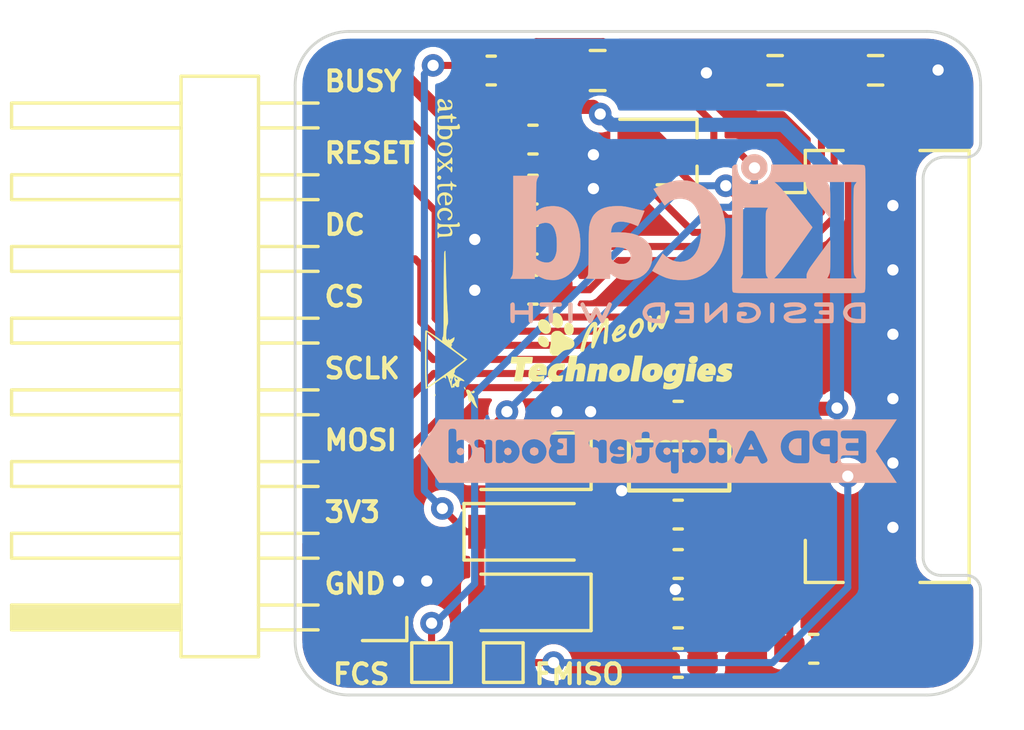
<source format=kicad_pcb>
(kicad_pcb (version 20211014) (generator pcbnew)
  (layers (0 "F.Cu" signal) (31 "B.Cu" signal) (34 "B.Paste" user) (35 "F.Paste" user) (36 "B.SilkS" user "B.Silkscreen") (37 "F.SilkS" user "F.Silkscreen") (38 "B.Mask" user) (39 "F.Mask" user) (44 "Edge.Cuts" user))
  (net 0 "")
  (net 1 "GND")
  (net 2 "/VGL")
  (net 3 "/VSH2")
  (net 4 "Net-(C1-Pad1)")
  (net 5 "Net-(C1-Pad2)")
  (net 6 "+3V3")
  (net 7 "/VGH")
  (net 8 "/VDD")
  (net 9 "/VPP")
  (net 10 "/VSH1")
  (net 11 "/VSL")
  (net 12 "/VCOM")
  (net 13 "/GDR")
  (net 14 "/RESE")
  (net 15 "/TSCL")
  (net 16 "/TSDA")
  (net 17 "/BUSY")
  (net 18 "/RES")
  (net 19 "/DC")
  (net 20 "/CS")
  (net 21 "/SCLK")
  (net 22 "/MOSI")
  (net 23 "Net-(J2-Pad1)")
  (net 24 "/VGL{slash}NC")
  (footprint "Diode_SMD:D_SOD-123" (layer "F.Cu") (at 88.868 105.8564)
    (fp_text reference "D2")
    (fp_text value "1N5819W")
  )
  (footprint "Resistor_SMD:R_0603_1608Metric_Pad0.98x0.95mm_HandSolder" (layer "F.Cu") (at 97.6324 89.5096 180)
    (fp_text reference "R2")
    (fp_text value "10KR")
  )
  (footprint "Diode_SMD:D_SOD-123" (layer "F.Cu") (at 88.868 108.3564 180)
    (fp_text reference "D1")
    (fp_text value "1N5819W")
  )
  (footprint "Capacitor_SMD:C_0603_1608Metric_Pad1.08x0.95mm_HandSolder" (layer "F.Cu") (at 94.2 105.24664)
    (fp_text reference "C6")
    (fp_text value "1uF")
  )
  (footprint "TestPoint:TestPoint_Pad_1.0x1.0mm" (layer "F.Cu") (at 88.011 110.49)
    (fp_text reference "TP1")
    (fp_text value "TestPoint_Flag")
  )
  (footprint "TestPoint:TestPoint_Pad_1.0x1.0mm" (layer "F.Cu") (at 85.469 110.49)
    (fp_text reference "TP2")
    (fp_text value "TestPoint_Flag")
  )
  (footprint "Package_TO_SOT_SMD:SOT-323_SC-70_Handsoldering" (layer "F.Cu") (at 94.1324 92.4052)
    (fp_text reference "Q1")
    (fp_text value "Si1308EDL-T1-GE3")
  )
  (footprint "Capacitor_SMD:C_0603_1608Metric_Pad1.08x0.95mm_HandSolder" (layer "F.Cu") (at 89.0604 97.282)
    (fp_text reference "C11")
    (fp_text value "1uF")
  )
  (footprint "Capacitor_SMD:C_0603_1608Metric_Pad1.08x0.95mm_HandSolder" (layer "F.Cu") (at 99 110 180)
    (fp_text reference "C2")
    (fp_text value "1uF")
  )
  (footprint "Connector_Harwin:Harwin_M20-89008xx_1x08_P2.54mm_Horizontal" (layer "F.Cu") (at 77.5 100 180)
    (fp_text reference "J1")
    (fp_text value "Conn_01x08")
  )
  (footprint "Capacitor_SMD:C_0603_1608Metric_Pad1.08x0.95mm_HandSolder" (layer "F.Cu") (at 94.2 103.49552 180)
    (fp_text reference "C7")
    (fp_text value "1uF")
  )
  (footprint "Capacitor_SMD:C_0603_1608Metric_Pad1.08x0.95mm_HandSolder" (layer "F.Cu") (at 94.2 101.7444)
    (fp_text reference "C8")
    (fp_text value "1uF")
  )
  (footprint "Diode_SMD:D_SOD-123" (layer "F.Cu") (at 88.868 103.3564 180)
    (fp_text reference "D3")
    (fp_text value "1N5819W")
  )
  (footprint "Connector_FFC-FPC:Hirose_FH12-24S-0.5SH_1x24-1MP_P0.50mm_Horizontal" (layer "F.Cu") (at 100 100 90)
    (fp_text reference "J2")
    (fp_text value "FH34SRJ-24S-0.5SH")
  )
  (footprint "Capacitor_SMD:C_0603_1608Metric_Pad1.08x0.95mm_HandSolder" (layer "F.Cu") (at 89.0604 95.509332)
    (fp_text reference "C12")
    (fp_text value "1uF")
  )
  (footprint "Capacitor_SMD:C_0603_1608Metric_Pad1.08x0.95mm_HandSolder" (layer "F.Cu") (at 94.2 106.99776)
    (fp_text reference "C5")
    (fp_text value "1uF")
  )
  (footprint "Capacitor_SMD:C_0603_1608Metric_Pad1.08x0.95mm_HandSolder" (layer "F.Cu") (at 89.0604 93.736666 180)
    (fp_text reference "C9")
    (fp_text value "100nF")
  )
  (footprint "Capacitor_SMD:C_0603_1608Metric_Pad1.08x0.95mm_HandSolder" (layer "F.Cu") (at 94.2 110.5)
    (fp_text reference "C3")
    (fp_text value "1uF")
  )
  (footprint "Inductor_SMD:L_0805_2012Metric_Pad1.15x1.40mm_HandSolder" (layer "F.Cu") (at 91.3492 89.5176 180)
    (fp_text reference "L1")
    (fp_text value "68uH")
  )
  (footprint "Capacitor_SMD:C_0603_1608Metric_Pad1.08x0.95mm_HandSolder" (layer "F.Cu") (at 94.2 108.74888)
    (fp_text reference "C4")
    (fp_text value "1uF")
  )
  (footprint "Capacitor_SMD:C_0603_1608Metric_Pad1.08x0.95mm_HandSolder" (layer "F.Cu") (at 87.582 89.5176 180)
    (fp_text reference "C1")
    (fp_text value "4u7F 10V+")
  )
  (footprint "Resistor_SMD:R_0603_1608Metric_Pad0.98x0.95mm_HandSolder" (layer "F.Cu") (at 101.1884 89.5096 180)
    (fp_text reference "R1")
    (fp_text value "0R47")
  )
  (footprint "Capacitor_SMD:C_0603_1608Metric_Pad1.08x0.95mm_HandSolder" (layer "F.Cu") (at 89.0604 91.964 180)
    (fp_text reference "C10")
    (fp_text value "4u7F 10V+")
  )
  (footprint "kibuzzard-62D83402" (layer "B.Cu") (at 93.465695 102.997952 180)
    (fp_text reference "kibuzzard-62D83402" hide)
    (fp_text value "G***" hide)
  )
  (footprint "Symbol:KiCad-Logo2_5mm_SilkScreen" (layer "B.Cu") (at 94.552113 95.46113 180)
    (fp_text reference "REF**" hide)
    (fp_text value "KiCad-Logo2_5mm_SilkScreen" hide)
  )
  (gr_poly (pts (xy 89.42074 98.329823) (xy 89.437558 98.332146) (xy 89.454681 98.335801) (xy 89.471964 98.340734) (xy 89.489267 98.346889) (xy 89.506445 98.354209) (xy 89.523357 98.36264) (xy 89.539859 98.372124) (xy 89.55581 98.382608) (xy 89.571065 98.394033) (xy 89.585484 98.406346) (xy 89.598923 98.419489) (xy 89.61124 98.433408) (xy 89.623823 98.44952) (xy 89.635385 98.465877) (xy 89.645932 98.482433) (xy 89.655473 98.499142) (xy 89.664014 98.515957) (xy 89.671564 98.532832) (xy 89.67813 98.54972) (xy 89.683719 98.566576) (xy 89.688339 98.583352) (xy 89.691998 98.600003) (xy 89.694704 98.616483) (xy 89.696462 98.632744) (xy 89.697283 98.648741) (xy 89.697172 98.664428) (xy 89.696137 98.679757) (xy 89.694187 98.694684) (xy 89.691328 98.70916) (xy 89.687568 98.723141) (xy 89.682914 98.73658) (xy 89.677375 98.74943) (xy 89.670958 98.761645) (xy 89.66367 98.773179) (xy 89.655519 98.783985) (xy 89.646512 98.794018) (xy 89.636657 98.803231) (xy 89.625962 98.811577) (xy 89.614434 98.81901) (xy 89.602081 98.825485) (xy 89.588909 98.830954) (xy 89.574928 98.835371) (xy 89.560144 98.838691) (xy 89.544565 98.840866) (xy 89.532821 98.841486) (xy 89.521011 98.841364) (xy 89.509141 98.840501) (xy 89.497221 98.838898) (xy 89.485257 98.836557) (xy 89.473257 98.83348) (xy 89.46123 98.829668) (xy 89.449182 98.825123) (xy 89.437122 98.819846) (xy 89.425058 98.813839) (xy 89.412996 98.807103) (xy 89.400946 98.799641) (xy 89.388913 98.791452) (xy 89.376908 98.78254) (xy 89.364936 98.772905) (xy 89.353006 98.762549) (xy 89.337378 98.747054) (xy 89.322685 98.73007) (xy 89.308993 98.711792) (xy 89.296369 98.692418) (xy 89.28488 98.672145) (xy 89.274593 98.65117) (xy 89.265573 98.629689) (xy 89.257889 98.6079) (xy 89.251606 98.586) (xy 89.246791 98.564184) (xy 89.24351 98.542651) (xy 89.241832 98.521597) (xy 89.241821 98.501218) (xy 89.243545 98.481713) (xy 89.245079 98.472349) (xy 89.247071 98.463277) (xy 89.24953 98.454522) (xy 89.252465 98.446108) (xy 89.256328 98.436465) (xy 89.260747 98.427008) (xy 89.265685 98.417774) (xy 89.271101 98.408801) (xy 89.276958 98.400126) (xy 89.283216 98.391785) (xy 89.289837 98.383817) (xy 89.296782 98.376258) (xy 89.304013 98.369145) (xy 89.311489 98.362516) (xy 89.319174 98.356408) (xy 89.327028 98.350858) (xy 89.335011 98.345903) (xy 89.343087 98.341581) (xy 89.351214 98.337928) (xy 89.359356 98.334983) (xy 89.366327 98.333) (xy 89.373533 98.331414) (xy 89.380958 98.330217) (xy 89.388585 98.329402) (xy 89.396393 98.328962) (xy 89.404368 98.32889)) (layer "F.SilkS") (width 0.006) (fill solid))
  (gr_poly (pts (xy 86.468732 95.011606) (xy 86.467882 95.015993) (xy 86.46656 95.019996) (xy 86.464741 95.023632) (xy 86.462398 95.026918) (xy 86.459507 95.029872) (xy 86.456041 95.032512) (xy 86.451974 95.034856) (xy 86.447281 95.03692) (xy 86.441937 95.038723) (xy 86.435914 95.040282) (xy 86.421732 95.04274) (xy 86.40453 95.044435) (xy 86.384101 95.045507) (xy 86.360239 95.046099) (xy 86.301392 95.046403) (xy 86.283986 95.046489) (xy 86.267022 95.046745) (xy 86.250594 95.047168) (xy 86.234794 95.047753) (xy 86.219718 95.048498) (xy 86.20546 95.049398) (xy 86.192113 95.05045) (xy 86.179772 95.051651) (xy 86.16853 95.052996) (xy 86.158482 95.054482) (xy 86.149722 95.056106) (xy 86.142344 95.057863) (xy 86.136441 95.059751) (xy 86.134073 95.060742) (xy 86.132109 95.061765) (xy 86.130561 95.062819) (xy 86.129441 95.063903) (xy 86.12876 95.065016) (xy 86.12853 95.066159) (xy 86.128729 95.068237) (xy 86.129312 95.070741) (xy 86.130256 95.073636) (xy 86.13154 95.076886) (xy 86.133142 95.080453) (xy 86.135041 95.084303) (xy 86.137216 95.088399) (xy 86.139643 95.092705) (xy 86.14517 95.101801) (xy 86.15145 95.111303) (xy 86.158309 95.12092) (xy 86.161901 95.125682) (xy 86.165572 95.130364) (xy 86.170485 95.137254) (xy 86.175038 95.144476) (xy 86.179234 95.151999) (xy 86.183075 95.159795) (xy 86.186564 95.167833) (xy 86.189702 95.176084) (xy 86.192492 95.184517) (xy 86.194935 95.193104) (xy 86.197036 95.201813) (xy 86.198795 95.210615) (xy 86.200214 95.219481) (xy 86.201297 95.22838) (xy 86.202461 95.24616) (xy 86.202305 95.263715) (xy 86.201738 95.272333) (xy 86.200847 95.280807) (xy 86.199635 95.289104) (xy 86.198104 95.297197) (xy 86.196257 95.305054) (xy 86.194096 95.312646) (xy 86.191622 95.319944) (xy 86.188839 95.326917) (xy 86.185748 95.333535) (xy 86.182352 95.339769) (xy 86.178654 95.345589) (xy 86.174654 95.350965) (xy 86.170356 95.355867) (xy 86.165762 95.360265) (xy 86.160874 95.36413) (xy 86.155694 95.367431) (xy 86.149696 95.369743) (xy 86.141968 95.372037) (xy 86.121817 95.376498) (xy 86.096225 95.38067) (xy 86.066177 95.384408) (xy 86.032656 95.387567) (xy 85.996647 95.390003) (xy 85.959133 95.39157) (xy 85.921098 95.392125) (xy 85.894134 95.392217) (xy 85.86964 95.392516) (xy 85.847483 95.393053) (xy 85.827529 95.393861) (xy 85.809644 95.394974) (xy 85.801436 95.395654) (xy 85.793695 95.396423) (xy 85.786404 95.397283) (xy 85.779546 95.398241) (xy 85.773106 95.399298) (xy 85.767066 95.40046) (xy 85.761409 95.40173) (xy 85.756119 95.403113) (xy 85.751179 95.404613) (xy 85.746572 95.406233) (xy 85.742282 95.407979) (xy 85.738292 95.409853) (xy 85.734584 95.41186) (xy 85.731143 95.414004) (xy 85.727952 95.416289) (xy 85.724993 95.418719) (xy 85.722251 95.421298) (xy 85.719708 95.424031) (xy 85.717347 95.426921) (xy 85.715153 95.429972) (xy 85.713108 95.433189) (xy 85.711195 95.436576) (xy 85.707662 95.441952) (xy 85.704462 95.446014) (xy 85.70158 95.448724) (xy 85.700254 95.44956) (xy 85.699002 95.450042) (xy 85.697822 95.450166) (xy 85.696713 95.449926) (xy 85.695673 95.449319) (xy 85.6947 95.448339) (xy 85.692947 95.44524) (xy 85.691439 95.440588) (xy 85.690164 95.434345) (xy 85.689105 95.426471) (xy 85.688249 95.416925) (xy 85.687581 95.405669) (xy 85.686751 95.377863) (xy 85.6865 95.342736) (xy 85.686561 95.32218) (xy 85.686756 95.303992) (xy 85.687103 95.288113) (xy 85.687619 95.27448) (xy 85.688324 95.263031) (xy 85.688753 95.258107) (xy 85.689235 95.253706) (xy 85.689774 95.249821) (xy 85.69037 95.246443) (xy 85.691028 95.243566) (xy 85.691748 95.241181) (xy 85.692533 95.23928) (xy 85.693386 95.237857) (xy 85.694308 95.236903) (xy 85.694796 95.2366) (xy 85.695303 95.236411) (xy 85.695827 95.236335) (xy 85.696371 95.236372) (xy 85.697516 95.23678) (xy 85.698739 95.237627) (xy 85.700044 95.238904) (xy 85.701432 95.240605) (xy 85.702905 95.242721) (xy 85.704465 95.245245) (xy 85.706116 95.24817) (xy 85.709697 95.255188) (xy 85.713665 95.263715) (xy 85.71829 95.272057) (xy 85.723002 95.27952) (xy 85.727946 95.286151) (xy 85.733265 95.291997) (xy 85.739106 95.297106) (xy 85.745613 95.301523) (xy 85.752929 95.305296) (xy 85.761201 95.308473) (xy 85.770572 95.3111) (xy 85.781188 95.313224) (xy 85.793193 95.314892) (xy 85.806731 95.316151) (xy 85.821948 95.317049) (xy 85.838988 95.317632) (xy 85.879117 95.318042) (xy 85.924129 95.317424) (xy 85.964761 95.315529) (xy 85.983458 95.314084) (xy 86.001089 95.312296) (xy 86.017662 95.310158) (xy 86.033187 95.307663) (xy 86.047675 95.304802) (xy 86.061133 95.301568) (xy 86.073573 95.297953) (xy 86.085002 95.29395) (xy 86.095432 95.289551) (xy 86.104871 95.284749) (xy 86.113328 95.279534) (xy 86.120814 95.273901) (xy 86.127338 95.26784) (xy 86.132909 95.261345) (xy 86.137536 95.254408) (xy 86.14123 95.247021) (xy 86.144 95.239177) (xy 86.145855 95.230867) (xy 86.146805 95.222084) (xy 86.146859 95.21282) (xy 86.146027 95.203068) (xy 86.144318 95.192821) (xy 86.141742 95.182069) (xy 86.138308 95.170806) (xy 86.134025 95.159024) (xy 86.128904 95.146715) (xy 86.122954 95.133872) (xy 86.116184 95.120486) (xy 86.109519 95.10826) (xy 86.103262 95.097451) (xy 86.097187 95.087974) (xy 86.091065 95.079741) (xy 86.084667 95.072665) (xy 86.077767 95.06666) (xy 86.074057 95.064032) (xy 86.070136 95.061639) (xy 86.065976 95.059471) (xy 86.061547 95.057516) (xy 86.051771 95.054202) (xy 86.040581 95.051612) (xy 86.027748 95.049659) (xy 86.013045 95.048255) (xy 85.996244 95.047314) (xy 85.977118 95.04675) (xy 85.930975 95.046403) (xy 85.910064 95.046523) (xy 85.890784 95.046904) (xy 85.87303 95.047575) (xy 85.856699 95.048564) (xy 85.841684 95.0499) (xy 85.827881 95.051612) (xy 85.815184 95.053729) (xy 85.80349 95.056281) (xy 85.797986 95.057728) (xy 85.792693 95.059295) (xy 85.787598 95.060985) (xy 85.782688 95.062802) (xy 85.77795 95.064748) (xy 85.77337 95.066829) (xy 85.768936 95.069047) (xy 85.764635 95.071406) (xy 85.760453 95.07391) (xy 85.756377 95.076562) (xy 85.752394 95.079366) (xy 85.748492 95.082326) (xy 85.740874 95.088726) (xy 85.733419 95.095792) (xy 85.684031 95.145181) (xy 85.684031 95.01677) (xy 85.684526 94.998735) (xy 85.685097 94.982569) (xy 85.685762 94.968234) (xy 85.686539 94.95569) (xy 85.686975 94.950077) (xy 85.687446 94.944896) (xy 85.687954 94.940144) (xy 85.688502 94.935814) (xy 85.689091 94.931902) (xy 85.689724 94.928402) (xy 85.690403 94.925311) (xy 85.691131 94.922622) (xy 85.691909 94.920332) (xy 85.69274 94.918434) (xy 85.693626 94.916924) (xy 85.69409 94.916314) (xy 85.69457 94.915798) (xy 85.695064 94.915376) (xy 85.695573 94.915049) (xy 85.696098 94.914815) (xy 85.696638 94.914673) (xy 85.697195 94.914624) (xy 85.697768 94.914666) (xy 85.698357 94.914798) (xy 85.698963 94.915021) (xy 85.700228 94.915735) (xy 85.701564 94.916802) (xy 85.702973 94.918217) (xy 85.704457 94.919975) (xy 85.706019 94.922071) (xy 85.707662 94.924501) (xy 85.709386 94.927259) (xy 85.711195 94.93034) (xy 85.715677 94.936916) (xy 85.721005 94.942779) (xy 85.727505 94.947969) (xy 85.735503 94.952526) (xy 85.745324 94.95649) (xy 85.757294 94.959901) (xy 85.771738 94.962798) (xy 85.788982 94.96522) (xy 85.809351 94.967209) (xy 85.833172 94.968804) (xy 85.892467 94.97097) (xy 85.969473 94.972035) (xy 86.066794 94.97232) (xy 86.116524 94.972257) (xy 86.161236 94.972045) (xy 86.201181 94.971653) (xy 86.236608 94.971047) (xy 86.267766 94.970195) (xy 86.281822 94.969666) (xy 86.294905 94.969064) (xy 86.307046 94.968385) (xy 86.318275 94.967623) (xy 86.328624 94.966775) (xy 86.338125 94.965838) (xy 86.346808 94.964806) (xy 86.354705 94.963676) (xy 86.361847 94.962445) (xy 86.368265 94.961106) (xy 86.37399 94.959658) (xy 86.379054 94.958095) (xy 86.383487 94.956413) (xy 86.387321 94.95461) (xy 86.390587 94.952679) (xy 86.393317 94.950618) (xy 86.39449 94.949537) (xy 86.395541 94.948422) (xy 86.396473 94.947272) (xy 86.397291 94.946087) (xy 86.397997 94.944866) (xy 86.398597 94.943609) (xy 86.399492 94.940985) (xy 86.400006 94.938209) (xy 86.40017 94.935278) (xy 86.400298 94.930583) (xy 86.400672 94.926219) (xy 86.401279 94.922184) (xy 86.402104 94.918479) (xy 86.403134 94.915101) (xy 86.404353 94.912049) (xy 86.40575 94.909322) (xy 86.407308 94.906918) (xy 86.409015 94.904836) (xy 86.410856 94.903075) (xy 86.412818 94.901632) (xy 86.414885 94.900508) (xy 86.417045 94.8997) (xy 86.419283 94.899208) (xy 86.421586 94.899029) (xy 86.423938 94.899162) (xy 86.426327 94.899607) (xy 86.428738 94.900362) (xy 86.431157 94.901424) (xy 86.43357 94.902794) (xy 86.435963 94.90447) (xy 86.438323 94.90645) (xy 86.440634 94.908732) (xy 86.442883 94.911317) (xy 86.445057 94.914201) (xy 86.44714 94.917385) (xy 86.44912 94.920866) (xy 86.450981 94.924643) (xy 86.452711 94.928715) (xy 86.454294 94.933081) (xy 86.455718 94.937738) (xy 86.456967 94.942687) (xy 86.46165 94.960536) (xy 86.465374 94.976212) (xy 86.467933 94.989855) (xy 86.469121 95.001606) (xy 86.469137 95.006816)) (layer "F.SilkS") (width 0.014) (fill solid))
  (gr_poly (pts (xy 86.472292 91.545265) (xy 86.471726 91.550695) (xy 86.470684 91.55566) (xy 86.469142 91.56018) (xy 86.467078 91.564275) (xy 86.464468 91.567968) (xy 86.461288 91.571277) (xy 86.457515 91.574225) (xy 86.453125 91.576832) (xy 86.448095 91.579119) (xy 86.442401 91.581107) (xy 86.436019 91.582816) (xy 86.428927 91.584267) (xy 86.412517 91.58648) (xy 86.392981 91.587911) (xy 86.370131 91.588727) (xy 86.313739 91.589181) (xy 86.286712 91.589219) (xy 86.262932 91.589374) (xy 86.242235 91.589702) (xy 86.224453 91.590261) (xy 86.216604 91.590646) (xy 86.209421 91.59111) (xy 86.202883 91.591661) (xy 86.196971 91.592306) (xy 86.191663 91.593053) (xy 86.186938 91.593907) (xy 86.182775 91.594878) (xy 86.179154 91.595972) (xy 86.176054 91.597196) (xy 86.173455 91.598557) (xy 86.172336 91.599291) (xy 86.171334 91.600063) (xy 86.170447 91.600873) (xy 86.169672 91.601721) (xy 86.169006 91.602609) (xy 86.168448 91.603538) (xy 86.167993 91.604509) (xy 86.16764 91.605522) (xy 86.167386 91.606578) (xy 86.167229 91.607679) (xy 86.167193 91.610017) (xy 86.167511 91.612543) (xy 86.168164 91.615264) (xy 86.169129 91.618188) (xy 86.170386 91.621322) (xy 86.171914 91.624673) (xy 86.173693 91.628248) (xy 86.17792 91.6361) (xy 86.181914 91.644245) (xy 86.185561 91.652467) (xy 86.188863 91.660757) (xy 86.19182 91.669105) (xy 86.194434 91.677502) (xy 86.196705 91.685939) (xy 86.198634 91.694405) (xy 86.200222 91.702891) (xy 86.20147 91.711389) (xy 86.20238 91.719887) (xy 86.20295 91.728378) (xy 86.203184 91.736851) (xy 86.203081 91.745297) (xy 86.202642 91.753706) (xy 86.201869 91.762069) (xy 86.200763 91.770376) (xy 86.199323 91.778619) (xy 86.197551 91.786787) (xy 86.195449 91.79487) (xy 86.193016 91.80286) (xy 86.190255 91.810747) (xy 86.187165 91.818522) (xy 86.183747 91.826174) (xy 86.180003 91.833695) (xy 86.175934 91.841074) (xy 86.17154 91.848303) (xy 86.166822 91.855372) (xy 86.161781 91.862272) (xy 86.156419 91.868992) (xy 86.150735 91.875524) (xy 86.144731 91.881858) (xy 86.138408 91.887984) (xy 86.129727 91.895609) (xy 86.120381 91.902743) (xy 86.110414 91.909386) (xy 86.099872 91.915538) (xy 86.088797 91.9212) (xy 86.077235 91.926373) (xy 86.052827 91.93525) (xy 86.027 91.942175) (xy 86.00011 91.947149) (xy 85.972511 91.950177) (xy 85.944557 91.951263) (xy 85.916604 91.95041) (xy 85.889004 91.947622) (xy 85.862114 91.942902) (xy 85.836288 91.936253) (xy 85.811879 91.927681) (xy 85.800317 91.922674) (xy 85.789243 91.917188) (xy 85.7787 91.911222) (xy 85.768733 91.904777) (xy 85.759387 91.897854) (xy 85.750706 91.890453) (xy 85.737047 91.876857) (xy 85.724777 91.862942) (xy 85.713896 91.848738) (xy 85.704404 91.834273) (xy 85.696301 91.819577) (xy 85.69277 91.812151) (xy 85.689587 91.804679) (xy 85.686751 91.797162) (xy 85.684262 91.789606) (xy 85.682121 91.782014) (xy 85.680326 91.774389) (xy 85.67888 91.766736) (xy 85.67778 91.759056) (xy 85.677027 91.751356) (xy 85.676622 91.743637) (xy 85.676564 91.735904) (xy 85.676854 91.728159) (xy 85.677491 91.720408) (xy 85.678474 91.712653) (xy 85.679806 91.704898) (xy 85.681484 91.697147) (xy 85.68351 91.689402) (xy 85.685883 91.681669) (xy 85.691671 91.66625) (xy 85.698848 91.650917) (xy 85.701942 91.644526) (xy 85.704737 91.638338) (xy 85.70722 91.632381) (xy 85.709381 91.626685) (xy 85.710338 91.623944) (xy 85.71121 91.621279) (xy 85.711996 91.618693) (xy 85.712695 91.61619) (xy 85.713305 91.613774) (xy 85.713825 91.611449) (xy 85.714254 91.609218) (xy 85.71459 91.607084) (xy 85.714832 91.605052) (xy 85.714979 91.603124) (xy 85.715029 91.601306) (xy 85.714981 91.599599) (xy 85.714833 91.598008) (xy 85.714584 91.596536) (xy 85.714234 91.595187) (xy 85.713779 91.593965) (xy 85.71322 91.592874) (xy 85.712555 91.591916) (xy 85.711782 91.591095) (xy 85.7109 91.590416) (xy 85.709908 91.589881) (xy 85.708804 91.589494) (xy 85.707587 91.58926) (xy 85.706255 91.589181) (xy 85.705105 91.589059) (xy 85.703971 91.588697) (xy 85.702854 91.588102) (xy 85.701755 91.58728) (xy 85.699619 91.584981) (xy 85.697574 91.58185) (xy 85.69563 91.577937) (xy 85.693798 91.573293) (xy 85.692088 91.56797) (xy 85.690513 91.562017) (xy 85.689082 91.555485) (xy 85.687807 91.548425) (xy 85.686699 91.540888) (xy 85.685767 91.532924) (xy 85.685024 91.524583) (xy 85.684479 91.515918) (xy 85.684145 91.506977) (xy 85.684031 91.497812) (xy 85.684526 91.484234) (xy 85.685097 91.472191) (xy 85.685762 91.461652) (xy 85.686539 91.45259) (xy 85.686975 91.448603) (xy 85.687446 91.444974) (xy 85.687954 91.4417) (xy 85.688502 91.438776) (xy 85.689091 91.4362) (xy 85.689724 91.433968) (xy 85.690403 91.432075) (xy 85.691131 91.430519) (xy 85.691909 91.429296) (xy 85.69274 91.428402) (xy 85.693176 91.428077) (xy 85.693626 91.427833) (xy 85.69409 91.42767) (xy 85.69457 91.427587) (xy 85.695064 91.427583) (xy 85.695573 91.427658) (xy 85.696638 91.428045) (xy 85.697768 91.428742) (xy 85.698963 91.429747) (xy 85.700228 91.431056) (xy 85.701564 91.432665) (xy 85.702973 91.434571) (xy 85.704457 91.43677) (xy 85.706019 91.439258) (xy 85.707662 91.442032) (xy 85.711195 91.448422) (xy 85.715677 91.454998) (xy 85.721005 91.460861) (xy 85.727505 91.466052) (xy 85.735503 91.470609) (xy 85.745324 91.474573) (xy 85.757294 91.477983) (xy 85.771738 91.48088) (xy 85.788982 91.483303) (xy 85.809351 91.485292) (xy 85.833172 91.486887) (xy 85.892467 91.489053) (xy 85.928505 91.489551) (xy 85.928505 91.589181) (xy 85.897421 91.589377) (xy 85.869784 91.590054) (xy 85.845395 91.591346) (xy 85.834357 91.592264) (xy 85.824056 91.593387) (xy 85.814467 91.59473) (xy 85.805567 91.59631) (xy 85.797329 91.598145) (xy 85.78973 91.60025) (xy 85.782743 91.602643) (xy 85.776345 91.60534) (xy 85.77051 91.608358) (xy 85.765214 91.611715) (xy 85.760431 91.615425) (xy 85.756137 91.619507) (xy 85.752307 91.623977) (xy 85.748916 91.628851) (xy 85.745939 91.634147) (xy 85.743352 91.639881) (xy 85.741129 91.64607) (xy 85.739246 91.65273) (xy 85.737677 91.659879) (xy 85.736398 91.667533) (xy 85.735384 91.675709) (xy 85.734611 91.684423) (xy 85.733684 91.703534) (xy 85.733419 91.725) (xy 85.733678 91.732342) (xy 85.734447 91.739548) (xy 85.735717 91.746611) (xy 85.737476 91.753524) (xy 85.739714 91.760282) (xy 85.742421 91.766878) (xy 85.745587 91.773306) (xy 85.749201 91.77956) (xy 85.753252 91.785632) (xy 85.757731 91.791517) (xy 85.762627 91.797209) (xy 85.767929 91.802701) (xy 85.779711 91.81306) (xy 85.792995 91.822543) (xy 85.807696 91.831101) (xy 85.823733 91.838681) (xy 85.841021 91.845235) (xy 85.859477 91.85071) (xy 85.879018 91.855057) (xy 85.899562 91.858225) (xy 85.921024 91.860162) (xy 85.943322 91.86082) (xy 85.953697 91.86062) (xy 85.96439 91.860033) (xy 85.975314 91.859078) (xy 85.986383 91.857771) (xy 85.99751 91.856132) (xy 86.008608 91.854178) (xy 86.019591 91.851928) (xy 86.03037 91.849399) (xy 86.040861 91.846609) (xy 86.050975 91.843577) (xy 86.060626 91.840321) (xy 86.069727 91.836859) (xy 86.078192 91.833208) (xy 86.085933 91.829388) (xy 86.092864 91.825415) (xy 86.098897 91.821309) (xy 86.104323 91.817175) (xy 86.109484 91.812659) (xy 86.114378 91.807786) (xy 86.119 91.802581) (xy 86.123348 91.797065) (xy 86.127417 91.791265) (xy 86.131203 91.785203) (xy 86.134704 91.778904) (xy 86.137916 91.772391) (xy 86.140835 91.765689) (xy 86.143457 91.758821) (xy 86.145778 91.751812) (xy 86.147796 91.744685) (xy 86.149507 91.737465) (xy 86.151991 91.722839) (xy 86.153201 91.708127) (xy 86.15332 91.700798) (xy 86.15311 91.69352) (xy 86.152566 91.686315) (xy 86.151687 91.679209) (xy 86.150467 91.672225) (xy 86.148904 91.665386) (xy 86.146993 91.658718) (xy 86.144732 91.652244) (xy 86.142116 91.645988) (xy 86.139142 91.639973) (xy 86.135806 91.634225) (xy 86.132105 91.628766) (xy 86.128035 91.623621) (xy 86.123592 91.618814) (xy 86.119611 91.615633) (xy 86.114197 91.612578) (xy 86.107423 91.60966) (xy 86.099361 91.606891) (xy 86.090083 91.604281) (xy 86.079663 91.601842) (xy 86.068172 91.599583) (xy 86.055682 91.597515) (xy 86.027997 91.593999) (xy 85.997187 91.59138) (xy 85.96383 91.589745) (xy 85.928505 91.589181) (xy 85.928505 91.489551) (xy 85.969473 91.490119) (xy 86.066794 91.490403) (xy 86.116524 91.49034) (xy 86.161236 91.490128) (xy 86.201181 91.489736) (xy 86.236608 91.48913) (xy 86.267766 91.488278) (xy 86.281822 91.48775) (xy 86.294905 91.487147) (xy 86.307046 91.486468) (xy 86.318275 91.485706) (xy 86.328624 91.484858) (xy 86.338125 91.483921) (xy 86.346808 91.482889) (xy 86.354705 91.481759) (xy 86.361847 91.480527) (xy 86.368265 91.479189) (xy 86.37399 91.477741) (xy 86.379054 91.476178) (xy 86.383487 91.474496) (xy 86.387321 91.472693) (xy 86.390587 91.470762) (xy 86.393317 91.468701) (xy 86.39449 91.46762) (xy 86.395541 91.466505) (xy 86.396473 91.465355) (xy 86.397291 91.46417) (xy 86.397997 91.462949) (xy 86.398597 91.461692) (xy 86.399492 91.459068) (xy 86.400006 91.456292) (xy 86.40017 91.453361) (xy 86.400298 91.448666) (xy 86.400672 91.444302) (xy 86.401279 91.440268) (xy 86.402104 91.436563) (xy 86.403134 91.433185) (xy 86.404353 91.430133) (xy 86.40575 91.427405) (xy 86.407308 91.425002) (xy 86.409015 91.42292) (xy 86.410856 91.421158) (xy 86.412818 91.419716) (xy 86.414885 91.418592) (xy 86.417045 91.417784) (xy 86.419283 91.417291) (xy 86.421586 91.417112) (xy 86.423938 91.417246) (xy 86.426327 91.417691) (xy 86.428738 91.418445) (xy 86.431157 91.419508) (xy 86.43357 91.420878) (xy 86.435963 91.422553) (xy 86.438323 91.424533) (xy 86.440634 91.426816) (xy 86.442883 91.4294) (xy 86.445057 91.432285) (xy 86.44714 91.435468) (xy 86.44912 91.438949) (xy 86.450981 91.442727) (xy 86.452711 91.446799) (xy 86.454294 91.451164) (xy 86.455718 91.455822) (xy 86.456967 91.46077) (xy 86.462521 91.48256) (xy 86.467018 91.501737) (xy 86.470271 91.51847) (xy 86.472092 91.532924) (xy 86.472406 91.539348)) (layer "F.SilkS") (width 0.014) (fill solid))
  (gr_poly (pts (xy 94.750504 99.628452) (xy 94.769556 99.629324) (xy 94.785248 99.630455) (xy 94.792663 99.631275) (xy 94.799793 99.632268) (xy 94.806641 99.633434) (xy 94.813209 99.634775) (xy 94.8195 99.636293) (xy 94.825516 99.637989) (xy 94.831258 99.639865) (xy 94.836731 99.641923) (xy 94.841934 99.644163) (xy 94.846873 99.646588) (xy 94.851547 99.649199) (xy 94.85596 99.651998) (xy 94.860115 99.654985) (xy 94.864013 99.658164) (xy 94.867656 99.661534) (xy 94.871048 99.665099) (xy 94.87419 99.668859) (xy 94.877085 99.672815) (xy 94.879735 99.67697) (xy 94.882142 99.681325) (xy 94.884309 99.685882) (xy 94.886238 99.690641) (xy 94.887931 99.695606) (xy 94.889391 99.700776) (xy 94.89062 99.706154) (xy 94.89162 99.711742) (xy 94.892394 99.71754) (xy 94.892944 99.723551) (xy 94.893272 99.729776) (xy 94.893381 99.736216) (xy 94.893035 99.746139) (xy 94.892011 99.755855) (xy 94.890334 99.76535) (xy 94.888026 99.774612) (xy 94.885111 99.783624) (xy 94.881612 99.792373) (xy 94.877554 99.800845) (xy 94.872959 99.809026) (xy 94.867851 99.816901) (xy 94.862253 99.824457) (xy 94.856189 99.83168) (xy 94.849682 99.838554) (xy 94.842755 99.845066) (xy 94.835433 99.851203) (xy 94.827739 99.856948) (xy 94.819695 99.86229) (xy 94.811326 99.867213) (xy 94.802654 99.871703) (xy 94.793704 99.875746) (xy 94.784499 99.879329) (xy 94.775062 99.882436) (xy 94.765417 99.885054) (xy 94.755587 99.887168) (xy 94.745595 99.888765) (xy 94.735466 99.88983) (xy 94.725221 99.890349) (xy 94.714886 99.890308) (xy 94.704483 99.889693) (xy 94.694036 99.88849) (xy 94.683569 99.886684) (xy 94.673104 99.884261) (xy 94.662665 99.881208) (xy 94.653833 99.877918) (xy 94.645585 99.874384) (xy 94.637911 99.870588) (xy 94.630799 99.866507) (xy 94.62424 99.862122) (xy 94.618221 99.857414) (xy 94.615411 99.854932) (xy 94.612733 99.852361) (xy 94.610184 99.849699) (xy 94.607764 99.846944) (xy 94.605471 99.844093) (xy 94.603304 99.841143) (xy 94.601261 99.838092) (xy 94.599341 99.834937) (xy 94.597543 99.831676) (xy 94.595865 99.828306) (xy 94.594306 99.824825) (xy 94.592865 99.82123) (xy 94.59033 99.813689) (xy 94.588249 99.805663) (xy 94.586612 99.797131) (xy 94.585407 99.788074) (xy 94.58482 99.783015) (xy 94.584448 99.77796) (xy 94.584288 99.772913) (xy 94.584338 99.767879) (xy 94.584595 99.762862) (xy 94.585055 99.757867) (xy 94.585718 99.752897) (xy 94.586581 99.747957) (xy 94.58764 99.743051) (xy 94.588893 99.738183) (xy 94.590339 99.733358) (xy 94.591974 99.72858) (xy 94.593795 99.723853) (xy 94.595801 99.719182) (xy 94.597989 99.71457) (xy 94.600355 99.710022) (xy 94.602899 99.705543) (xy 94.605617 99.701135) (xy 94.608506 99.696805) (xy 94.611565 99.692556) (xy 94.61479 99.688391) (xy 94.61818 99.684317) (xy 94.621731 99.680336) (xy 94.625441 99.676453) (xy 94.629308 99.672673) (xy 94.633329 99.668999) (xy 94.637501 99.665436) (xy 94.641823 99.661988) (xy 94.646291 99.658659) (xy 94.650902 99.655454) (xy 94.655656 99.652377) (xy 94.660548 99.649433) (xy 94.666923 99.645858) (xy 94.673002 99.642665) (xy 94.678861 99.639838) (xy 94.684576 99.637361) (xy 94.690222 99.635219) (xy 94.695876 99.633396) (xy 94.701614 99.631878) (xy 94.707512 99.630647) (xy 94.713645 99.62969) (xy 94.72009 99.628989) (xy 94.726922 99.628531) (xy 94.734218 99.628299) (xy 94.742054 99.628278)) (layer "F.SilkS") (width 0.006) (fill solid))
  (gr_poly (pts (xy 92.18934 99.893908) (xy 92.222177 99.895185) (xy 92.236356 99.895931) (xy 92.249235 99.896785) (xy 92.260961 99.897776) (xy 92.271679 99.898931) (xy 92.281535 99.900278) (xy 92.290675 99.901845) (xy 92.299245 99.903661) (xy 92.307389 99.905752) (xy 92.315255 99.908147) (xy 92.322987 99.910874) (xy 92.330732 99.913961) (xy 92.338635 99.917435) (xy 92.346842 99.921325) (xy 92.355498 99.925658) (xy 92.373075 99.935499) (xy 92.389303 99.945998) (xy 92.404197 99.957191) (xy 92.417774 99.969115) (xy 92.430049 99.981809) (xy 92.441037 99.995309) (xy 92.450754 100.009653) (xy 92.459215 100.024876) (xy 92.466436 100.041018) (xy 92.472432 100.058115) (xy 92.477218 100.076204) (xy 92.480811 100.095322) (xy 92.483226 100.115507) (xy 92.484478 100.136795) (xy 92.484583 100.159225) (xy 92.483556 100.182833) (xy 92.482411 100.196681) (xy 92.480766 100.210435) (xy 92.478631 100.224083) (xy 92.476016 100.237612) (xy 92.472929 100.251007) (xy 92.469381 100.264258) (xy 92.465379 100.27735) (xy 92.460935 100.29027) (xy 92.456056 100.303006) (xy 92.450752 100.315544) (xy 92.445033 100.327872) (xy 92.438908 100.339976) (xy 92.432386 100.351845) (xy 92.425476 100.363463) (xy 92.418188 100.374819) (xy 92.410531 100.3859) (xy 92.402515 100.396693) (xy 92.394148 100.407184) (xy 92.38544 100.417361) (xy 92.3764 100.427211) (xy 92.367038 100.43672) (xy 92.357363 100.445876) (xy 92.347383 100.454666) (xy 92.33711 100.463076) (xy 92.326551 100.471094) (xy 92.315716 100.478707) (xy 92.304614 100.485902) (xy 92.293255 100.492666) (xy 92.281648 100.498985) (xy 92.269802 100.504848) (xy 92.257727 100.51024) (xy 92.245431 100.515149) (xy 92.230759 100.520282) (xy 92.215021 100.52496) (xy 92.198365 100.529172) (xy 92.180939 100.532909) (xy 92.162894 100.536164) (xy 92.144377 100.538925) (xy 92.125538 100.541183) (xy 92.106525 100.542931) (xy 92.087488 100.544157) (xy 92.068574 100.544853) (xy 92.049933 100.54501) (xy 92.031714 100.544617) (xy 92.014066 100.543667) (xy 91.997136 100.542149) (xy 91.981075 100.540055) (xy 91.966031 100.537375) (xy 91.949126 100.533505) (xy 91.932938 100.529038) (xy 91.917462 100.523973) (xy 91.902697 100.518308) (xy 91.888638 100.512041) (xy 91.875283 100.505172) (xy 91.862629 100.497698) (xy 91.850673 100.489617) (xy 91.839411 100.480929) (xy 91.828841 100.471632) (xy 91.818959 100.461724) (xy 91.809762 100.451203) (xy 91.801247 100.440069) (xy 91.793412 100.428319) (xy 91.786252 100.415952) (xy 91.779765 100.402966) (xy 91.771951 100.384927) (xy 91.768705 100.376761) (xy 91.765874 100.368984) (xy 91.76344 100.361461) (xy 91.761385 100.354057) (xy 91.759689 100.346638) (xy 91.758334 100.339069) (xy 91.757301 100.331215) (xy 91.756572 100.32294) (xy 91.756129 100.31411) (xy 91.755952 100.304591) (xy 91.756024 100.294246) (xy 91.756324 100.282942) (xy 91.757477 100.258267) (xy 92.040591 100.258267) (xy 92.040731 100.262903) (xy 92.041013 100.267392) (xy 92.041438 100.271733) (xy 92.042005 100.275925) (xy 92.042715 100.279967) (xy 92.043568 100.283859) (xy 92.044563 100.287599) (xy 92.045701 100.291188) (xy 92.046982 100.294624) (xy 92.048405 100.297907) (xy 92.04997 100.301035) (xy 92.051679 100.304009) (xy 92.05353 100.306826) (xy 92.055524 100.309487) (xy 92.05766 100.311991) (xy 92.059939 100.314336) (xy 92.06236 100.316523) (xy 92.064925 100.31855) (xy 92.067631 100.320416) (xy 92.073315 100.323749) (xy 92.079047 100.326415) (xy 92.084811 100.328431) (xy 92.090592 100.329813) (xy 92.096377 100.330576) (xy 92.10215 100.330736) (xy 92.107897 100.33031) (xy 92.113603 100.329313) (xy 92.119253 100.32776) (xy 92.124832 100.325669) (xy 92.130326 100.323054) (xy 92.13572 100.319932) (xy 92.141 100.316319) (xy 92.14615 100.31223) (xy 92.151155 100.307681) (xy 92.156002 100.302689) (xy 92.160675 100.297269) (xy 92.16516 100.291436) (xy 92.169442 100.285208) (xy 92.173506 100.278599) (xy 92.177337 100.271626) (xy 92.180921 100.264305) (xy 92.184244 100.256651) (xy 92.187289 100.248681) (xy 92.190043 100.240409) (xy 92.192491 100.231853) (xy 92.194618 100.223028) (xy 92.196409 100.21395) (xy 92.19785 100.204635) (xy 92.198925 100.195098) (xy 92.199621 100.185356) (xy 92.199923 100.175424) (xy 92.199862 100.170468) (xy 92.199681 100.165539) (xy 92.199386 100.160667) (xy 92.19898 100.155878) (xy 92.19847 100.151201) (xy 92.197858 100.146663) (xy 92.19715 100.142293) (xy 92.196351 100.138118) (xy 92.195465 100.134166) (xy 92.194497 100.130466) (xy 92.193451 100.127044) (xy 92.192333 100.12393) (xy 92.191146 100.12115) (xy 92.189896 100.118733) (xy 92.188587 100.116707) (xy 92.187911 100.115849) (xy 92.187223 100.115099) (xy 92.18363 100.111854) (xy 92.179807 100.109058) (xy 92.175773 100.106702) (xy 92.171549 100.104774) (xy 92.167151 100.103266) (xy 92.162599 100.102167) (xy 92.157912 100.101468) (xy 92.153108 100.101159) (xy 92.148207 100.101229) (xy 92.143227 100.10167) (xy 92.138187 100.10247) (xy 92.133105 100.103621) (xy 92.128002 100.105112) (xy 92.122894 100.106933) (xy 92.117801 100.109075) (xy 92.112743 100.111527) (xy 92.107737 100.114281) (xy 92.102803 100.117325) (xy 92.097959 100.12065) (xy 92.093224 100.124246) (xy 92.088617 100.128103) (xy 92.084156 100.132212) (xy 92.079861 100.136562) (xy 92.075751 100.141144) (xy 92.071843 100.145948) (xy 92.068158 100.150963) (xy 92.064713 100.15618) (xy 92.061527 100.16159) (xy 92.05862 100.167181) (xy 92.05601 100.172945) (xy 92.053716 100.178871) (xy 92.051756 100.184949) (xy 92.04847 100.197772) (xy 92.045754 100.210043) (xy 92.043608 100.221756) (xy 92.042033 100.232905) (xy 92.041028 100.243483) (xy 92.04074 100.248556) (xy 92.040594 100.253485) (xy 92.040591 100.258267) (xy 91.757477 100.258267) (xy 91.75754 100.256916) (xy 91.760305 100.224646) (xy 91.765029 100.19372) (xy 91.768124 100.178762) (xy 91.771709 100.164143) (xy 91.775782 100.149861) (xy 91.780344 100.135919) (xy 91.785394 100.122316) (xy 91.790932 100.109053) (xy 91.796958 100.096131) (xy 91.803472 100.08355) (xy 91.810473 100.071311) (xy 91.817962 100.059414) (xy 91.825938 100.04786) (xy 91.834401 100.03665) (xy 91.843351 100.025784) (xy 91.852787 100.015263) (xy 91.86271 100.005087) (xy 91.873119 99.995257) (xy 91.884014 99.985774) (xy 91.895395 99.976638) (xy 91.907262 99.967849) (xy 91.919613 99.959408) (xy 91.932451 99.951317) (xy 91.945773 99.943574) (xy 91.973872 99.92914) (xy 92.003908 99.916111) (xy 92.035881 99.904491) (xy 92.047424 99.901518) (xy 92.061348 99.898968) (xy 92.077553 99.896864) (xy 92.095942 99.895231) (xy 92.116414 99.894094) (xy 92.13887 99.893478) (xy 92.163212 99.893407)) (layer "F.SilkS") (width 0.006) (fill solid))
  (gr_poly (pts (xy 92.836808 98.287931) (xy 92.842532 98.288226) (xy 92.848185 98.28878) (xy 92.853768 98.28959) (xy 92.859278 98.290658) (xy 92.864714 98.291982) (xy 92.870075 98.293563) (xy 92.875361 98.295399) (xy 92.880569 98.297491) (xy 92.885699 98.299837) (xy 92.89075 98.302439) (xy 92.89572 98.305294) (xy 92.900608 98.308404) (xy 92.905414 98.311767) (xy 92.910135 98.315383) (xy 92.914771 98.319251) (xy 92.91932 98.323372) (xy 92.923782 98.327745) (xy 92.928156 98.33237) (xy 92.932439 98.337245) (xy 92.936631 98.342372) (xy 92.940731 98.347748) (xy 92.944738 98.353375) (xy 92.94865 98.359251) (xy 92.952466 98.365377) (xy 92.956185 98.371751) (xy 92.959806 98.378374) (xy 92.967227 98.39285) (xy 92.970285 98.399547) (xy 92.972936 98.406073) (xy 92.975203 98.412567) (xy 92.977108 98.419172) (xy 92.978671 98.426027) (xy 92.979915 98.433275) (xy 92.980861 98.441057) (xy 92.981531 98.449512) (xy 92.981947 98.458783) (xy 92.982131 98.469011) (xy 92.981887 98.4929) (xy 92.980973 98.522308) (xy 92.979351 98.553076) (xy 92.978418 98.566284) (xy 92.977319 98.57835) (xy 92.97599 98.589504) (xy 92.974369 98.599977) (xy 92.972391 98.610001) (xy 92.969993 98.619807) (xy 92.967111 98.629624) (xy 92.963682 98.639685) (xy 92.959642 98.650221) (xy 92.954928 98.661462) (xy 92.949476 98.673639) (xy 92.943222 98.686984) (xy 92.928056 98.718099) (xy 92.916659 98.740225) (xy 92.905089 98.761359) (xy 92.893349 98.7815) (xy 92.88144 98.800649) (xy 92.869364 98.818806) (xy 92.857121 98.835971) (xy 92.844714 98.852144) (xy 92.832145 98.867324) (xy 92.819414 98.881513) (xy 92.806524 98.894709) (xy 92.793475 98.906913) (xy 92.78027 98.918124) (xy 92.76691 98.928344) (xy 92.753396 98.937571) (xy 92.739731 98.945806) (xy 92.725915 98.953049) (xy 92.708098 98.961324) (xy 92.690772 98.968493) (xy 92.673949 98.974568) (xy 92.657644 98.979561) (xy 92.641869 98.983483) (xy 92.626637 98.986345) (xy 92.611962 98.988158) (xy 92.597856 98.988933) (xy 92.584334 98.988683) (xy 92.571407 98.987417) (xy 92.55909 98.985147) (xy 92.547395 98.981885) (xy 92.536336 98.977641) (xy 92.525926 98.972427) (xy 92.516177 98.966255) (xy 92.507104 98.959135) (xy 92.498719 98.951078) (xy 92.491036 98.942096) (xy 92.484067 98.932201) (xy 92.477826 98.921403) (xy 92.472327 98.909713) (xy 92.467581 98.897143) (xy 92.463603 98.883704) (xy 92.460405 98.869408) (xy 92.458001 98.854265) (xy 92.456404 98.838287) (xy 92.455628 98.821485) (xy 92.455684 98.80387) (xy 92.456587 98.785453) (xy 92.456777 98.783378) (xy 92.582617 98.783378) (xy 92.582748 98.788056) (xy 92.58304 98.79253) (xy 92.583492 98.7968) (xy 92.584107 98.80087) (xy 92.584885 98.804739) (xy 92.585826 98.808411) (xy 92.586932 98.811887) (xy 92.588202 98.815168) (xy 92.589639 98.818257) (xy 92.591242 98.821155) (xy 92.593012 98.823863) (xy 92.594951 98.826384) (xy 92.597059 98.82872) (xy 92.599336 98.830872) (xy 92.601784 98.832841) (xy 92.604404 98.834631) (xy 92.607195 98.836241) (xy 92.61016 98.837675) (xy 92.613297 98.838933) (xy 92.61661 98.840018) (xy 92.620097 98.840931) (xy 92.623761 98.841674) (xy 92.627601 98.842249) (xy 92.631619 98.842658) (xy 92.635815 98.842902) (xy 92.64019 98.842983) (xy 92.650318 98.842209) (xy 92.660633 98.839939) (xy 92.671089 98.836254) (xy 92.681645 98.831234) (xy 92.692255 98.824957) (xy 92.702877 98.817505) (xy 92.713466 98.808957) (xy 92.72398 98.799393) (xy 92.744606 98.777535) (xy 92.764405 98.75257) (xy 92.78303 98.725137) (xy 92.80013 98.695874) (xy 92.815358 98.665421) (xy 92.828364 98.634417) (xy 92.8388 98.603499) (xy 92.846317 98.573306) (xy 92.848871 98.558682) (xy 92.850565 98.544478) (xy 92.851355 98.530775) (xy 92.851197 98.517653) (xy 92.850048 98.505191) (xy 92.847863 98.493469) (xy 92.8446 98.482568) (xy 92.840215 98.472566) (xy 92.838617 98.469419) (xy 92.837009 98.466342) (xy 92.835403 98.463355) (xy 92.833815 98.460478) (xy 92.832258 98.457731) (xy 92.830746 98.455134) (xy 92.829292 98.452708) (xy 92.827912 98.450473) (xy 92.826618 98.448449) (xy 92.825425 98.446655) (xy 92.824347 98.445113) (xy 92.823397 98.443842) (xy 92.82259 98.442862) (xy 92.82194 98.442195) (xy 92.821678 98.441984) (xy 92.82146 98.441858) (xy 92.821289 98.441821) (xy 92.821165 98.441874) (xy 92.8178 98.443533) (xy 92.813347 98.44607) (xy 92.801685 98.453417) (xy 92.787195 98.463194) (xy 92.770894 98.474683) (xy 92.753799 98.487164) (xy 92.736928 98.499917) (xy 92.721297 98.512225) (xy 92.707923 98.523366) (xy 92.698614 98.532014) (xy 92.689018 98.542346) (xy 92.679241 98.55416) (xy 92.669393 98.567254) (xy 92.659582 98.581427) (xy 92.649917 98.596478) (xy 92.640506 98.612204) (xy 92.631458 98.628406) (xy 92.622882 98.644879) (xy 92.614885 98.661425) (xy 92.607576 98.67784) (xy 92.601064 98.693923) (xy 92.595458 98.709473) (xy 92.590865 98.724288) (xy 92.587395 98.738167) (xy 92.585156 98.750907) (xy 92.583681 98.76258) (xy 92.583178 98.768096) (xy 92.582833 98.773399) (xy 92.582645 98.778493) (xy 92.582617 98.783378) (xy 92.456777 98.783378) (xy 92.458349 98.766247) (xy 92.460985 98.746261) (xy 92.464506 98.725508) (xy 92.469933 98.701943) (xy 92.477363 98.677085) (xy 92.486617 98.651228) (xy 92.497513 98.624668) (xy 92.509873 98.597699) (xy 92.523517 98.570615) (xy 92.538264 98.54371) (xy 92.553936 98.517281) (xy 92.570351 98.49162) (xy 92.587331 98.467022) (xy 92.604695 98.443783) (xy 92.622264 98.422196) (xy 92.639858 98.402556) (xy 92.657297 98.385159) (xy 92.674401 98.370297) (xy 92.682771 98.363909) (xy 92.69099 98.358266) (xy 92.709081 98.345814) (xy 92.726973 98.333263) (xy 92.742484 98.322101) (xy 92.748665 98.317506) (xy 92.753431 98.313816) (xy 92.755362 98.312206) (xy 92.757561 98.31056) (xy 92.760003 98.308893) (xy 92.762659 98.307218) (xy 92.765501 98.305549) (xy 92.7685 98.3039) (xy 92.77163 98.302286) (xy 92.774863 98.300719) (xy 92.77817 98.299215) (xy 92.781523 98.297786) (xy 92.784895 98.296447) (xy 92.788257 98.295212) (xy 92.791583 98.294095) (xy 92.794843 98.29311) (xy 92.79801 98.292271) (xy 92.801057 98.291591) (xy 92.807177 98.290332) (xy 92.813234 98.289333) (xy 92.819227 98.288594) (xy 92.825154 98.288114) (xy 92.831015 98.287893)) (layer "F.SilkS") (width 0.006) (fill solid))
  (gr_poly (pts (xy 94.730124 99.901344) (xy 94.749638 99.901438) (xy 94.766858 99.901616) (xy 94.774652 99.901742) (xy 94.781926 99.901895) (xy 94.788697 99.902077) (xy 94.794984 99.902291) (xy 94.800805 99.902539) (xy 94.806176 99.902823) (xy 94.811117 99.903145) (xy 94.815644 99.903506) (xy 94.819777 99.90391) (xy 94.823531 99.904359) (xy 94.826926 99.904854) (xy 94.829979 99.905397) (xy 94.832709 99.905991) (xy 94.835132 99.906639) (xy 94.837266 99.907341) (xy 94.838231 99.907713) (xy 94.83913 99.9081) (xy 94.839967 99.908502) (xy 94.840742 99.908919) (xy 94.841458 99.909351) (xy 94.842118 99.909799) (xy 94.842724 99.910263) (xy 94.843278 99.910743) (xy 94.843782 99.911239) (xy 94.844238 99.911752) (xy 94.844649 99.912282) (xy 94.845017 99.912829) (xy 94.845344 99.913394) (xy 94.845632 99.913977) (xy 94.845884 99.914577) (xy 94.846102 99.915196) (xy 94.846444 99.916489) (xy 94.846675 99.917859) (xy 94.846815 99.919308) (xy 94.842747 99.949933) (xy 94.831734 100.019055) (xy 94.796015 100.231516) (xy 94.745215 100.525733) (xy 94.605514 100.525733) (xy 94.577285 100.525543) (xy 94.550928 100.525005) (xy 94.527026 100.52417) (xy 94.506164 100.523087) (xy 94.488922 100.521805) (xy 94.481842 100.521106) (xy 94.475885 100.520375) (xy 94.471126 100.519619) (xy 94.467636 100.518845) (xy 94.465488 100.518059) (xy 94.464941 100.517663) (xy 94.464756 100.517266) (xy 94.480499 100.423736) (xy 94.517673 100.210349) (xy 94.538443 100.093982) (xy 94.555244 99.997756) (xy 94.566489 99.931892) (xy 94.57059 99.906608) (xy 94.571309 99.906025) (xy 94.57342 99.905469) (xy 94.58152 99.904441) (xy 94.594309 99.903538) (xy 94.611203 99.902771) (xy 94.654975 99.901696) (xy 94.708173 99.901316)) (layer "F.SilkS") (width 0.006) (fill solid))
  (gr_poly (pts (xy 86.202301 90.778147) (xy 86.199509 90.798628) (xy 86.195245 90.817904) (xy 86.192555 90.826974) (xy 86.18949 90.835603) (xy 86.186048 90.843745) (xy 86.182227 90.851352) (xy 86.178024 90.85838) (xy 86.173437 90.864779) (xy 86.168464 90.870506) (xy 86.163103 90.875512) (xy 86.15797 90.879213) (xy 86.150982 90.882896) (xy 86.142251 90.886543) (xy 86.131887 90.890135) (xy 86.120005 90.893655) (xy 86.106716 90.897085) (xy 86.076364 90.903601) (xy 86.041729 90.909538) (xy 86.003708 90.914752) (xy 85.963199 90.919098) (xy 85.921098 90.922431) (xy 85.889553 90.924263) (xy 85.861469 90.926092) (xy 85.836663 90.927971) (xy 85.825432 90.928946) (xy 85.81495 90.929955) (xy 85.805196 90.931003) (xy 85.796145 90.932098) (xy 85.787776 90.933246) (xy 85.780064 90.934455) (xy 85.772987 90.93573) (xy 85.766523 90.937079) (xy 85.760646 90.938509) (xy 85.755336 90.940026) (xy 85.750568 90.941637) (xy 85.74632 90.943348) (xy 85.742568 90.945168) (xy 85.739289 90.947101) (xy 85.736461 90.949156) (xy 85.734061 90.951339) (xy 85.732064 90.953657) (xy 85.730449 90.956116) (xy 85.729192 90.958723) (xy 85.728269 90.961486) (xy 85.727659 90.96441) (xy 85.727338 90.967503) (xy 85.727283 90.970772) (xy 85.72747 90.974222) (xy 85.727878 90.977862) (xy 85.728481 90.981698) (xy 85.728908 90.984194) (xy 85.729264 90.986588) (xy 85.729549 90.98888) (xy 85.729764 90.991069) (xy 85.729911 90.993155) (xy 85.72999 90.995138) (xy 85.730001 90.997017) (xy 85.729947 90.998791) (xy 85.729828 91.00046) (xy 85.729645 91.002024) (xy 85.729398 91.003482) (xy 85.729089 91.004834) (xy 85.728718 91.006079) (xy 85.728287 91.007217) (xy 85.727796 91.008248) (xy 85.727246 91.00917) (xy 85.726639 91.009984) (xy 85.725974 91.010689) (xy 85.725254 91.011284) (xy 85.724478 91.01177) (xy 85.723648 91.012145) (xy 85.722765 91.01241) (xy 85.721829 91.012563) (xy 85.720841 91.012604) (xy 85.719803 91.012534) (xy 85.718716 91.012351) (xy 85.717579 91.012054) (xy 85.716394 91.011645) (xy 85.715163 91.011121) (xy 85.713885 91.010483) (xy 85.712562 91.00973) (xy 85.711195 91.008862) (xy 85.708055 91.006782) (xy 85.705117 91.004267) (xy 85.702381 91.001342) (xy 85.699846 90.998033) (xy 85.697512 90.994369) (xy 85.695378 90.990375) (xy 85.693444 90.986078) (xy 85.691709 90.981505) (xy 85.688837 90.971636) (xy 85.686756 90.960982) (xy 85.685464 90.949757) (xy 85.684957 90.938173) (xy 85.685231 90.926445) (xy 85.686283 90.914786) (xy 85.688109 90.903409) (xy 85.690706 90.892527) (xy 85.694069 90.882355) (xy 85.696037 90.877601) (xy 85.698196 90.873105) (xy 85.700544 90.868892) (xy 85.703082 90.86499) (xy 85.705809 90.861426) (xy 85.708725 90.858225) (xy 85.711734 90.85478) (xy 85.714276 90.850918) (xy 85.716349 90.84663) (xy 85.717947 90.841904) (xy 85.719068 90.836729) (xy 85.719708 90.831095) (xy 85.719862 90.824991) (xy 85.719529 90.818405) (xy 85.718704 90.811328) (xy 85.717383 90.803748) (xy 85.715563 90.795654) (xy 85.71324 90.787036) (xy 85.71041 90.777882) (xy 85.707071 90.768182) (xy 85.703218 90.757925) (xy 85.698848 90.7471) (xy 85.693883 90.734016) (xy 85.689631 90.721167) (xy 85.68608 90.708572) (xy 85.683221 90.69625) (xy 85.681041 90.684219) (xy 85.679531 90.672498) (xy 85.678679 90.661105) (xy 85.678475 90.650059) (xy 85.678907 90.639378) (xy 85.679965 90.629081) (xy 85.681638 90.619187) (xy 85.683915 90.609713) (xy 85.686785 90.600679) (xy 85.690238 90.592103) (xy 85.694262 90.584004) (xy 85.698847 90.5764) (xy 85.703982 90.569309) (xy 85.709656 90.562751) (xy 85.715858 90.556743) (xy 85.722577 90.551305) (xy 85.729803 90.546455) (xy 85.737524 90.542211) (xy 85.74573 90.538591) (xy 85.75441 90.535616) (xy 85.763553 90.533302) (xy 85.773148 90.531668) (xy 85.783184 90.530734) (xy 85.793651 90.530518) (xy 85.804537 90.531037) (xy 85.809742 90.531624) (xy 85.809742 90.619836) (xy 85.803754 90.619896) (xy 85.797977 90.620416) (xy 85.79242 90.621381) (xy 85.787089 90.622776) (xy 85.781992 90.624584) (xy 85.777137 90.626792) (xy 85.772531 90.629383) (xy 85.768183 90.632342) (xy 85.7641 90.635654) (xy 85.76029 90.639303) (xy 85.756759 90.643274) (xy 85.753517 90.647552) (xy 85.750571 90.652121) (xy 85.747928 90.656966) (xy 85.745596 90.662071) (xy 85.743583 90.667421) (xy 85.741896 90.673001) (xy 85.740544 90.678795) (xy 85.739533 90.684788) (xy 85.738872 90.690965) (xy 85.738568 90.69731) (xy 85.738629 90.703808) (xy 85.739062 90.710443) (xy 85.739876 90.717201) (xy 85.741078 90.724065) (xy 85.742675 90.73102) (xy 85.744676 90.738052) (xy 85.747088 90.745144) (xy 85.749918 90.752281) (xy 85.753175 90.759448) (xy 85.757382 90.768715) (xy 85.761707 90.777096) (xy 85.766214 90.78463) (xy 85.770963 90.791357) (xy 85.776016 90.797318) (xy 85.778675 90.800023) (xy 85.781434 90.802552) (xy 85.784299 90.804909) (xy 85.787279 90.807098) (xy 85.790381 90.809126) (xy 85.793612 90.810997) (xy 85.796981 90.812716) (xy 85.800496 90.814288) (xy 85.80799 90.817012) (xy 85.816157 90.819207) (xy 85.825059 90.820913) (xy 85.834756 90.822172) (xy 85.845311 90.823021) (xy 85.856785 90.823502) (xy 85.869239 90.823653) (xy 85.881604 90.823533) (xy 85.892805 90.823156) (xy 85.902891 90.822497) (xy 85.907533 90.822054) (xy 85.911914 90.821531) (xy 85.916043 90.820924) (xy 85.919924 90.820232) (xy 85.923565 90.819449) (xy 85.926972 90.818574) (xy 85.930151 90.817603) (xy 85.933108 90.816533) (xy 85.935851 90.815361) (xy 85.938384 90.814084) (xy 85.940714 90.812698) (xy 85.942849 90.8112) (xy 85.944793 90.809588) (xy 85.946554 90.807857) (xy 85.948138 90.806006) (xy 85.94955 90.80403) (xy 85.950799 90.801926) (xy 85.951888 90.799692) (xy 85.952826 90.797324) (xy 85.953619 90.794819) (xy 85.954272 90.792173) (xy 85.954792 90.789385) (xy 85.955185 90.78645) (xy 85.955459 90.783365) (xy 85.955618 90.780127) (xy 85.95567 90.776734) (xy 85.955455 90.771101) (xy 85.954823 90.765328) (xy 85.953789 90.759434) (xy 85.952371 90.753438) (xy 85.950583 90.747358) (xy 85.948442 90.741215) (xy 85.945965 90.735026) (xy 85.943168 90.728811) (xy 85.936679 90.716378) (xy 85.929104 90.704068) (xy 85.920574 90.692033) (xy 85.91122 90.680425) (xy 85.901171 90.669396) (xy 85.890557 90.659097) (xy 85.87951 90.649681) (xy 85.868159 90.6413) (xy 85.86241 90.637545) (xy 85.856634 90.634105) (xy 85.850847 90.631) (xy 85.845066 90.628249) (xy 85.839306 90.62587) (xy 85.833584 90.623882) (xy 85.827917 90.622306) (xy 85.82232 90.621159) (xy 85.815933 90.620252) (xy 85.809742 90.619836) (xy 85.809742 90.531624) (xy 85.815833 90.532311) (xy 85.827526 90.534358) (xy 85.839606 90.537198) (xy 85.849735 90.540323) (xy 85.859752 90.545069) (xy 85.869661 90.551436) (xy 85.879464 90.559423) (xy 85.889167 90.56903) (xy 85.898771 90.580259) (xy 85.908282 90.593107) (xy 85.917702 90.607577) (xy 85.927035 90.623667) (xy 85.936285 90.641377) (xy 85.945456 90.660708) (xy 85.95455 90.68166) (xy 85.963573 90.704232) (xy 85.972526 90.728425) (xy 85.981414 90.754239) (xy 85.990241 90.781673) (xy 85.991872 90.78618) (xy 85.99397 90.790439) (xy 85.996508 90.794448) (xy 85.999463 90.798206) (xy 86.002809 90.801711) (xy 86.00652 90.804961) (xy 86.01057 90.807954) (xy 86.014936 90.810689) (xy 86.019591 90.813163) (xy 86.02451 90.815374) (xy 86.029668 90.817322) (xy 86.035039 90.819004) (xy 86.040598 90.820418) (xy 86.04632 90.821562) (xy 86.058152 90.823036) (xy 86.07033 90.82341) (xy 86.082653 90.822669) (xy 86.088806 90.821877) (xy 86.094919 90.8208) (xy 86.100966 90.819438) (xy 86.106923 90.817788) (xy 86.112765 90.815849) (xy 86.118465 90.813619) (xy 86.123999 90.811095) (xy 86.129342 90.808277) (xy 86.134467 90.805162) (xy 86.13935 90.801749) (xy 86.143965 90.798035) (xy 86.148287 90.79402) (xy 86.15273 90.789334) (xy 86.156799 90.784543) (xy 86.160497 90.779661) (xy 86.163827 90.774698) (xy 86.166792 90.769667) (xy 86.169394 90.764578) (xy 86.171636 90.759444) (xy 86.173522 90.754277) (xy 86.175052 90.749088) (xy 86.176231 90.743889) (xy 86.177061 90.738692) (xy 86.177544 90.733509) (xy 86.177684 90.728351) (xy 86.177482 90.723229) (xy 86.176943 90.718157) (xy 86.176068 90.713145) (xy 86.17486 90.708206) (xy 86.173322 90.703351) (xy 86.171457 90.698592) (xy 86.169267 90.69394) (xy 86.166755 90.689407) (xy 86.163924 90.685006) (xy 86.160777 90.680748) (xy 86.157316 90.676644) (xy 86.153543 90.672707) (xy 86.149462 90.668947) (xy 86.145076 90.665378) (xy 86.140386 90.662011) (xy 86.135397 90.658856) (xy 86.130109 90.655927) (xy 86.124527 90.653235) (xy 86.118653 90.650792) (xy 86.111629 90.647979) (xy 86.104913 90.6451) (xy 86.098508 90.642163) (xy 86.09242 90.639173) (xy 86.086652 90.636138) (xy 86.081208 90.633065) (xy 86.076093 90.62996) (xy 86.071309 90.626831) (xy 86.066862 90.623683) (xy 86.062756 90.620524) (xy 86.058994 90.61736) (xy 86.055581 90.614199) (xy 86.05252 90.611047) (xy 86.049817 90.60791) (xy 86.047474 90.604796) (xy 86.045496 90.601712) (xy 86.043887 90.598664) (xy 86.042651 90.595658) (xy 86.041792 90.592703) (xy 86.041314 90.589804) (xy 86.041221 90.586968) (xy 86.041518 90.584202) (xy 86.042208 90.581513) (xy 86.043296 90.578908) (xy 86.044785 90.576393) (xy 86.04668 90.573976) (xy 86.048985 90.571662) (xy 86.051703 90.56946) (xy 86.054839 90.567374) (xy 86.058397 90.565414) (xy 86.06238 90.563584) (xy 86.066794 90.561892) (xy 86.06892 90.561031) (xy 86.071129 90.560298) (xy 86.073415 90.559692) (xy 86.075775 90.55921) (xy 86.080696 90.558615) (xy 86.085855 90.558497) (xy 86.091217 90.558841) (xy 86.096746 90.559635) (xy 86.102405 90.560862) (xy 86.108157 90.562509) (xy 86.113968 90.564562) (xy 86.1198 90.567004) (xy 86.125618 90.569824) (xy 86.131386 90.573004) (xy 86.137066 90.576533) (xy 86.142624 90.580394) (xy 86.148022 90.584573) (xy 86.153225 90.589056) (xy 86.158853 90.594735) (xy 86.164161 90.60109) (xy 86.169146 90.608076) (xy 86.173805 90.615646) (xy 86.178138 90.623753) (xy 86.18214 90.63235) (xy 86.189148 90.650831) (xy 86.19481 90.670715) (xy 86.199108 90.69163) (xy 86.202024 90.713203) (xy 86.20354 90.735062) (xy 86.203639 90.756834)) (layer "F.SilkS") (width 0.014) (fill solid))
  (gr_poly (pts (xy 92.231192 98.515544) (xy 92.24238 98.516879) (xy 92.252961 98.518903) (xy 92.262828 98.521613) (xy 92.267461 98.523224) (xy 92.271876 98.525004) (xy 92.276061 98.526955) (xy 92.280001 98.529075) (xy 92.283684 98.531364) (xy 92.287096 98.533821) (xy 92.290225 98.536447) (xy 92.293057 98.539241) (xy 92.29754 98.544324) (xy 92.301666 98.549643) (xy 92.305434 98.555187) (xy 92.308847 98.560943) (xy 92.311905 98.5669) (xy 92.314611 98.573046) (xy 92.316965 98.579369) (xy 92.318969 98.585857) (xy 92.320624 98.592499) (xy 92.321932 98.599282) (xy 92.322894 98.606196) (xy 92.32351 98.613227) (xy 92.323784 98.620365) (xy 92.323715 98.627596) (xy 92.322558 98.642296) (xy 92.320048 98.657231) (xy 92.316197 98.672308) (xy 92.311016 98.687431) (xy 92.304516 98.702505) (xy 92.296708 98.717437) (xy 92.287601 98.732132) (xy 92.277208 98.746496) (xy 92.26554 98.760432) (xy 92.256069 98.770466) (xy 92.245588 98.780677) (xy 92.234202 98.790993) (xy 92.222016 98.801344) (xy 92.209135 98.811657) (xy 92.195665 98.821861) (xy 92.181711 98.831886) (xy 92.167379 98.84166) (xy 92.152774 98.851111) (xy 92.138002 98.860168) (xy 92.123168 98.86876) (xy 92.108377 98.876816) (xy 92.093735 98.884264) (xy 92.079347 98.891034) (xy 92.065319 98.897052) (xy 92.051756 98.902249) (xy 92.044186 98.904969) (xy 92.037328 98.907584) (xy 92.031153 98.910116) (xy 92.025629 98.912585) (xy 92.023101 98.913801) (xy 92.020725 98.91501) (xy 92.018495 98.916212) (xy 92.01641 98.917411) (xy 92.014463 98.91861) (xy 92.012653 98.91981) (xy 92.010974 98.921014) (xy 92.009423 98.922225) (xy 92.007996 98.923446) (xy 92.006689 98.924678) (xy 92.005499 98.925925) (xy 92.004421 98.927188) (xy 92.003451 98.928471) (xy 92.002586 98.929776) (xy 92.001822 98.931105) (xy 92.001155 98.932461) (xy 92.00058 98.933847) (xy 92.000095 98.935265) (xy 91.999696 98.936717) (xy 91.999377 98.938206) (xy 91.999136 98.939734) (xy 91.998969 98.941305) (xy 91.998871 98.94292) (xy 91.99884 98.944583) (xy 91.998979 98.95255) (xy 91.999412 98.9598) (xy 91.999745 98.963166) (xy 92.000158 98.966363) (xy 92.000655 98.969394) (xy 92.001237 98.972265) (xy 92.001908 98.974977) (xy 92.00267 98.977534) (xy 92.003525 98.97994) (xy 92.004477 98.982199) (xy 92.005526 98.984313) (xy 92.006677 98.986287) (xy 92.007931 98.988124) (xy 92.009291 98.989826) (xy 92.010759 98.991399) (xy 92.012339 98.992845) (xy 92.014032 98.994167) (xy 92.015841 98.99537) (xy 92.017769 98.996457) (xy 92.019818 98.997431) (xy 92.021991 98.998295) (xy 92.024289 98.999054) (xy 92.026717 98.99971) (xy 92.029275 99.000268) (xy 92.031968 99.00073) (xy 92.034796 99.0011) (xy 92.040872 99.001579) (xy 92.047523 99.001733) (xy 92.057348 99.001335) (xy 92.067386 99.000135) (xy 92.077649 98.998126) (xy 92.088153 98.9953) (xy 92.098912 98.991649) (xy 92.109938 98.987166) (xy 92.121247 98.981843) (xy 92.132851 98.975671) (xy 92.144766 98.968644) (xy 92.157005 98.960753) (xy 92.169582 98.951991) (xy 92.18251 98.94235) (xy 92.195805 98.931822) (xy 92.209479 98.9204) (xy 92.223547 98.908076) (xy 92.238023 98.894841) (xy 92.251761 98.882434) (xy 92.264977 98.870797) (xy 92.277351 98.860201) (xy 92.288558 98.85092) (xy 92.293624 98.846858) (xy 92.298278 98.843227) (xy 92.302479 98.84006) (xy 92.306186 98.837393) (xy 92.309361 98.83526) (xy 92.311962 98.833693) (xy 92.313948 98.832728) (xy 92.314699 98.832482) (xy 92.315281 98.832399) (xy 92.320295 98.832605) (xy 92.325016 98.833211) (xy 92.329443 98.834204) (xy 92.333577 98.835568) (xy 92.337415 98.83729) (xy 92.340956 98.839355) (xy 92.344201 98.841748) (xy 92.347147 98.844454) (xy 92.349794 98.84746) (xy 92.352141 98.850751) (xy 92.354187 98.854312) (xy 92.35593 98.858128) (xy 92.357371 98.862185) (xy 92.358507 98.866469) (xy 92.359338 98.870965) (xy 92.359864 98.875659) (xy 92.360082 98.880535) (xy 92.359993 98.88558) (xy 92.359594 98.890778) (xy 92.358886 98.896116) (xy 92.357867 98.901579) (xy 92.356536 98.907152) (xy 92.354892 98.912821) (xy 92.352935 98.918571) (xy 92.350663 98.924387) (xy 92.348075 98.930256) (xy 92.345171 98.936163) (xy 92.341948 98.942092) (xy 92.338408 98.94803) (xy 92.334548 98.953962) (xy 92.330367 98.959873) (xy 92.325865 98.965749) (xy 92.316111 98.97751) (xy 92.305732 98.98897) (xy 92.294772 99.000113) (xy 92.283275 99.010923) (xy 92.258845 99.03148) (xy 92.232797 99.050515) (xy 92.205484 99.067901) (xy 92.17726 99.08351) (xy 92.148477 99.097215) (xy 92.11949 99.108889) (xy 92.090651 99.118405) (xy 92.062315 99.125636) (xy 92.034834 99.130455) (xy 92.021526 99.13192) (xy 92.008563 99.132735) (xy 91.995991 99.132882) (xy 91.983855 99.132348) (xy 91.972197 99.131114) (xy 91.961062 99.129167) (xy 91.950495 99.126489) (xy 91.94054 99.123065) (xy 91.93124 99.11888) (xy 91.92264 99.113916) (xy 91.916779 99.109995) (xy 91.911469 99.106111) (xy 91.906669 99.102177) (xy 91.902333 99.098107) (xy 91.898419 99.093814) (xy 91.894883 99.089211) (xy 91.891682 99.08421) (xy 91.888773 99.078726) (xy 91.886112 99.072672) (xy 91.883655 99.06596) (xy 91.88136 99.058504) (xy 91.879182 99.050218) (xy 91.877079 99.041013) (xy 91.875006 99.030804) (xy 91.870781 99.007024) (xy 91.866664 98.983096) (xy 91.862447 98.957679) (xy 91.858429 98.933652) (xy 91.854906 98.913891) (xy 91.854015 98.908143) (xy 91.853329 98.902785) (xy 91.852858 98.897782) (xy 91.852608 98.893105) (xy 91.852587 98.888718) (xy 91.852804 98.88459) (xy 91.853004 98.882613) (xy 91.853266 98.880689) (xy 91.853591 98.878813) (xy 91.85398 98.876982) (xy 91.854435 98.87519) (xy 91.854955 98.873435) (xy 91.855543 98.871712) (xy 91.856198 98.870018) (xy 91.856923 98.868347) (xy 91.857717 98.866696) (xy 91.858583 98.865061) (xy 91.85952 98.863438) (xy 91.86053 98.861823) (xy 91.861614 98.860211) (xy 91.864008 98.856983) (xy 91.866708 98.85372) (xy 91.869723 98.850391) (xy 91.872062 98.847658) (xy 91.874694 98.844256) (xy 91.88072 98.83564) (xy 91.887564 98.824941) (xy 91.894991 98.812556) (xy 91.902765 98.79888) (xy 91.910651 98.784311) (xy 91.918413 98.769247) (xy 91.920848 98.764257) (xy 92.056045 98.764257) (xy 92.056354 98.765701) (xy 92.057048 98.766783) (xy 92.05828 98.767627) (xy 92.059973 98.767992) (xy 92.062097 98.767901) (xy 92.064624 98.767378) (xy 92.067523 98.766445) (xy 92.070766 98.765127) (xy 92.078165 98.761425) (xy 92.086588 98.756458) (xy 92.095799 98.750412) (xy 92.105566 98.743472) (xy 92.115653 98.735826) (xy 92.125828 98.727659) (xy 92.135855 98.719158) (xy 92.1455 98.710507) (xy 92.154531 98.701894) (xy 92.162711 98.693503) (xy 92.169808 98.685523) (xy 92.175587 98.678137) (xy 92.17791 98.674725) (xy 92.179815 98.671533) (xy 92.181105 98.669117) (xy 92.1822 98.666833) (xy 92.183103 98.664681) (xy 92.183817 98.662661) (xy 92.184344 98.660774) (xy 92.184689 98.659022) (xy 92.184854 98.657404) (xy 92.184842 98.655922) (xy 92.184656 98.654577) (xy 92.1843 98.653368) (xy 92.183777 98.652298) (xy 92.183089 98.651366) (xy 92.18224 98.650574) (xy 92.181233 98.649923) (xy 92.180071 98.649412) (xy 92.178756 98.649043) (xy 92.177293 98.648817) (xy 92.175685 98.648734) (xy 92.173933 98.648795) (xy 92.172043 98.649002) (xy 92.170015 98.649354) (xy 92.167855 98.649852) (xy 92.163146 98.651292) (xy 92.157941 98.653327) (xy 92.152265 98.655964) (xy 92.146143 98.659208) (xy 92.139598 98.663066) (xy 92.136448 98.665013) (xy 92.13316 98.667266) (xy 92.126241 98.672601) (xy 92.118981 98.678895) (xy 92.111519 98.685969) (xy 92.103996 98.693644) (xy 92.09655 98.701743) (xy 92.089321 98.710086) (xy 92.082448 98.718496) (xy 92.076072 98.726795) (xy 92.070331 98.734803) (xy 92.065365 98.742343) (xy 92.061315 98.749237) (xy 92.058318 98.755307) (xy 92.057258 98.757976) (xy 92.056515 98.760373) (xy 92.056104 98.762474) (xy 92.056045 98.764257) (xy 91.920848 98.764257) (xy 91.925815 98.754083) (xy 91.934327 98.737437) (xy 91.943906 98.720534) (xy 91.954427 98.703514) (xy 91.965767 98.686515) (xy 91.977801 98.669677) (xy 91.990406 98.65314) (xy 92.003457 98.637043) (xy 92.016831 98.621526) (xy 92.030404 98.606729) (xy 92.04405 98.59279) (xy 92.057647 98.57985) (xy 92.071071 98.568047) (xy 92.084197 98.557522) (xy 92.096901 98.548414) (xy 92.109059 98.540863) (xy 92.114895 98.537714) (xy 92.120548 98.535007) (xy 92.132461 98.530009) (xy 92.144716 98.525726) (xy 92.157206 98.522157) (xy 92.169827 98.519298) (xy 92.182472 98.517146) (xy 92.195036 98.515697) (xy 92.207415 98.514949) (xy 92.219502 98.514899)) (layer "F.SilkS") (width 0.006) (fill solid))
  (gr_poly (pts (xy 89.314968 99.891954) (xy 89.334217 99.892845) (xy 89.352567 99.894475) (xy 89.370039 99.896851) (xy 89.386655 99.899984) (xy 89.39465 99.901837) (xy 89.402438 99.903883) (xy 89.410023 99.906123) (xy 89.417408 99.908557) (xy 89.424595 99.911188) (xy 89.431588 99.914016) (xy 89.438388 99.917042) (xy 89.444998 99.920268) (xy 89.451422 99.923695) (xy 89.457661 99.927324) (xy 89.46372 99.931155) (xy 89.469599 99.935191) (xy 89.475303 99.939433) (xy 89.480833 99.943881) (xy 89.486193 99.948537) (xy 89.491385 99.953401) (xy 89.496412 99.958476) (xy 89.501276 99.963762) (xy 89.505981 99.96926) (xy 89.510529 99.974972) (xy 89.514923 99.980899) (xy 89.519165 99.987041) (xy 89.528338 100.00138) (xy 89.532117 100.007921) (xy 89.535403 100.014244) (xy 89.538231 100.020498) (xy 89.540633 100.026834) (xy 89.542645 100.033403) (xy 89.5443 100.040355) (xy 89.545633 100.04784) (xy 89.546677 100.056008) (xy 89.547467 100.065011) (xy 89.548037 100.074998) (xy 89.548653 100.098528) (xy 89.548798 100.127799) (xy 89.548608 100.147945) (xy 89.54807 100.168314) (xy 89.547235 100.188335) (xy 89.546152 100.207439) (xy 89.544871 100.225054) (xy 89.54344 100.240611) (xy 89.541911 100.253538) (xy 89.540331 100.263266) (xy 89.531865 100.303483) (xy 89.353006 100.303483) (xy 89.316713 100.303673) (xy 89.282925 100.30421) (xy 89.252361 100.305045) (xy 89.225742 100.306128) (xy 89.203785 100.30741) (xy 89.187212 100.30884) (xy 89.181168 100.309596) (xy 89.17674 100.31037) (xy 89.174017 100.311157) (xy 89.173323 100.311553) (xy 89.17309 100.311949) (xy 89.173472 100.315257) (xy 89.174598 100.318432) (xy 89.176437 100.32147) (xy 89.178956 100.324368) (xy 89.182125 100.327124) (xy 89.185912 100.329734) (xy 89.195215 100.334505) (xy 89.206615 100.338656) (xy 89.219859 100.342161) (xy 89.234697 100.344997) (xy 89.250877 100.347139) (xy 89.268149 100.348561) (xy 89.286261 100.349239) (xy 89.304962 100.349148) (xy 89.324001 100.348263) (xy 89.343127 100.34656) (xy 89.362089 100.344013) (xy 89.380635 100.340599) (xy 89.398515 100.336291) (xy 89.404017 100.334778) (xy 89.409398 100.333416) (xy 89.414632 100.332205) (xy 89.419698 100.331148) (xy 89.424571 100.330246) (xy 89.429229 100.329501) (xy 89.433648 100.328913) (xy 89.437805 100.328486) (xy 89.441677 100.328219) (xy 89.44524 100.328116) (xy 89.448472 100.328177) (xy 89.451349 100.328403) (xy 89.453847 100.328797) (xy 89.454947 100.329057) (xy 89.455944 100.32936) (xy 89.456834 100.329705) (xy 89.457616 100.330094) (xy 89.458285 100.330525) (xy 89.45884 100.330999) (xy 89.459452 100.332185) (xy 89.459903 100.334123) (xy 89.460351 100.340063) (xy 89.460237 100.348438) (xy 89.459617 100.358863) (xy 89.457072 100.384336) (xy 89.453151 100.413417) (xy 89.448287 100.443044) (xy 89.442915 100.470154) (xy 89.440174 100.481807) (xy 89.437468 100.491682) (xy 89.434853 100.499396) (xy 89.432381 100.504566) (xy 89.429519 100.507877) (xy 89.425159 100.511059) (xy 89.412308 100.517018) (xy 89.394549 100.522407) (xy 89.372602 100.527188) (xy 89.347189 100.531324) (xy 89.31903 100.534778) (xy 89.288847 100.537513) (xy 89.257359 100.539491) (xy 89.225289 100.540675) (xy 89.193357 100.541029) (xy 89.162284 100.540514) (xy 89.13279 100.539094) (xy 89.105597 100.536732) (xy 89.081426 100.533389) (xy 89.060997 100.52903) (xy 89.045031 100.523616) (xy 89.034174 100.518526) (xy 89.02346 100.512814) (xy 89.012931 100.506524) (xy 89.002632 100.499704) (xy 88.992606 100.492401) (xy 88.982896 100.48466) (xy 88.973545 100.476529) (xy 88.964598 100.468053) (xy 88.956097 100.45928) (xy 88.948086 100.450256) (xy 88.940609 100.441027) (xy 88.933708 100.43164) (xy 88.927427 100.422141) (xy 88.92181 100.412578) (xy 88.9169 100.402995) (xy 88.91274 100.393441) (xy 88.908732 100.381308) (xy 88.905435 100.368014) (xy 88.902838 100.353688) (xy 88.900933 100.338457) (xy 88.899709 100.322452) (xy 88.899159 100.3058) (xy 88.899272 100.28863) (xy 88.90004 100.271071) (xy 88.901452 100.253252) (xy 88.9035 100.235301) (xy 88.906174 100.217347) (xy 88.909465 100.199518) (xy 88.913364 100.181944) (xy 88.917862 100.164752) (xy 88.922948 100.148072) (xy 88.927493 100.135208) (xy 89.194256 100.135208) (xy 89.194333 100.135701) (xy 89.194561 100.136187) (xy 89.195455 100.137136) (xy 89.196907 100.138052) (xy 89.198887 100.138928) (xy 89.201362 100.139762) (xy 89.204302 100.140547) (xy 89.207677 100.14128) (xy 89.211454 100.141955) (xy 89.220095 100.143114) (xy 89.229975 100.143989) (xy 89.240848 100.144541) (xy 89.252465 100.144733) (xy 89.263545 100.144615) (xy 89.273394 100.144237) (xy 89.282042 100.143561) (xy 89.285926 100.1431) (xy 89.289523 100.14255) (xy 89.292836 100.141907) (xy 89.295869 100.141167) (xy 89.298627 100.140325) (xy 89.301113 100.139375) (xy 89.303332 100.138314) (xy 89.305287 100.137136) (xy 89.306983 100.135838) (xy 89.308424 100.134414) (xy 89.309614 100.13286) (xy 89.310556 100.131171) (xy 89.311256 100.129342) (xy 89.311717 100.127369) (xy 89.311943 100.125248) (xy 89.311938 100.122973) (xy 89.311706 100.12054) (xy 89.311252 100.117944) (xy 89.310579 100.11518) (xy 89.309691 100.112245) (xy 89.308594 100.109132) (xy 89.307289 100.105839) (xy 89.304078 100.098689) (xy 89.30009 100.090757) (xy 89.298803 100.088788) (xy 89.297334 100.086855) (xy 89.295702 100.084972) (xy 89.293922 100.083151) (xy 89.292011 100.081404) (xy 89.289988 100.079744) (xy 89.287868 100.078184) (xy 89.28567 100.076735) (xy 89.283409 100.07541) (xy 89.281104 100.074221) (xy 89.27877 100.073181) (xy 89.276426 100.072303) (xy 89.274088 100.071598) (xy 89.271773 100.071079) (xy 89.269499 100.070759) (xy 89.268382 100.070677) (xy 89.267281 100.070649) (xy 89.265303 100.070783) (xy 89.263148 100.071177) (xy 89.260831 100.071815) (xy 89.25837 100.072685) (xy 89.25578 100.073773) (xy 89.253075 100.075065) (xy 89.247388 100.078206) (xy 89.241434 100.081999) (xy 89.235339 100.086332) (xy 89.229229 100.091096) (xy 89.223228 100.096182) (xy 89.217463 100.101478) (xy 89.21206 100.106874) (xy 89.207143 100.112262) (xy 89.202839 100.11753) (xy 89.199272 100.122569) (xy 89.197805 100.124968) (xy 89.196569 100.127268) (xy 89.195581 100.129456) (xy 89.194855 100.131518) (xy 89.194409 100.13344) (xy 89.194256 100.135208) (xy 88.927493 100.135208) (xy 88.928615 100.132033) (xy 88.936711 100.112896) (xy 88.946259 100.094032) (xy 88.957171 100.075515) (xy 88.96936 100.05742) (xy 88.982741 100.039821) (xy 88.997224 100.022793) (xy 89.012725 100.006409) (xy 89.029156 99.990745) (xy 89.046431 99.975875) (xy 89.064462 99.961872) (xy 89.083162 99.948813) (xy 89.102446 99.93677) (xy 89.122226 99.925819) (xy 89.142415 99.916033) (xy 89.162926 99.907488) (xy 89.183673 99.900258) (xy 89.190792 99.898679) (xy 89.200739 99.897149) (xy 89.213067 99.895718) (xy 89.227329 99.894437) (xy 89.24308 99.893354) (xy 89.259873 99.892519) (xy 89.277261 99.891981) (xy 89.294798 99.891791)) (layer "F.SilkS") (width 0.006) (fill solid))
  (gr_poly (pts (xy 86.644645 99.81737) (xy 86.424864 99.9927) (xy 86.40706 100.006713) (xy 86.390668 100.020072) (xy 86.37565 100.032815) (xy 86.36197 100.044983) (xy 86.349593 100.056616) (xy 86.338482 100.067753) (xy 86.3286 100.078434) (xy 86.319913 100.0887) (xy 86.312383 100.098589) (xy 86.30904 100.103405) (xy 86.305974 100.108142) (xy 86.303179 100.112805) (xy 86.30065 100.117398) (xy 86.298384 100.121928) (xy 86.296376 100.126398) (xy 86.29462 100.130813) (xy 86.293114 100.13518) (xy 86.291852 100.139502) (xy 86.290829 100.143785) (xy 86.290041 100.148034) (xy 86.289485 100.152253) (xy 86.289154 100.156448) (xy 86.289044 100.160623) (xy 86.28893 100.166665) (xy 86.288591 100.172724) (xy 86.288035 100.178762) (xy 86.287269 100.184739) (xy 86.286301 100.190614) (xy 86.285138 100.196348) (xy 86.283786 100.201901) (xy 86.282253 100.207233) (xy 86.280547 100.212306) (xy 86.278674 100.217077) (xy 86.276643 100.221509) (xy 86.274459 100.225561) (xy 86.273312 100.227432) (xy 86.272131 100.229194) (xy 86.270914 100.23084) (xy 86.269665 100.232367) (xy 86.268383 100.233769) (xy 86.267069 100.235041) (xy 86.265724 100.236178) (xy 86.26435 100.237176) (xy 86.26186 100.23936) (xy 86.259943 100.241742) (xy 86.258591 100.244316) (xy 86.2578 100.247078) (xy 86.257562 100.250022) (xy 86.257871 100.253145) (xy 86.258721 100.25644) (xy 86.260106 100.259903) (xy 86.264452 100.267311) (xy 86.270861 100.275332) (xy 86.279281 100.283924) (xy 86.279776 100.284358) (xy 86.279776 100.345465) (xy 86.277412 100.345536) (xy 86.274846 100.34614) (xy 86.272091 100.347271) (xy 86.269163 100.348927) (xy 86.266073 100.351103) (xy 86.262836 100.353794) (xy 86.259465 100.356997) (xy 86.255974 100.360709) (xy 86.252376 100.364923) (xy 86.248685 100.369638) (xy 86.244914 100.374848) (xy 86.241077 100.38055) (xy 86.237188 100.386739) (xy 86.23326 100.393411) (xy 86.225342 100.40819) (xy 86.21743 100.424853) (xy 86.210374 100.443424) (xy 86.204042 100.46368) (xy 86.198461 100.485223) (xy 86.193662 100.507657) (xy 86.189674 100.530583) (xy 86.186524 100.553602) (xy 86.184243 100.576318) (xy 86.182859 100.598332) (xy 86.1824 100.619246) (xy 86.182897 100.638663) (xy 86.184378 100.656184) (xy 86.186872 100.671412) (xy 86.188507 100.678041) (xy 86.190407 100.683948) (xy 86.192575 100.689083) (xy 86.195013 100.693396) (xy 86.197727 100.696837) (xy 86.200719 100.699356) (xy 86.203993 100.700904) (xy 86.207554 100.701431) (xy 86.208472 100.701409) (xy 86.209375 100.701345) (xy 86.210262 100.70124) (xy 86.211132 100.701093) (xy 86.211984 100.700907) (xy 86.212816 100.700682) (xy 86.213629 100.700419) (xy 86.214421 100.700119) (xy 86.215192 100.699783) (xy 86.215939 100.699411) (xy 86.216663 100.699005) (xy 86.217363 100.698566) (xy 86.218038 100.698094) (xy 86.218686 100.697591) (xy 86.219307 100.697056) (xy 86.2199 100.696492) (xy 86.220464 100.695899) (xy 86.220999 100.695278) (xy 86.221502 100.69463) (xy 86.221974 100.693955) (xy 86.222413 100.693255) (xy 86.222819 100.692531) (xy 86.223191 100.691783) (xy 86.223527 100.691013) (xy 86.223827 100.690221) (xy 86.22409 100.689408) (xy 86.224315 100.688575) (xy 86.224501 100.687723) (xy 86.224648 100.686854) (xy 86.224753 100.685967) (xy 86.224817 100.685063) (xy 86.224839 100.684145) (xy 86.223992 100.678921) (xy 86.223303 100.673901) (xy 86.222771 100.669084) (xy 86.222394 100.664471) (xy 86.22217 100.660063) (xy 86.222099 100.655859) (xy 86.222179 100.65186) (xy 86.222408 100.648068) (xy 86.222786 100.644481) (xy 86.223311 100.641101) (xy 86.223981 100.637929) (xy 86.224796 100.634963) (xy 86.225753 100.632206) (xy 86.226852 100.629657) (xy 86.228091 100.627318) (xy 86.229469 100.625187) (xy 86.230985 100.623266) (xy 86.232636 100.621556) (xy 86.234423 100.620056) (xy 86.236342 100.618768) (xy 86.238394 100.617691) (xy 86.240576 100.616826) (xy 86.242888 100.616173) (xy 86.245328 100.615734) (xy 86.247894 100.615508) (xy 86.250586 100.615496) (xy 86.253401 100.615698) (xy 86.256339 100.616115) (xy 86.259398 100.616747) (xy 86.262578 100.617595) (xy 86.265875 100.618659) (xy 86.26929 100.619939) (xy 86.274151 100.621646) (xy 86.27855 100.623055) (xy 86.282485 100.624161) (xy 86.28428 100.624598) (xy 86.285958 100.624956) (xy 86.287521 100.625234) (xy 86.288968 100.625432) (xy 86.290299 100.625549) (xy 86.291514 100.625583) (xy 86.292614 100.625534) (xy 86.293598 100.625401) (xy 86.294466 100.625183) (xy 86.295218 100.624879) (xy 86.295855 100.624488) (xy 86.296376 100.624009) (xy 86.296781 100.623442) (xy 86.29707 100.622785) (xy 86.297244 100.622038) (xy 86.297302 100.621199) (xy 86.297244 100.620269) (xy 86.29707 100.619245) (xy 86.296781 100.618127) (xy 86.296376 100.616914) (xy 86.295855 100.615605) (xy 86.295218 100.6142) (xy 86.294466 100.612696) (xy 86.293598 100.611095) (xy 86.292614 100.609393) (xy 86.291514 100.607592) (xy 86.290631 100.605986) (xy 86.289834 100.60441) (xy 86.289121 100.602866) (xy 86.28849 100.601355) (xy 86.287941 100.599879) (xy 86.287472 100.598438) (xy 86.287081 100.597034) (xy 86.286768 100.595669) (xy 86.286531 100.594343) (xy 86.286369 100.593059) (xy 86.286279 100.591817) (xy 86.286262 100.590619) (xy 86.286315 100.589466) (xy 86.286437 100.58836) (xy 86.286627 100.587302) (xy 86.286884 100.586293) (xy 86.287206 100.585335) (xy 86.287591 100.584428) (xy 86.288039 100.583575) (xy 86.288548 100.582777) (xy 86.289116 100.582035) (xy 86.289743 100.58135) (xy 86.290427 100.580724) (xy 86.291167 100.580158) (xy 86.291961 100.579654) (xy 86.292807 100.579212) (xy 86.293705 100.578835) (xy 86.294654 100.578523) (xy 86.295651 100.578278) (xy 86.296696 100.578102) (xy 86.297787 100.577995) (xy 86.298922 100.577959) (xy 86.304972 100.577668) (xy 86.307675 100.577302) (xy 86.310165 100.576787) (xy 86.312444 100.576122) (xy 86.314512 100.575306) (xy 86.316371 100.574336) (xy 86.318022 100.573213) (xy 86.319468 100.571934) (xy 86.320708 100.570498) (xy 86.321745 100.568904) (xy 86.32258 100.56715) (xy 86.323214 100.565236) (xy 86.323649 100.563158) (xy 86.323886 100.560918) (xy 86.323926 100.558512) (xy 86.323771 100.55594) (xy 86.323421 100.5532) (xy 86.322146 100.547211) (xy 86.320111 100.540536) (xy 86.317328 100.533162) (xy 86.313806 100.525079) (xy 86.309557 100.516276) (xy 86.304593 100.506742) (xy 86.298922 100.496467) (xy 86.296233 100.491642) (xy 86.293728 100.486459) (xy 86.291418 100.480965) (xy 86.289315 100.475207) (xy 86.287429 100.469231) (xy 86.28577 100.463086) (xy 86.28435 100.456818) (xy 86.28318 100.450474) (xy 86.28227 100.444101) (xy 86.281632 100.437746) (xy 86.281275 100.431456) (xy 86.281212 100.425278) (xy 86.281453 100.419259) (xy 86.282008 100.413447) (xy 86.282889 100.407888) (xy 86.284106 100.402629) (xy 86.28599 100.394822) (xy 86.287481 100.387604) (xy 86.288595 100.380972) (xy 86.289344 100.37492) (xy 86.289743 100.369445) (xy 86.289804 100.364544) (xy 86.289541 100.360211) (xy 86.288968 100.356442) (xy 86.288098 100.353235) (xy 86.286946 100.350584) (xy 86.285524 100.348486) (xy 86.283846 100.346936) (xy 86.281925 100.34593) (xy 86.279776 100.345465) (xy 86.279776 100.284358) (xy 86.289662 100.293047) (xy 86.301952 100.302662) (xy 86.316102 100.31273) (xy 86.318398 100.314238) (xy 86.318398 100.384503) (xy 86.315622 100.38476) (xy 86.313082 100.385386) (xy 86.310801 100.386397) (xy 86.3088 100.387811) (xy 86.307387 100.389811) (xy 86.306375 100.392093) (xy 86.305749 100.394633) (xy 86.305492 100.397409) (xy 86.305585 100.400399) (xy 86.306011 100.40358) (xy 86.306754 100.406928) (xy 86.307797 100.410423) (xy 86.309122 100.41404) (xy 86.310711 100.417757) (xy 86.312549 100.421553) (xy 86.314617 100.425403) (xy 86.319376 100.433179) (xy 86.324852 100.440905) (xy 86.330906 100.448399) (xy 86.337402 100.45548) (xy 86.344201 100.461968) (xy 86.347672 100.464934) (xy 86.351167 100.467683) (xy 86.354669 100.470193) (xy 86.358162 100.472442) (xy 86.361627 100.474407) (xy 86.365048 100.476065) (xy 86.368407 100.477394) (xy 86.371688 100.478372) (xy 86.374873 100.478975) (xy 86.377945 100.479181) (xy 86.379095 100.479152) (xy 86.380229 100.479067) (xy 86.381346 100.478926) (xy 86.382445 100.478732) (xy 86.383523 100.478486) (xy 86.384581 100.478188) (xy 86.385616 100.47784) (xy 86.386626 100.477445) (xy 86.387612 100.477002) (xy 86.388571 100.476513) (xy 86.389502 100.47598) (xy 86.390403 100.475405) (xy 86.391274 100.474787) (xy 86.392112 100.47413) (xy 86.392917 100.473433) (xy 86.393688 100.472699) (xy 86.394422 100.471929) (xy 86.395118 100.471124) (xy 86.395776 100.470285) (xy 86.396393 100.469415) (xy 86.396969 100.468513) (xy 86.397502 100.467582) (xy 86.397991 100.466624) (xy 86.398434 100.465638) (xy 86.39883 100.464627) (xy 86.399177 100.463593) (xy 86.399475 100.462535) (xy 86.399721 100.461457) (xy 86.399916 100.460358) (xy 86.400056 100.459241) (xy 86.400141 100.458107) (xy 86.40017 100.456957) (xy 86.399964 100.453885) (xy 86.399361 100.4507) (xy 86.398384 100.447419) (xy 86.397054 100.444059) (xy 86.395396 100.440638) (xy 86.393431 100.437173) (xy 86.391182 100.433681) (xy 86.388672 100.430178) (xy 86.382957 100.423212) (xy 86.376469 100.416413) (xy 86.369388 100.409917) (xy 86.361894 100.403863) (xy 86.354168 100.398388) (xy 86.346392 100.393628) (xy 86.338746 100.389723) (xy 86.335029 100.388133) (xy 86.331411 100.386808) (xy 86.327917 100.385766) (xy 86.324568 100.385022) (xy 86.321388 100.384596) (xy 86.318398 100.384503) (xy 86.318398 100.314238) (xy 86.332061 100.32321) (xy 86.349777 100.334063) (xy 86.369201 100.345248) (xy 86.390282 100.356726) (xy 86.412969 100.368458) (xy 86.437211 100.380403) (xy 86.467355 100.395381) (xy 86.495581 100.410519) (xy 86.521651 100.425569) (xy 86.545327 100.440287) (xy 86.566369 100.454427) (xy 86.584539 100.467741) (xy 86.599598 100.479984) (xy 86.605886 100.485628) (xy 86.611307 100.490911) (xy 86.615831 100.495804) (xy 86.619428 100.500276) (xy 86.622069 100.504295) (xy 86.623722 100.507831) (xy 86.624359 100.510854) (xy 86.624287 100.512163) (xy 86.62395 100.513332) (xy 86.623344 100.514357) (xy 86.622465 100.515235) (xy 86.619873 100.516532) (xy 86.616146 100.517192) (xy 86.611253 100.517185) (xy 86.605165 100.51648) (xy 86.597851 100.515046) (xy 86.589282 100.512853) (xy 86.579428 100.509868) (xy 86.568259 100.506063) (xy 86.555745 100.501406) (xy 86.540172 100.496408) (xy 86.525847 100.493482) (xy 86.519144 100.492811) (xy 86.512744 100.492676) (xy 86.506643 100.493082) (xy 86.500839 100.494037) (xy 86.495327 100.495544) (xy 86.490105 100.497611) (xy 86.48517 100.500243) (xy 86.480519 100.503446) (xy 86.476147 100.507227) (xy 86.472053 100.51159) (xy 86.468233 100.516541) (xy 86.464684 100.522088) (xy 86.461403 100.528234) (xy 86.458386 100.534988) (xy 86.453133 100.550337) (xy 86.4489 100.568182) (xy 86.445661 100.58857) (xy 86.443393 100.611547) (xy 86.442068 100.637163) (xy 86.441662 100.665462) (xy 86.44215 100.696492) (xy 86.442133 100.699646) (xy 86.441637 100.702625) (xy 86.440688 100.705426) (xy 86.439314 100.708048) (xy 86.437543 100.71049) (xy 86.4354 100.712749) (xy 86.432914 100.714823) (xy 86.430112 100.716711) (xy 86.42702 100.718411) (xy 86.423665 100.719921) (xy 86.420076 100.721239) (xy 86.416279 100.722364) (xy 86.412301 100.723293) (xy 86.408169 100.724025) (xy 86.399552 100.724891) (xy 86.390646 100.724947) (xy 86.381668 100.724177) (xy 86.377219 100.723479) (xy 86.372834 100.722569) (xy 86.36854 100.721445) (xy 86.364362 100.720106) (xy 86.36033 100.718551) (xy 86.356469 100.716776) (xy 86.352808 100.714781) (xy 86.349372 100.712563) (xy 86.34619 100.710121) (xy 86.343288 100.707453) (xy 86.340693 100.704557) (xy 86.338433 100.701431) (xy 86.336301 100.698088) (xy 86.334077 100.695005) (xy 86.331773 100.692179) (xy 86.329399 100.689609) (xy 86.326966 100.687295) (xy 86.324483 100.685234) (xy 86.321961 100.683426) (xy 86.319411 100.681868) (xy 86.316842 100.68056) (xy 86.314266 100.6795) (xy 86.311693 100.678688) (xy 86.309133 100.67812) (xy 86.306596 100.677797) (xy 86.304093 100.677717) (xy 86.301635 100.677878) (xy 86.299231 100.67828) (xy 86.296892 100.67892) (xy 86.294629 100.679797) (xy 86.292452 100.680911) (xy 86.290371 100.682259) (xy 86.288396 100.68384) (xy 86.286539 100.685654) (xy 86.28481 100.687698) (xy 86.283218 100.689971) (xy 86.281775 100.692472) (xy 86.28049 100.6952) (xy 86.279374 100.698153) (xy 86.278438 100.70133) (xy 86.277692 100.704729) (xy 86.277146 100.708349) (xy 86.276811 100.712189) (xy 86.276697 100.716248) (xy 86.276661 100.718071) (xy 86.276555 100.719834) (xy 86.27638 100.721536) (xy 86.276137 100.723174) (xy 86.27583 100.724747) (xy 86.27546 100.726254) (xy 86.275028 100.727691) (xy 86.274536 100.729058) (xy 86.273987 100.730353) (xy 86.273381 100.731573) (xy 86.272721 100.732718) (xy 86.272009 100.733785) (xy 86.271246 100.734772) (xy 86.270434 100.735678) (xy 86.269575 100.7365) (xy 86.268671 100.737238) (xy 86.267724 100.737889) (xy 86.266735 100.738451) (xy 86.265706 100.738923) (xy 86.264639 100.739302) (xy 86.263536 100.739588) (xy 86.262399 100.739777) (xy 86.261229 100.739869) (xy 86.260028 100.739862) (xy 86.258799 100.739753) (xy 86.257542 100.739541) (xy 86.25626 100.739224) (xy 86.254955 100.738801) (xy 86.253627 100.738269) (xy 86.25228 100.737627) (xy 86.250915 100.736872) (xy 86.249534 100.736004) (xy 86.248124 100.735345) (xy 86.246674 100.734759) (xy 86.245187 100.734246) (xy 86.243669 100.733804) (xy 86.242121 100.733435) (xy 86.240548 100.733139) (xy 86.238953 100.732914) (xy 86.237341 100.732762) (xy 86.235713 100.732683) (xy 86.234075 100.732676) (xy 86.23243 100.732741) (xy 86.230781 100.732878) (xy 86.229132 100.733088) (xy 86.227487 100.73337) (xy 86.225849 100.733724) (xy 86.224222 100.734151) (xy 86.222609 100.73465) (xy 86.221014 100.735222) (xy 86.219441 100.735866) (xy 86.217893 100.736582) (xy 86.216375 100.73737) (xy 86.214889 100.738231) (xy 86.213439 100.739165) (xy 86.212028 100.74017) (xy 86.210662 100.741248) (xy 86.209342 100.742398) (xy 86.208073 100.743621) (xy 86.206858 100.744916) (xy 86.205701 100.746283) (xy 86.204606 100.747723) (xy 86.203575 100.749235) (xy 86.202614 100.75082) (xy 86.199834 100.754436) (xy 86.198442 100.755831) (xy 86.197048 100.75695) (xy 86.195649 100.757792) (xy 86.194247 100.758357) (xy 86.192838 100.758644) (xy 86.191424 100.758653) (xy 86.190002 100.758383) (xy 86.188572 100.757835) (xy 86.187133 100.757007) (xy 86.185684 100.755899) (xy 86.182753 100.752842) (xy 86.179771 100.748659) (xy 86.176732 100.743349) (xy 86.173627 100.736906) (xy 86.17045 100.729327) (xy 86.167193 100.720608) (xy 86.163849 100.710747) (xy 86.160412 100.699739) (xy 86.156873 100.68758) (xy 86.153225 100.674268) (xy 86.146656 100.652129) (xy 86.140029 100.630512) (xy 86.133518 100.609936) (xy 86.127296 100.590924) (xy 86.121538 100.573994) (xy 86.116415 100.55967) (xy 86.112103 100.54847) (xy 86.110306 100.544205) (xy 86.108775 100.540917) (xy 86.106953 100.53849) (xy 86.105197 100.535857) (xy 86.103512 100.533044) (xy 86.101907 100.530074) (xy 86.100389 100.526975) (xy 86.098965 100.523771) (xy 86.097642 100.520487) (xy 86.096428 100.517149) (xy 86.095329 100.513781) (xy 86.094354 100.510411) (xy 86.093509 100.507062) (xy 86.092801 100.50376) (xy 86.092238 100.50053) (xy 86.091827 100.497398) (xy 86.091575 100.494389) (xy 86.091489 100.491528) (xy 86.090003 100.485244) (xy 86.087476 100.475978) (xy 86.084023 100.464224) (xy 86.079759 100.450474) (xy 86.074801 100.435218) (xy 86.069265 100.41895) (xy 86.063265 100.402161) (xy 86.056917 100.385343) (xy 86.053396 100.377037) (xy 86.049789 100.369254) (xy 86.046111 100.361993) (xy 86.042375 100.355256) (xy 86.038599 100.349043) (xy 86.034795 100.343356) (xy 86.03098 100.338195) (xy 86.027168 100.333561) (xy 86.023374 100.329456) (xy 86.019613 100.325879) (xy 86.0159 100.322833) (xy 86.01225 100.320317) (xy 86.008678 100.318333) (xy 86.005198 100.316882) (xy 86.001826 100.315964) (xy 85.998576 100.315581) (xy 85.995464 100.315733) (xy 85.992505 100.316421) (xy 85.989712 100.317646) (xy 85.987102 100.31941) (xy 85.984689 100.321713) (xy 85.982488 100.324555) (xy 85.980514 100.327938) (xy 85.978782 100.331863) (xy 85.977307 100.336331) (xy 85.976104 100.341342) (xy 85.975187 100.346898) (xy 85.974572 100.352999) (xy 85.974273 100.359646) (xy 85.974306 100.36684) (xy 85.974685 100.374582) (xy 85.975425 100.382873) (xy 85.97626 100.392427) (xy 85.976892 100.400733) (xy 85.977292 100.407816) (xy 85.977432 100.413702) (xy 85.977395 100.416204) (xy 85.977282 100.418416) (xy 85.97709 100.420341) (xy 85.976814 100.421983) (xy 85.976452 100.423344) (xy 85.975999 100.424429) (xy 85.975452 100.425239) (xy 85.974808 100.425779) (xy 85.974062 100.42605) (xy 85.973211 100.426058) (xy 85.972252 100.425804) (xy 85.971181 100.425291) (xy 85.969993 100.424524) (xy 85.968687 100.423505) (xy 85.967257 100.422237) (xy 85.965701 100.420724) (xy 85.962195 100.416973) (xy 85.958139 100.412279) (xy 85.953504 100.406665) (xy 85.948261 100.400158) (xy 85.942614 100.393855) (xy 85.936541 100.388969) (xy 85.929671 100.385703) (xy 85.921637 100.384261) (xy 85.912069 100.384845) (xy 85.900599 100.387657) (xy 85.886856 100.3929) (xy 85.870474 100.400776) (xy 85.851081 100.411488) (xy 85.82831 100.425239) (xy 85.771156 100.462667) (xy 85.69606 100.51468) (xy 85.600069 100.582898) (xy 85.536626 100.626851) (xy 85.476829 100.667361) (xy 85.422009 100.70353) (xy 85.373498 100.73446) (xy 85.352025 100.747681) (xy 85.332627 100.759256) (xy 85.315472 100.769073) (xy 85.300727 100.77702) (xy 85.288557 100.782984) (xy 85.279129 100.786854) (xy 85.275495 100.787968) (xy 85.272609 100.788517) (xy 85.270492 100.788486) (xy 85.269164 100.787862) (xy 85.260531 100.694529) (xy 85.253344 100.463477) (xy 85.24447 99.770759) (xy 85.244856 99.0748) (xy 85.249245 98.839697) (xy 85.256817 98.740692) (xy 85.26008 98.735811) (xy 85.264404 98.732324) (xy 85.269921 98.73029) (xy 85.276765 98.729772) (xy 85.285071 98.730831) (xy 85.294973 98.733529) (xy 85.301266 98.735909) (xy 85.301266 98.760448) (xy 85.286449 99.15556) (xy 85.282283 99.357629) (xy 85.280894 99.612715) (xy 85.282283 99.888636) (xy 85.286449 100.153213) (xy 85.301266 100.75082) (xy 85.968017 100.269278) (xy 86.102423 100.172169) (xy 86.14666 100.139828) (xy 86.14666 100.415272) (xy 86.145444 100.415405) (xy 86.144262 100.415719) (xy 86.143116 100.416211) (xy 86.142005 100.416876) (xy 86.140932 100.417711) (xy 86.139897 100.418712) (xy 86.1389 100.419876) (xy 86.137027 100.422679) (xy 86.135321 100.426089) (xy 86.133789 100.430077) (xy 86.132437 100.434616) (xy 86.131273 100.439675) (xy 86.130305 100.445227) (xy 86.129539 100.451241) (xy 86.128984 100.457689) (xy 86.128645 100.464543) (xy 86.12853 100.471772) (xy 86.12859 100.481412) (xy 86.128781 100.489965) (xy 86.129116 100.497449) (xy 86.129343 100.500793) (xy 86.129611 100.503876) (xy 86.129922 100.506698) (xy 86.130279 100.509261) (xy 86.130682 100.511567) (xy 86.131135 100.513619) (xy 86.131638 100.515417) (xy 86.132194 100.516963) (xy 86.132804 100.518261) (xy 86.13347 100.51931) (xy 86.134193 100.520113) (xy 86.134977 100.520672) (xy 86.135392 100.520861) (xy 86.135822 100.520989) (xy 86.136268 100.521057) (xy 86.13673 100.521066) (xy 86.137703 100.520903) (xy 86.138744 100.520504) (xy 86.139853 100.519869) (xy 86.141032 100.519001) (xy 86.142284 100.517902) (xy 86.14361 100.516573) (xy 86.145012 100.515016) (xy 86.146492 100.513233) (xy 86.148051 100.511225) (xy 86.149692 100.508995) (xy 86.153225 100.503876) (xy 86.158434 100.49539) (xy 86.160778 100.491373) (xy 86.162949 100.487501) (xy 86.164945 100.483768) (xy 86.166769 100.480169) (xy 86.168418 100.4767) (xy 86.169894 100.473355) (xy 86.171196 100.470129) (xy 86.172325 100.467018) (xy 86.17328 100.464016) (xy 86.174061 100.461118) (xy 86.174669 100.45832) (xy 86.175103 100.455617) (xy 86.175364 100.453003) (xy 86.17545 100.450474) (xy 86.175364 100.448024) (xy 86.175103 100.445649) (xy 86.174669 100.443343) (xy 86.174061 100.441102) (xy 86.17328 100.438921) (xy 86.172325 100.436794) (xy 86.171196 100.434718) (xy 86.169894 100.432686) (xy 86.168418 100.430694) (xy 86.166769 100.428736) (xy 86.164945 100.426809) (xy 86.162949 100.424906) (xy 86.160778 100.423023) (xy 86.158434 100.421155) (xy 86.155916 100.419298) (xy 86.153225 100.417445) (xy 86.151851 100.41662) (xy 86.150506 100.415993) (xy 86.149192 100.415562) (xy 86.14791 100.415323) (xy 86.14666 100.415272) (xy 86.14666 100.139828) (xy 86.227887 100.080443) (xy 86.341718 99.99624) (xy 86.441224 99.921704) (xy 86.523714 99.858974) (xy 86.586497 99.810193) (xy 86.626881 99.777501) (xy 86.637833 99.767859) (xy 86.642176 99.763042) (xy 86.642312 99.758239) (xy 86.639335 99.751703) (xy 86.620375 99.73067) (xy 86.577974 99.694414) (xy 86.504812 99.63741) (xy 86.236916 99.439043) (xy 85.758114 99.091353) (xy 85.301266 98.760448) (xy 85.301266 98.735909) (xy 85.306603 98.737927) (xy 85.320096 98.744087) (xy 85.335586 98.75207) (xy 85.353207 98.761938) (xy 85.395376 98.787573) (xy 85.447673 98.821484) (xy 85.511169 98.864164) (xy 85.605472 98.928331) (xy 85.689587 98.98671) (xy 85.754256 99.032588) (xy 85.776404 99.04874) (xy 85.790217 99.05925) (xy 85.800733 99.068303) (xy 85.810098 99.075991) (xy 85.818378 99.082284) (xy 85.825638 99.087148) (xy 85.828906 99.089033) (xy 85.831943 99.09055) (xy 85.834758 99.091693) (xy 85.837358 99.092458) (xy 85.839753 99.092842) (xy 85.841949 99.09284) (xy 85.843955 99.092448) (xy 85.845779 99.091662) (xy 85.84743 99.090479) (xy 85.848916 99.088893) (xy 85.850243 99.086902) (xy 85.851422 99.0845) (xy 85.85246 99.081684) (xy 85.853365 99.07845) (xy 85.854145 99.074793) (xy 85.854808 99.07071) (xy 85.855817 99.061249) (xy 85.856457 99.050033) (xy 85.856794 99.037031) (xy 85.856891 99.022209) (xy 85.856927 99.01852) (xy 85.857033 99.014865) (xy 85.857446 99.007681) (xy 85.858112 99.0007) (xy 85.859014 98.993964) (xy 85.860132 98.987518) (xy 85.861449 98.981405) (xy 85.862948 98.975667) (xy 85.863759 98.972954) (xy 85.864609 98.97035) (xy 85.865494 98.967862) (xy 85.866414 98.965496) (xy 85.867366 98.963256) (xy 85.868346 98.961148) (xy 85.869354 98.959177) (xy 85.870387 98.957349) (xy 85.871443 98.95567) (xy 85.872519 98.954144) (xy 85.873612 98.952778) (xy 85.874722 98.951576) (xy 85.875845 98.950544) (xy 85.87698 98.949688) (xy 85.878124 98.949012) (xy 85.879274 98.948523) (xy 85.880429 98.948226) (xy 85.881586 98.948125) (xy 85.884712 98.942119) (xy 85.88761 98.924154) (xy 85.892737 98.852666) (xy 85.900416 98.569683) (xy 85.904853 98.10427) (xy 85.906281 97.46152) (xy 85.908056 96.838641) (xy 85.913072 96.362308) (xy 85.91665 96.185825) (xy 85.920866 96.054052) (xy 85.92566 95.969681) (xy 85.928256 95.946112) (xy 85.930975 95.935403) (xy 85.933288 95.931788) (xy 85.935586 95.928366) (xy 85.937855 95.925153) (xy 85.940081 95.922168) (xy 85.942249 95.919429) (xy 85.944345 95.916955) (xy 85.945361 95.915822) (xy 85.946354 95.914762) (xy 85.947321 95.913777) (xy 85.948261 95.912869) (xy 85.949172 95.912041) (xy 85.950053 95.911295) (xy 85.950901 95.910633) (xy 85.951715 95.910058) (xy 85.952492 95.909571) (xy 85.953231 95.909174) (xy 85.953931 95.908871) (xy 85.954589 95.908664) (xy 85.955204 95.908554) (xy 85.955773 95.908544) (xy 85.956296 95.908636) (xy 85.956769 95.908833) (xy 85.957192 95.909136) (xy 85.957563 95.909548) (xy 85.957879 95.910072) (xy 85.958139 95.910709) (xy 85.980364 96.75032) (xy 85.990203 97.105881) (xy 86.003515 97.463063) (xy 86.018216 97.779963) (xy 86.032222 98.014676) (xy 86.040325 98.135587) (xy 86.046113 98.235112) (xy 86.048139 98.277623) (xy 86.049586 98.315711) (xy 86.050454 98.349682) (xy 86.050744 98.379844) (xy 86.050454 98.406505) (xy 86.049586 98.429971) (xy 86.048139 98.450551) (xy 86.046113 98.468551) (xy 86.043509 98.48428) (xy 86.040325 98.498045) (xy 86.036563 98.510153) (xy 86.032222 98.520911) (xy 86.024131 98.542689) (xy 86.016567 98.571164) (xy 86.009596 98.605216) (xy 86.003284 98.643728) (xy 85.997695 98.685582) (xy 85.992895 98.729662) (xy 85.988948 98.774848) (xy 85.98592 98.820023) (xy 85.983877 98.86407) (xy 85.982882 98.90587) (xy 85.983001 98.944306) (xy 85.9843 98.978261) (xy 85.986843 99.006615) (xy 85.990695 99.028252) (xy 85.993133 99.036203) (xy 85.995922 99.042054) (xy 85.999071 99.045668) (xy 86.002589 99.046903) (xy 86.003977 99.046961) (xy 86.005363 99.047131) (xy 86.006744 99.047412) (xy 86.008116 99.0478) (xy 86.009478 99.048294) (xy 86.010826 99.048889) (xy 86.012157 99.049584) (xy 86.01347 99.050376) (xy 86.016027 99.052239) (xy 86.018476 99.054456) (xy 86.020795 99.057006) (xy 86.022962 99.059868) (xy 86.024955 99.063018) (xy 86.026753 99.066437) (xy 86.028334 99.070101) (xy 86.029676 99.07399) (xy 86.030757 99.078081) (xy 86.031557 99.082353) (xy 86.032052 99.086784) (xy 86.032222 99.091353) (xy 86.032771 99.095116) (xy 86.033481 99.098077) (xy 86.034344 99.100241) (xy 86.034829 99.101027) (xy 86.035348 99.101617) (xy 86.035899 99.102011) (xy 86.036482 99.102211) (xy 86.037094 99.102218) (xy 86.037735 99.102032) (xy 86.038403 99.101654) (xy 86.039097 99.101085) (xy 86.040557 99.099379) (xy 86.042103 99.09692) (xy 86.043726 99.093716) (xy 86.045413 99.089775) (xy 86.047155 99.085102) (xy 86.04894 99.079706) (xy 86.050757 99.073594) (xy 86.052597 99.066773) (xy 86.054447 99.05925) (xy 86.056297 99.052135) (xy 86.058137 99.04562) (xy 86.059954 99.039727) (xy 86.06174 99.034479) (xy 86.063481 99.029895) (xy 86.064333 99.02786) (xy 86.065169 99.026) (xy 86.065989 99.024316) (xy 86.066792 99.022813) (xy 86.067575 99.021492) (xy 86.068338 99.020357) (xy 86.069079 99.019409) (xy 86.069798 99.018653) (xy 86.070492 99.01809) (xy 86.07116 99.017723) (xy 86.071801 99.017556) (xy 86.07211 99.017547) (xy 86.072413 99.01759) (xy 86.072708 99.017683) (xy 86.072996 99.017828) (xy 86.073547 99.018273) (xy 86.074066 99.018928) (xy 86.074551 99.019796) (xy 86.075001 99.020879) (xy 86.075414 99.02218) (xy 86.075789 99.023701) (xy 86.076124 99.025446) (xy 86.076419 99.027417) (xy 86.076672 99.029617) (xy 86.077271 99.039164) (xy 86.07822 99.047424) (xy 86.07964 99.054381) (xy 86.080564 99.057367) (xy 86.08165 99.060022) (xy 86.082913 99.062344) (xy 86.084368 99.064331) (xy 86.086031 99.065982) (xy 86.087915 99.067295) (xy 86.090036 99.068268) (xy 86.09241 99.068899) (xy 86.09505 99.069186) (xy 86.097971 99.069128) (xy 86.10119 99.068723) (xy 86.104719 99.067968) (xy 86.108576 99.066863) (xy 86.112774 99.065404) (xy 86.122253 99.061423) (xy 86.133277 99.056009) (xy 86.145965 99.049148) (xy 86.160436 99.040826) (xy 86.195206 99.019739) (xy 86.279166 98.967881) (xy 86.271759 99.032087) (xy 86.270521 99.038818) (xy 86.268687 99.046006) (xy 86.266295 99.053584) (xy 86.263386 99.061488) (xy 86.26 99.069653) (xy 86.256175 99.078012) (xy 86.251953 99.086502) (xy 86.247373 99.095057) (xy 86.242474 99.103612) (xy 86.237297 99.112102) (xy 86.231881 99.120462) (xy 86.226267 99.128626) (xy 86.220493 99.13653) (xy 86.214599 99.144109) (xy 86.208626 99.151296) (xy 86.202614 99.158028) (xy 86.199445 99.161464) (xy 86.196421 99.164826) (xy 86.193543 99.16811) (xy 86.190812 99.171316) (xy 86.188226 99.17444) (xy 86.185788 99.177481) (xy 86.183497 99.180435) (xy 86.181353 99.183301) (xy 86.179359 99.186077) (xy 86.177513 99.188761) (xy 86.175816 99.191349) (xy 86.174268 99.19384) (xy 86.172871 99.196232) (xy 86.171625 99.198521) (xy 86.170529 99.200707) (xy 86.169585 99.202787) (xy 86.168793 99.204758) (xy 86.168153 99.206618) (xy 86.167666 99.208365) (xy 86.167333 99.209997) (xy 86.167153 99.211512) (xy 86.167127 99.212906) (xy 86.167256 99.214179) (xy 86.16754 99.215327) (xy 86.16798 99.216348) (xy 86.168258 99.216811) (xy 86.168575 99.217241) (xy 86.168932 99.217638) (xy 86.169327 99.218002) (xy 86.169762 99.218333) (xy 86.170236 99.218631) (xy 86.171303 99.219123) (xy 86.172527 99.219478) (xy 86.173909 99.219692) (xy 86.17545 99.219764) (xy 86.180226 99.219854) (xy 86.184368 99.22014) (xy 86.186203 99.220363) (xy 86.187881 99.220643) (xy 86.189403 99.220983) (xy 86.190768 99.221385) (xy 86.191978 99.221852) (xy 86.193033 99.222387) (xy 86.193934 99.222992) (xy 86.19468 99.223671) (xy 86.195272 99.224425) (xy 86.195711 99.225259) (xy 86.195998 99.226174) (xy 86.196131 99.227172) (xy 86.196113 99.228258) (xy 86.195944 99.229433) (xy 86.195623 99.230701) (xy 86.195152 99.232063) (xy 86.194531 99.233523) (xy 86.19376 99.235084) (xy 86.19284 99.236747) (xy 86.191771 99.238517) (xy 86.189189 99.242384) (xy 86.186018 99.246706) (xy 86.18226 99.251507) (xy 86.17792 99.256806) (xy 86.170856 99.26624) (xy 86.165626 99.275322) (xy 86.162559 99.284398) (xy 86.161939 99.28904) (xy 86.161984 99.29381) (xy 86.162735 99.298749) (xy 86.164231 99.303901) (xy 86.169629 99.315017) (xy 86.178507 99.3275) (xy 86.191193 99.341694) (xy 86.208018 99.357942) (xy 86.22931 99.376589) (xy 86.255399 99.397978) (xy 86.286614 99.422452) (xy 86.365738 99.482032) (xy 86.469314 99.558079) (xy 86.731075 99.748226)) (layer "F.SilkS") (width 0.014) (fill solid))
  (gr_poly (pts (xy 86.203376 92.317966) (xy 86.201763 92.333113) (xy 86.199236 92.348124) (xy 86.195811 92.362952) (xy 86.191501 92.377551) (xy 86.186324 92.391875) (xy 86.180294 92.405878) (xy 86.173426 92.419515) (xy 86.165736 92.432737) (xy 86.15724 92.445501) (xy 86.147952 92.457759) (xy 86.137889 92.469465) (xy 86.127065 92.480573) (xy 86.115495 92.491038) (xy 86.103196 92.500812) (xy 86.090182 92.509851) (xy 86.07647 92.518107) (xy 86.062073 92.525535) (xy 86.047009 92.532088) (xy 86.031291 92.537721) (xy 86.014936 92.542387) (xy 85.990391 92.547553) (xy 85.966338 92.550614) (xy 85.942833 92.551661) (xy 85.919935 92.550788) (xy 85.897701 92.548089) (xy 85.876187 92.543656) (xy 85.855453 92.537583) (xy 85.835554 92.529962) (xy 85.816549 92.520887) (xy 85.798495 92.510451) (xy 85.781449 92.498748) (xy 85.765469 92.485869) (xy 85.750613 92.471909) (xy 85.736936 92.45696) (xy 85.724498 92.441117) (xy 85.713356 92.424471) (xy 85.703566 92.407116) (xy 85.695186 92.389145) (xy 85.688274 92.370651) (xy 85.682888 92.351728) (xy 85.679084 92.332468) (xy 85.67692 92.312966) (xy 85.676453 92.293313) (xy 85.677742 92.273603) (xy 85.680842 92.253929) (xy 85.685812 92.234385) (xy 85.69271 92.215063) (xy 85.701592 92.196056) (xy 85.712516 92.177459) (xy 85.725539 92.159363) (xy 85.74072 92.141862) (xy 85.758114 92.12505) (xy 85.770997 92.113668) (xy 85.782924 92.103563) (xy 85.7941 92.094681) (xy 85.804725 92.086967) (xy 85.815003 92.080367) (xy 85.825137 92.074827) (xy 85.835328 92.070293) (xy 85.84578 92.06671) (xy 85.856694 92.064024) (xy 85.868275 92.062181) (xy 85.880723 92.061126) (xy 85.894242 92.060806) (xy 85.909035 92.061166) (xy 85.925303 92.062152) (xy 85.928777 92.062453) (xy 85.928777 92.16017) (xy 85.914808 92.160211) (xy 85.90123 92.160588) (xy 85.888049 92.1613) (xy 85.875274 92.162342) (xy 85.862911 92.163712) (xy 85.850968 92.165409) (xy 85.839451 92.167428) (xy 85.828369 92.169767) (xy 85.817728 92.172423) (xy 85.807535 92.175394) (xy 85.797799 92.178678) (xy 85.788525 92.18227) (xy 85.779721 92.186169) (xy 85.771395 92.190372) (xy 85.763554 92.194876) (xy 85.756205 92.199679) (xy 85.749355 92.204777) (xy 85.743011 92.210168) (xy 85.737181 92.215849) (xy 85.731872 92.221819) (xy 85.727091 92.228073) (xy 85.722846 92.234609) (xy 85.719143 92.241424) (xy 85.715989 92.248516) (xy 85.713393 92.255883) (xy 85.711362 92.26352) (xy 85.709901 92.271426) (xy 85.70902 92.279598) (xy 85.708725 92.288034) (xy 85.709397 92.306793) (xy 85.711445 92.324202) (xy 85.712998 92.332414) (xy 85.71491 92.340303) (xy 85.717188 92.347874) (xy 85.719837 92.355133) (xy 85.722862 92.362085) (xy 85.726269 92.368734) (xy 85.730063 92.375085) (xy 85.734249 92.381144) (xy 85.738833 92.386916) (xy 85.74382 92.392404) (xy 85.749217 92.397616) (xy 85.755027 92.402554) (xy 85.761257 92.407225) (xy 85.767912 92.411633) (xy 85.774998 92.415783) (xy 85.782519 92.419681) (xy 85.798891 92.426738) (xy 85.817072 92.432843) (xy 85.837105 92.438037) (xy 85.859034 92.442359) (xy 85.882901 92.445849) (xy 85.908751 92.448547) (xy 85.928713 92.449757) (xy 85.947027 92.450588) (xy 85.963835 92.451005) (xy 85.979284 92.450978) (xy 85.993517 92.450474) (xy 86.006679 92.449459) (xy 86.018915 92.447902) (xy 86.03037 92.445769) (xy 86.03585 92.444477) (xy 86.041188 92.443029) (xy 86.046404 92.441421) (xy 86.051515 92.439649) (xy 86.056539 92.437708) (xy 86.061494 92.435596) (xy 86.07127 92.430837) (xy 86.080989 92.42534) (xy 86.090795 92.419073) (xy 86.100832 92.412003) (xy 86.111245 92.404098) (xy 86.123162 92.39411) (xy 86.133919 92.384071) (xy 86.143526 92.374001) (xy 86.151995 92.363921) (xy 86.159338 92.353852) (xy 86.165565 92.343814) (xy 86.170687 92.333829) (xy 86.174717 92.323918) (xy 86.177665 92.3141) (xy 86.179543 92.304397) (xy 86.180362 92.29483) (xy 86.180134 92.285419) (xy 86.178869 92.276186) (xy 86.176578 92.267151) (xy 86.173274 92.258334) (xy 86.168968 92.249757) (xy 86.163671 92.241441) (xy 86.157393 92.233405) (xy 86.150147 92.225672) (xy 86.141944 92.218262) (xy 86.132795 92.211195) (xy 86.122711 92.204493) (xy 86.111704 92.198176) (xy 86.099785 92.192265) (xy 86.086965 92.186781) (xy 86.073256 92.181745) (xy 86.058669 92.177177) (xy 86.043215 92.173098) (xy 86.026905 92.169529) (xy 86.009751 92.166492) (xy 85.991764 92.164005) (xy 85.972956 92.162092) (xy 85.957858 92.161107) (xy 85.94313 92.160468) (xy 85.928777 92.16017) (xy 85.928777 92.062453) (xy 85.94325 92.063709) (xy 85.963078 92.065783) (xy 85.980513 92.067321) (xy 85.996758 92.069174) (xy 86.011896 92.071367) (xy 86.02601 92.073925) (xy 86.039184 92.076874) (xy 86.051501 92.080239) (xy 86.063043 92.084045) (xy 86.073894 92.088317) (xy 86.079087 92.090637) (xy 86.084138 92.093082) (xy 86.089058 92.095657) (xy 86.093857 92.098364) (xy 86.103135 92.104188) (xy 86.112055 92.110581) (xy 86.1207 92.117567) (xy 86.129153 92.125171) (xy 86.137497 92.133419) (xy 86.145817 92.142336) (xy 86.156375 92.155525) (xy 86.165834 92.16913) (xy 86.17421 92.183106) (xy 86.181517 92.197407) (xy 86.187772 92.211986) (xy 86.19299 92.226798) (xy 86.197186 92.241796) (xy 86.200376 92.256934) (xy 86.202574 92.272166) (xy 86.203797 92.287446) (xy 86.204059 92.302728)) (layer "F.SilkS") (width 0.014) (fill solid))
  (gr_poly (pts (xy 95.29516 99.891994) (xy 95.311418 99.892698) (xy 95.3271 99.893808) (xy 95.342013 99.895328) (xy 95.355964 99.89726) (xy 95.368762 99.899608) (xy 95.380215 99.902374) (xy 95.38491 99.903935) (xy 95.389845 99.905826) (xy 95.394988 99.908034) (xy 95.400306 99.910543) (xy 95.405767 99.913337) (xy 95.411338 99.916401) (xy 95.416987 99.91972) (xy 95.42268 99.923276) (xy 95.428386 99.927057) (xy 95.434072 99.931044) (xy 95.439705 99.935225) (xy 95.445253 99.939581) (xy 95.450683 99.9441) (xy 95.455962 99.948763) (xy 95.461059 99.953557) (xy 95.46594 99.958466) (xy 95.477814 99.970764) (xy 95.488448 99.983132) (xy 95.497871 99.995689) (xy 95.506107 100.008555) (xy 95.513184 100.021849) (xy 95.519128 100.035689) (xy 95.523964 100.050197) (xy 95.52772 100.06549) (xy 95.530422 100.081689) (xy 95.532096 100.098912) (xy 95.532769 100.11728) (xy 95.532466 100.136911) (xy 95.531215 100.157925) (xy 95.529041 100.180441) (xy 95.525971 100.204579) (xy 95.522031 100.230458) (xy 95.509331 100.303483) (xy 95.323065 100.303483) (xy 95.261934 100.303871) (xy 95.237261 100.304106) (xy 95.216206 100.304409) (xy 95.198538 100.304811) (xy 95.1909 100.305059) (xy 95.184022 100.305343) (xy 95.177874 100.305668) (xy 95.172428 100.306036) (xy 95.167653 100.306453) (xy 95.163521 100.306922) (xy 95.160003 100.307447) (xy 95.15707 100.308031) (xy 95.155814 100.308347) (xy 95.154693 100.308679) (xy 95.153704 100.309028) (xy 95.152843 100.309394) (xy 95.152106 100.309779) (xy 95.15149 100.310181) (xy 95.150991 100.310602) (xy 95.150606 100.311043) (xy 95.15033 100.311503) (xy 95.150161 100.311984) (xy 95.150094 100.312485) (xy 95.150127 100.313008) (xy 95.150254 100.313552) (xy 95.150474 100.314118) (xy 95.150781 100.314707) (xy 95.151173 100.31532) (xy 95.152196 100.316616) (xy 95.153512 100.31801) (xy 95.155094 100.319507) (xy 95.156912 100.32111) (xy 95.16114 100.32465) (xy 95.168463 100.330293) (xy 95.176171 100.335318) (xy 95.184301 100.339725) (xy 95.19289 100.343517) (xy 95.201975 100.346696) (xy 95.211593 100.349262) (xy 95.221781 100.351217) (xy 95.232577 100.352563) (xy 95.244018 100.353301) (xy 95.256142 100.353433) (xy 95.268984 100.35296) (xy 95.282584 100.351885) (xy 95.296976 100.350208) (xy 95.3122 100.347931) (xy 95.328292 100.345055) (xy 95.34529 100.341583) (xy 95.362397 100.337868) (xy 95.378561 100.334687) (xy 95.393436 100.332076) (xy 95.406673 100.330073) (xy 95.412569 100.329311) (xy 95.417926 100.328715) (xy 95.4227 100.32829) (xy 95.426847 100.328039) (xy 95.430325 100.327969) (xy 95.43309 100.328083) (xy 95.435098 100.328386) (xy 95.435805 100.32861) (xy 95.436306 100.328882) (xy 95.436815 100.329928) (xy 95.437156 100.331843) (xy 95.437332 100.334575) (xy 95.437348 100.338077) (xy 95.43692 100.347188) (xy 95.43591 100.35878) (xy 95.434353 100.372456) (xy 95.432288 100.387818) (xy 95.429752 100.404471) (xy 95.426782 100.422016) (xy 95.411964 100.508799) (xy 95.36434 100.522557) (xy 95.349829 100.526363) (xy 95.333828 100.529835) (xy 95.316559 100.532964) (xy 95.298244 100.535737) (xy 95.279103 100.538144) (xy 95.25936 100.540175) (xy 95.218951 100.543063) (xy 95.17879 100.544313) (xy 95.159357 100.544298) (xy 95.140651 100.54384) (xy 95.122894 100.54293) (xy 95.106307 100.541556) (xy 95.091112 100.539708) (xy 95.077531 100.537375) (xy 95.052565 100.531396) (xy 95.029257 100.52417) (xy 95.018225 100.520088) (xy 95.007606 100.515692) (xy 94.9974 100.510981) (xy 94.987606 100.505955) (xy 94.978225 100.500613) (xy 94.969257 100.494953) (xy 94.960699 100.488976) (xy 94.952553 100.48268) (xy 94.944818 100.476065) (xy 94.937493 100.469129) (xy 94.930578 100.461873) (xy 94.924073 100.454295) (xy 94.917977 100.446395) (xy 94.91229 100.438171) (xy 94.907012 100.429623) (xy 94.902142 100.420751) (xy 94.897679 100.411553) (xy 94.893624 100.402029) (xy 94.889975 100.392177) (xy 94.886734 100.381998) (xy 94.883898 100.37149) (xy 94.881468 100.360652) (xy 94.879444 100.349485) (xy 94.877825 100.337986) (xy 94.875799 100.313993) (xy 94.875389 100.288666) (xy 94.875899 100.272065) (xy 94.877025 100.25561) (xy 94.878754 100.239316) (xy 94.881078 100.223198) (xy 94.883985 100.207273) (xy 94.887463 100.191556) (xy 94.891503 100.176061) (xy 94.896093 100.160806) (xy 94.901223 100.145805) (xy 94.905293 100.135208) (xy 95.173839 100.135208) (xy 95.17391 100.135701) (xy 95.17412 100.136187) (xy 95.174943 100.137136) (xy 95.176281 100.138052) (xy 95.178106 100.138928) (xy 95.180389 100.139762) (xy 95.183104 100.140547) (xy 95.186222 100.14128) (xy 95.189715 100.141955) (xy 95.193555 100.142568) (xy 95.197714 100.143114) (xy 95.20688 100.143989) (xy 95.216988 100.144541) (xy 95.227815 100.144733) (xy 95.280732 100.144733) (xy 95.277556 100.109807) (xy 95.277043 100.105557) (xy 95.276304 100.101538) (xy 95.275348 100.097752) (xy 95.274185 100.094201) (xy 95.272824 100.090888) (xy 95.271276 100.087813) (xy 95.269548 100.08498) (xy 95.267651 100.08239) (xy 95.265595 100.080045) (xy 95.263388 100.077946) (xy 95.261041 100.076097) (xy 95.258562 100.074498) (xy 95.255962 100.073152) (xy 95.25325 100.072061) (xy 95.250435 100.071226) (xy 95.247526 100.070649) (xy 95.244534 100.070333) (xy 95.241468 100.07028) (xy 95.238337 100.070491) (xy 95.235151 100.070968) (xy 95.231919 100.071713) (xy 95.228651 100.072728) (xy 95.225356 100.074016) (xy 95.222044 100.075577) (xy 95.218724 100.077415) (xy 95.215406 100.07953) (xy 95.212099 100.081925) (xy 95.208813 100.084602) (xy 95.205557 100.087563) (xy 95.202341 100.090809) (xy 95.199174 100.094343) (xy 95.196065 100.098166) (xy 95.191768 100.104142) (xy 95.187681 100.110056) (xy 95.183917 100.115746) (xy 95.180587 100.121053) (xy 95.179119 100.123511) (xy 95.177802 100.125813) (xy 95.176649 100.127938) (xy 95.175675 100.129866) (xy 95.174893 100.131578) (xy 95.174317 100.133052) (xy 95.173961 100.134268) (xy 95.17387 100.134774) (xy 95.173839 100.135208) (xy 94.905293 100.135208) (xy 94.906881 100.131073) (xy 94.913057 100.116627) (xy 94.91974 100.102482) (xy 94.926919 100.088653) (xy 94.934584 100.075155) (xy 94.942723 100.062005) (xy 94.951325 100.049218) (xy 94.96038 100.036809) (xy 94.969877 100.024794) (xy 94.979805 100.013188) (xy 94.990153 100.002006) (xy 95.00091 99.991266) (xy 95.012065 99.98098) (xy 95.023609 99.971167) (xy 95.035529 99.961839) (xy 95.047815 99.953015) (xy 95.060455 99.944708) (xy 95.07344 99.936934) (xy 95.086759 99.929709) (xy 95.1004 99.923049) (xy 95.114352 99.916968) (xy 95.128605 99.911482) (xy 95.143148 99.906608) (xy 95.154601 99.903421) (xy 95.167399 99.900609) (xy 95.181351 99.898176) (xy 95.196263 99.896124) (xy 95.211945 99.894456) (xy 95.228204 99.893176) (xy 95.244846 99.892287) (xy 95.261682 99.891791) (xy 95.278517 99.891692)) (layer "F.SilkS") (width 0.006) (fill solid))
  (gr_poly (pts (xy 93.380905 99.891354) (xy 93.399147 99.892271) (xy 93.416347 99.893714) (xy 93.432269 99.895696) (xy 93.446679 99.898226) (xy 93.45934 99.901316) (xy 93.473438 99.905604) (xy 93.487142 99.910519) (xy 93.50043 99.916041) (xy 93.513282 99.922152) (xy 93.525674 99.928834) (xy 93.537586 99.936067) (xy 93.548996 99.943834) (xy 93.559882 99.952116) (xy 93.570222 99.960894) (xy 93.579994 99.970149) (xy 93.589177 99.979863) (xy 93.59775 99.990018) (xy 93.60569 100.000594) (xy 93.612976 100.011573) (xy 93.619586 100.022936) (xy 93.625498 100.034666) (xy 93.633312 100.052697) (xy 93.636558 100.060843) (xy 93.639389 100.068582) (xy 93.641823 100.076042) (xy 93.643878 100.083351) (xy 93.645574 100.090639) (xy 93.646929 100.098034) (xy 93.647962 100.105664) (xy 93.64869 100.113659) (xy 93.649134 100.122146) (xy 93.64931 100.131256) (xy 93.649239 100.141115) (xy 93.648938 100.151854) (xy 93.647723 100.176483) (xy 93.645909 100.198361) (xy 93.643063 100.219733) (xy 93.639204 100.240581) (xy 93.634353 100.260891) (xy 93.628532 100.280645) (xy 93.621762 100.299826) (xy 93.614062 100.318419) (xy 93.605456 100.336407) (xy 93.595962 100.353773) (xy 93.585603 100.3705) (xy 93.574398 100.386574) (xy 93.56237 100.401976) (xy 93.549539 100.41669) (xy 93.535925 100.430701) (xy 93.52155 100.443991) (xy 93.506436 100.456544) (xy 93.490601 100.468344) (xy 93.474069 100.479373) (xy 93.456858 100.489617) (xy 93.438992 100.499057) (xy 93.420489 100.507678) (xy 93.401372 100.515464) (xy 93.381661 100.522397) (xy 93.361378 100.528461) (xy 93.340542 100.53364) (xy 93.319176 100.537918) (xy 93.297299 100.541277) (xy 93.274934 100.543701) (xy 93.2521 100.545175) (xy 93.228819 100.545681) (xy 93.205111 100.545203) (xy 93.180998 100.543724) (xy 93.162573 100.541767) (xy 93.144618 100.53908) (xy 93.12716 100.535676) (xy 93.110222 100.53157) (xy 93.09383 100.526776) (xy 93.078009 100.521307) (xy 93.062783 100.515178) (xy 93.048177 100.508402) (xy 93.034216 100.500994) (xy 93.020925 100.492968) (xy 93.008329 100.484336) (xy 92.996451 100.475114) (xy 92.985318 100.465316) (xy 92.974954 100.454954) (xy 92.965383 100.444044) (xy 92.956631 100.432599) (xy 92.951739 100.425312) (xy 92.947361 100.418456) (xy 92.943462 100.411917) (xy 92.940012 100.405579) (xy 92.936978 100.399327) (xy 92.934326 100.393048) (xy 92.932024 100.386626) (xy 92.930041 100.379947) (xy 92.928342 100.372896) (xy 92.926897 100.365358) (xy 92.925671 100.357218) (xy 92.924633 100.348363) (xy 92.92375 100.338676) (xy 92.92299 100.328043) (xy 92.921706 100.303483) (xy 92.921119 100.285758) (xy 92.921141 100.268308) (xy 92.921595 100.255858) (xy 93.20534 100.255858) (xy 93.205404 100.26271) (xy 93.205609 100.269006) (xy 93.205968 100.274785) (xy 93.20621 100.277492) (xy 93.206497 100.280084) (xy 93.206831 100.282566) (xy 93.207213 100.284943) (xy 93.207646 100.287219) (xy 93.20813 100.2894) (xy 93.208669 100.29149) (xy 93.209265 100.293494) (xy 93.209918 100.295418) (xy 93.210631 100.297265) (xy 93.211407 100.299041) (xy 93.212246 100.30075) (xy 93.213152 100.302398) (xy 93.214125 100.303989) (xy 93.215168 100.305528) (xy 93.216282 100.30702) (xy 93.21747 100.30847) (xy 93.218734 100.309882) (xy 93.220076 100.311262) (xy 93.221496 100.312614) (xy 93.222999 100.313943) (xy 93.224584 100.315255) (xy 93.226255 100.316553) (xy 93.228013 100.317842) (xy 93.231798 100.320416) (xy 93.235003 100.322388) (xy 93.238265 100.324139) (xy 93.241579 100.325669) (xy 93.244938 100.326981) (xy 93.248339 100.328076) (xy 93.251776 100.328955) (xy 93.255243 100.32962) (xy 93.258736 100.330073) (xy 93.262249 100.330315) (xy 93.265777 100.330348) (xy 93.269314 100.330173) (xy 93.272856 100.329792) (xy 93.276397 100.329206) (xy 93.279932 100.328418) (xy 93.283456 100.327427) (xy 93.286964 100.326237) (xy 93.290449 100.324848) (xy 93.293908 100.323262) (xy 93.297335 100.321481) (xy 93.300724 100.319506) (xy 93.304071 100.317339) (xy 93.307369 100.314982) (xy 93.310615 100.312435) (xy 93.313802 100.3097) (xy 93.316926 100.30678) (xy 93.319981 100.303675) (xy 93.322962 100.300387) (xy 93.325864 100.296918) (xy 93.328681 100.293269) (xy 93.331408 100.289441) (xy 93.334041 100.285437) (xy 93.336573 100.281258) (xy 93.340972 100.27287) (xy 93.345027 100.263316) (xy 93.348717 100.252794) (xy 93.352018 100.241504) (xy 93.354911 100.229643) (xy 93.357372 100.21741) (xy 93.359381 100.205004) (xy 93.360915 100.192622) (xy 93.361953 100.180464) (xy 93.362473 100.168727) (xy 93.362454 100.15761) (xy 93.361874 100.147312) (xy 93.360711 100.138031) (xy 93.358943 100.129966) (xy 93.357825 100.12645) (xy 93.356549 100.123314) (xy 93.35511 100.12058) (xy 93.353507 100.118274) (xy 93.35196 100.116701) (xy 93.350117 100.115161) (xy 93.348 100.113665) (xy 93.345635 100.112222) (xy 93.343047 100.11084) (xy 93.340261 100.10953) (xy 93.337301 100.108301) (xy 93.334192 100.107162) (xy 93.330959 100.106121) (xy 93.327627 100.10519) (xy 93.32422 100.104376) (xy 93.320764 100.103689) (xy 93.317283 100.103139) (xy 93.313802 100.102734) (xy 93.310346 100.102485) (xy 93.30694 100.102399) (xy 93.301434 100.102587) (xy 93.296032 100.103146) (xy 93.290738 100.104068) (xy 93.285558 100.105347) (xy 93.280495 100.106974) (xy 93.275555 100.108943) (xy 93.270743 100.111246) (xy 93.266062 100.113876) (xy 93.261517 100.116825) (xy 93.257113 100.120086) (xy 93.252855 100.123651) (xy 93.248748 100.127514) (xy 93.244795 100.131667) (xy 93.241003 100.136102) (xy 93.233915 100.145791) (xy 93.227521 100.156522) (xy 93.22186 100.168235) (xy 93.216967 100.180873) (xy 93.21288 100.194375) (xy 93.209637 100.208684) (xy 93.207275 100.22374) (xy 93.20583 100.239484) (xy 93.20534 100.255858) (xy 92.921595 100.255858) (xy 92.921767 100.251141) (xy 92.92299 100.234265) (xy 92.924807 100.217688) (xy 92.927211 100.201419) (xy 92.930198 100.185465) (xy 92.933762 100.169835) (xy 92.937898 100.154537) (xy 92.942601 100.139578) (xy 92.947865 100.124967) (xy 92.953686 100.110713) (xy 92.960058 100.096823) (xy 92.966976 100.083305) (xy 92.974434 100.070168) (xy 92.982428 100.05742) (xy 92.990953 100.045069) (xy 93.000002 100.033122) (xy 93.009571 100.021589) (xy 93.019654 100.010477) (xy 93.030247 99.999795) (xy 93.041343 99.98955) (xy 93.052939 99.979751) (xy 93.065028 99.970405) (xy 93.077605 99.961522) (xy 93.090666 99.953109) (xy 93.104204 99.945174) (xy 93.118215 99.937725) (xy 93.132694 99.930771) (xy 93.147634 99.92432) (xy 93.163032 99.918379) (xy 93.178881 99.912958) (xy 93.19303 99.908793) (xy 93.208729 99.905035) (xy 93.225743 99.901696) (xy 93.243836 99.898786) (xy 93.262773 99.896317) (xy 93.282317 99.894298) (xy 93.302233 99.892742) (xy 93.322285 99.891659) (xy 93.342239 99.891059) (xy 93.361857 99.890954)) (layer "F.SilkS") (width 0.006) (fill solid))
  (gr_poly (pts (xy 91.517439 99.891989) (xy 91.540582 99.892849) (xy 91.551955 99.893461) (xy 91.562317 99.894123) (xy 91.571745 99.894859) (xy 91.580319 99.895694) (xy 91.588117 99.896653) (xy 91.59522 99.897761) (xy 91.601706 99.899042) (xy 91.607653 99.900522) (xy 91.61045 99.901344) (xy 91.613142 99.902226) (xy 91.615739 99.903169) (xy 91.618251 99.904177) (xy 91.620688 99.905253) (xy 91.623059 99.906401) (xy 91.625375 99.907623) (xy 91.627646 99.908923) (xy 91.629881 99.910303) (xy 91.63209 99.911767) (xy 91.63647 99.914959) (xy 91.640866 99.918522) (xy 91.645356 99.922483) (xy 91.652277 99.929192) (xy 91.658751 99.936222) (xy 91.664778 99.943572) (xy 91.67036 99.95124) (xy 91.675494 99.959223) (xy 91.680182 99.967522) (xy 91.684424 99.976133) (xy 91.688219 99.985057) (xy 91.691568 99.99429) (xy 91.69447 100.003832) (xy 91.696925 100.01368) (xy 91.698934 100.023835) (xy 91.700497 100.034293) (xy 91.701613 100.045053) (xy 91.702283 100.056114) (xy 91.702506 100.067474) (xy 91.700113 100.096764) (xy 91.693676 100.147411) (xy 91.673138 100.284697) (xy 91.649821 100.423173) (xy 91.639912 100.475309) (xy 91.632656 100.506682) (xy 91.631517 100.509687) (xy 91.62999 100.512363) (xy 91.627936 100.514729) (xy 91.625215 100.516803) (xy 91.621688 100.518604) (xy 91.617215 100.520152) (xy 91.611658 100.521463) (xy 91.604875 100.522558) (xy 91.596728 100.523454) (xy 91.587078 100.52417) (xy 91.562707 100.525137) (xy 91.530647 100.525609) (xy 91.489781 100.525733) (xy 91.471505 100.525695) (xy 91.454745 100.525576) (xy 91.439454 100.52537) (xy 91.425587 100.525071) (xy 91.413096 100.524673) (xy 91.401936 100.52417) (xy 91.392059 100.523555) (xy 91.383419 100.522822) (xy 91.37597 100.521965) (xy 91.372677 100.521488) (xy 91.369665 100.520978) (xy 91.366927 100.520434) (xy 91.364457 100.519855) (xy 91.362251 100.51924) (xy 91.360301 100.518589) (xy 91.358602 100.5179) (xy 91.357149 100.517174) (xy 91.355936 100.516409) (xy 91.354956 100.515604) (xy 91.354203 100.514759) (xy 91.353673 100.513873) (xy 91.35336 100.512945) (xy 91.353256 100.511974) (xy 91.355687 100.493206) (xy 91.362385 100.450723) (xy 91.372455 100.390977) (xy 91.385006 100.320416) (xy 91.390759 100.287097) (xy 91.395707 100.257265) (xy 91.39984 100.230736) (xy 91.401598 100.218651) (xy 91.403147 100.207323) (xy 91.404487 100.196729) (xy 91.405616 100.186844) (xy 91.406534 100.177647) (xy 91.407238 100.169114) (xy 91.407727 100.161222) (xy 91.408 100.153947) (xy 91.408056 100.147268) (xy 91.407893 100.141161) (xy 91.40751 100.135602) (xy 91.406905 100.130569) (xy 91.406078 100.126039) (xy 91.405026 100.121989) (xy 91.404415 100.120136) (xy 91.403749 100.118395) (xy 91.403025 100.116762) (xy 91.402244 100.115234) (xy 91.401407 100.11381) (xy 91.400512 100.112484) (xy 91.39956 100.111256) (xy 91.39855 100.110122) (xy 91.397482 100.109079) (xy 91.396357 100.108124) (xy 91.395173 100.107254) (xy 91.393931 100.106467) (xy 91.392631 100.105759) (xy 91.391272 100.105128) (xy 91.388378 100.104084) (xy 91.385247 100.103312) (xy 91.381879 100.10279) (xy 91.378271 100.102493) (xy 91.374423 100.102399) (xy 91.372157 100.102509) (xy 91.369741 100.102829) (xy 91.367198 100.103348) (xy 91.364551 100.104053) (xy 91.361823 100.104932) (xy 91.359038 100.105971) (xy 91.356219 100.10716) (xy 91.353389 100.108485) (xy 91.350571 100.109934) (xy 91.347789 100.111494) (xy 91.345066 100.113154) (xy 91.342425 100.114901) (xy 91.33989 100.116722) (xy 91.337483 100.118605) (xy 91.335228 100.120538) (xy 91.333148 100.122508) (xy 91.329144 100.126816) (xy 91.325423 100.131572) (xy 91.321923 100.137025) (xy 91.318579 100.143426) (xy 91.315329 100.151024) (xy 91.312107 100.160068) (xy 91.305499 100.183494) (xy 91.298246 100.215701) (xy 91.289839 100.258685) (xy 91.267531 100.384974) (xy 91.24319 100.525733) (xy 90.959557 100.525733) (xy 90.965906 100.496099) (xy 91.021469 100.183759) (xy 91.053417 99.998567) (xy 91.067506 99.911899) (xy 91.068076 99.91056) (xy 91.069778 99.909322) (xy 91.072606 99.908185) (xy 91.076552 99.907153) (xy 91.087766 99.905407) (xy 91.103357 99.904094) (xy 91.123265 99.903228) (xy 91.147427 99.902821) (xy 91.175781 99.902885) (xy 91.208265 99.903432) (xy 91.231983 99.904008) (xy 91.252853 99.904567) (xy 91.271054 99.905142) (xy 91.286763 99.905764) (xy 91.293739 99.906104) (xy 91.30016 99.906467) (xy 91.306046 99.906859) (xy 91.311421 99.907284) (xy 91.316307 99.907744) (xy 91.320726 99.908246) (xy 91.324701 99.908791) (xy 91.328253 99.909386) (xy 91.331406 99.910033) (xy 91.33418 99.910737) (xy 91.3366 99.911502) (xy 91.337683 99.911908) (xy 91.338686 99.912332) (xy 91.339611 99.912772) (xy 91.340461 99.91323) (xy 91.341239 99.913707) (xy 91.341948 99.914202) (xy 91.34259 99.914716) (xy 91.343168 99.915251) (xy 91.343686 99.915805) (xy 91.344145 99.916381) (xy 91.344549 99.916978) (xy 91.3449 99.917596) (xy 91.345201 99.918237) (xy 91.345455 99.918901) (xy 91.345665 99.919588) (xy 91.345833 99.920299) (xy 91.346057 99.921794) (xy 91.346148 99.923392) (xy 91.346129 99.925094) (xy 91.346021 99.926907) (xy 91.345848 99.928833) (xy 91.345514 99.932539) (xy 91.345354 99.935716) (xy 91.345446 99.938353) (xy 91.345865 99.940441) (xy 91.346221 99.941277) (xy 91.346687 99.941971) (xy 91.347272 99.942524) (xy 91.347988 99.942934) (xy 91.348841 99.9432) (xy 91.349844 99.94332) (xy 91.351003 99.943294) (xy 91.35233 99.94312) (xy 91.355524 99.942325) (xy 91.359501 99.940925) (xy 91.364337 99.938911) (xy 91.370107 99.936274) (xy 91.384756 99.929093) (xy 91.404057 99.919308) (xy 91.422338 99.910444) (xy 91.430501 99.906769) (xy 91.438188 99.903565) (xy 91.445527 99.900807) (xy 91.452649 99.898472) (xy 91.459684 99.896533) (xy 91.466763 99.894966) (xy 91.474015 99.893746) (xy 91.481571 99.892849) (xy 91.489561 99.89225) (xy 91.498116 99.891923) (xy 91.507365 99.891845)) (layer "F.SilkS") (width 0.006) (fill solid))
  (gr_poly (pts (xy 86.202499 93.031521) (xy 86.20216 93.041301) (xy 86.201604 93.050748) (xy 86.200839 93.059812) (xy 86.199871 93.068442) (xy 86.198707 93.076587) (xy 86.197356 93.084197) (xy 86.195823 93.091221) (xy 86.194117 93.097608) (xy 86.193201 93.100547) (xy 86.192244 93.103307) (xy 86.191248 93.105884) (xy 86.190213 93.108269) (xy 86.189139 93.110457) (xy 86.188029 93.112442) (xy 86.186883 93.114217) (xy 86.185701 93.115776) (xy 86.184485 93.117113) (xy 86.183235 93.11822) (xy 86.181953 93.119093) (xy 86.180639 93.119724) (xy 86.179294 93.120107) (xy 86.17792 93.120236) (xy 86.176763 93.120193) (xy 86.175608 93.120065) (xy 86.174457 93.119854) (xy 86.173314 93.119561) (xy 86.172179 93.119189) (xy 86.171056 93.118739) (xy 86.169946 93.118213) (xy 86.168852 93.117613) (xy 86.167776 93.11694) (xy 86.166721 93.116197) (xy 86.16468 93.114506) (xy 86.162748 93.112555) (xy 86.160942 93.110359) (xy 86.159281 93.10793) (xy 86.157783 93.105285) (xy 86.156466 93.102437) (xy 86.155347 93.0994) (xy 86.154446 93.096191) (xy 86.15378 93.092822) (xy 86.153367 93.089308) (xy 86.153261 93.087501) (xy 86.153225 93.085664) (xy 86.153096 93.083727) (xy 86.152712 93.081622) (xy 86.151204 93.076944) (xy 86.148749 93.071687) (xy 86.145392 93.065909) (xy 86.141182 93.059668) (xy 86.136166 93.053021) (xy 86.130389 93.046028) (xy 86.1239 93.038745) (xy 86.116746 93.031231) (xy 86.108973 93.023543) (xy 86.100628 93.015739) (xy 86.091759 93.007877) (xy 86.082412 93.000015) (xy 86.072635 92.992212) (xy 86.062474 92.984524) (xy 86.051977 92.977009) (xy 85.950731 92.900456) (xy 85.832198 92.986886) (xy 85.819794 92.995816) (xy 85.807633 93.004963) (xy 85.795784 93.014255) (xy 85.784313 93.023619) (xy 85.773292 93.032983) (xy 85.762788 93.042275) (xy 85.752869 93.051422) (xy 85.743606 93.060352) (xy 85.735066 93.068993) (xy 85.727318 93.077272) (xy 85.720431 93.085117) (xy 85.714474 93.092455) (xy 85.709516 93.099215) (xy 85.705624 93.105323) (xy 85.7041 93.108111) (xy 85.702868 93.110709) (xy 85.701938 93.113107) (xy 85.701317 93.115298) (xy 85.699957 93.118663) (xy 85.698655 93.120459) (xy 85.698025 93.120783) (xy 85.69741 93.120735) (xy 85.69681 93.120319) (xy 85.696224 93.119542) (xy 85.695095 93.116932) (xy 85.694024 93.112954) (xy 85.693012 93.107659) (xy 85.692057 93.101099) (xy 85.69032 93.084382) (xy 85.688815 93.063208) (xy 85.687542 93.037983) (xy 85.6865 93.009111) (xy 85.686561 92.988847) (xy 85.686751 92.970623) (xy 85.687086 92.954395) (xy 85.687581 92.940121) (xy 85.687892 92.933703) (xy 85.688249 92.927757) (xy 85.688652 92.922278) (xy 85.689105 92.91726) (xy 85.689608 92.912697) (xy 85.690164 92.908585) (xy 85.690773 92.904918) (xy 85.691439 92.90169) (xy 85.692163 92.898897) (xy 85.692947 92.896532) (xy 85.693791 92.894591) (xy 85.6947 92.893067) (xy 85.695178 92.89246) (xy 85.695673 92.891955) (xy 85.696185 92.891553) (xy 85.696713 92.891251) (xy 85.697259 92.89105) (xy 85.697822 92.890948) (xy 85.698403 92.890945) (xy 85.699002 92.891041) (xy 85.699619 92.891235) (xy 85.700254 92.891525) (xy 85.700908 92.891912) (xy 85.70158 92.892394) (xy 85.702982 92.893643) (xy 85.704462 92.895266) (xy 85.706021 92.897259) (xy 85.707662 92.899615) (xy 85.709386 92.902329) (xy 85.711195 92.905395) (xy 85.715614 92.912774) (xy 85.719693 92.91917) (xy 85.723555 92.924581) (xy 85.725443 92.926918) (xy 85.727323 92.929009) (xy 85.72921 92.930854) (xy 85.73112 92.932453) (xy 85.733068 92.933806) (xy 85.735069 92.934912) (xy 85.737139 92.935773) (xy 85.739293 92.936388) (xy 85.741546 92.936757) (xy 85.743915 92.93688) (xy 85.746413 92.936757) (xy 85.749057 92.936388) (xy 85.751862 92.935773) (xy 85.754844 92.934912) (xy 85.758017 92.933806) (xy 85.761397 92.932453) (xy 85.768841 92.929009) (xy 85.777297 92.924581) (xy 85.786889 92.91917) (xy 85.809972 92.905395) (xy 85.825599 92.895678) (xy 85.839143 92.886807) (xy 85.850602 92.878645) (xy 85.855551 92.874787) (xy 85.859979 92.871054) (xy 85.863885 92.86743) (xy 85.867271 92.863898) (xy 85.870136 92.86044) (xy 85.87248 92.857038) (xy 85.874303 92.853677) (xy 85.875606 92.850338) (xy 85.876387 92.847004) (xy 85.876648 92.843659) (xy 85.876387 92.840284) (xy 85.875606 92.836864) (xy 85.874303 92.83338) (xy 85.87248 92.829816) (xy 85.870136 92.826154) (xy 85.867271 92.822378) (xy 85.863885 92.818469) (xy 85.859979 92.814411) (xy 85.855551 92.810187) (xy 85.850602 92.805779) (xy 85.839143 92.796344) (xy 85.825599 92.785968) (xy 85.809972 92.774514) (xy 85.79774 92.766265) (xy 85.786889 92.759104) (xy 85.777297 92.753022) (xy 85.772934 92.750381) (xy 85.768841 92.748006) (xy 85.765 92.745896) (xy 85.761397 92.744047) (xy 85.758017 92.74246) (xy 85.754844 92.741134) (xy 85.751862 92.740065) (xy 85.749057 92.739254) (xy 85.746413 92.738699) (xy 85.743915 92.738399) (xy 85.741546 92.738352) (xy 85.739293 92.738556) (xy 85.737139 92.739011) (xy 85.735069 92.739716) (xy 85.733068 92.740668) (xy 85.73112 92.741866) (xy 85.72921 92.74331) (xy 85.727323 92.744997) (xy 85.725443 92.746927) (xy 85.723555 92.749097) (xy 85.721644 92.751508) (xy 85.719693 92.754156) (xy 85.715614 92.760163) (xy 85.711195 92.767106) (xy 85.707662 92.773031) (xy 85.704457 92.777813) (xy 85.701564 92.781409) (xy 85.698963 92.783775) (xy 85.697768 92.784483) (xy 85.696638 92.784867) (xy 85.695573 92.784922) (xy 85.69457 92.784643) (xy 85.693626 92.784023) (xy 85.69274 92.783058) (xy 85.691909 92.781743) (xy 85.691131 92.780071) (xy 85.689724 92.775636) (xy 85.688502 92.76971) (xy 85.687446 92.762251) (xy 85.686539 92.753215) (xy 85.685762 92.742559) (xy 85.685097 92.730238) (xy 85.684031 92.700431) (xy 85.684066 92.682158) (xy 85.6842 92.666182) (xy 85.68447 92.652427) (xy 85.684918 92.640817) (xy 85.685221 92.635793) (xy 85.685583 92.631276) (xy 85.68601 92.627258) (xy 85.686505 92.623729) (xy 85.687075 92.620678) (xy 85.687723 92.618098) (xy 85.688456 92.615978) (xy 85.689278 92.614309) (xy 85.690194 92.613081) (xy 85.690689 92.61263) (xy 85.691209 92.612285) (xy 85.691756 92.612046) (xy 85.692328 92.611911) (xy 85.692928 92.61188) (xy 85.693556 92.61195) (xy 85.694898 92.612393) (xy 85.696359 92.613229) (xy 85.697944 92.61445) (xy 85.699658 92.616045) (xy 85.701505 92.618006) (xy 85.703491 92.620323) (xy 85.7079 92.625986) (xy 85.712924 92.632958) (xy 85.718602 92.641164) (xy 85.72273 92.646565) (xy 85.72766 92.652537) (xy 85.73967 92.665936) (xy 85.754111 92.680839) (xy 85.770461 92.696727) (xy 85.788201 92.713077) (xy 85.806808 92.729369) (xy 85.825764 92.745083) (xy 85.844545 92.759697) (xy 85.930975 92.826373) (xy 86.0421 92.74735) (xy 86.053522 92.738966) (xy 86.0646 92.730517) (xy 86.07528 92.722054) (xy 86.085509 92.713627) (xy 86.09523 92.705286) (xy 86.104391 92.697084) (xy 86.112937 92.689069) (xy 86.120814 92.681293) (xy 86.127967 92.673806) (xy 86.134343 92.666659) (xy 86.139886 92.659903) (xy 86.144543 92.653589) (xy 86.14826 92.647766) (xy 86.149749 92.645055) (xy 86.150982 92.642486) (xy 86.151953 92.640065) (xy 86.152655 92.637799) (xy 86.153081 92.635694) (xy 86.153225 92.633756) (xy 86.153261 92.632143) (xy 86.153367 92.630547) (xy 86.15354 92.628969) (xy 86.15378 92.627414) (xy 86.154082 92.625881) (xy 86.154446 92.624374) (xy 86.154868 92.622896) (xy 86.155347 92.621447) (xy 86.15588 92.620032) (xy 86.156466 92.618651) (xy 86.157101 92.617307) (xy 86.157783 92.616002) (xy 86.158511 92.614739) (xy 86.159281 92.61352) (xy 86.160092 92.612347) (xy 86.160942 92.611222) (xy 86.161828 92.610148) (xy 86.162748 92.609127) (xy 86.163699 92.608161) (xy 86.16468 92.607253) (xy 86.165688 92.606404) (xy 86.166721 92.605617) (xy 86.167776 92.604895) (xy 86.168852 92.604238) (xy 86.169946 92.603651) (xy 86.171056 92.603134) (xy 86.172179 92.602691) (xy 86.173314 92.602324) (xy 86.174457 92.602034) (xy 86.175608 92.601824) (xy 86.176763 92.601696) (xy 86.17792 92.601653) (xy 86.179294 92.601825) (xy 86.180638 92.602336) (xy 86.181951 92.603177) (xy 86.18323 92.60434) (xy 86.185684 92.607595) (xy 86.187991 92.612033) (xy 86.190137 92.617585) (xy 86.192114 92.624182) (xy 86.19391 92.631756) (xy 86.195514 92.640238) (xy 86.196916 92.64956) (xy 86.198104 92.659652) (xy 86.199068 92.670445) (xy 86.199797 92.681872) (xy 86.20028 92.693863) (xy 86.200506 92.706349) (xy 86.200464 92.719263) (xy 86.200144 92.732534) (xy 86.200083 92.750976) (xy 86.199884 92.767444) (xy 86.199526 92.781987) (xy 86.198987 92.794656) (xy 86.198643 92.800303) (xy 86.198245 92.805502) (xy 86.197792 92.810257) (xy 86.197279 92.814575) (xy 86.196706 92.818463) (xy 86.196068 92.821927) (xy 86.195363 92.824973) (xy 86.194588 92.827607) (xy 86.193741 92.829837) (xy 86.192819 92.831667) (xy 86.19233 92.832435) (xy 86.19182 92.833105) (xy 86.19129 92.833679) (xy 86.19074 92.834157) (xy 86.190168 92.83454) (xy 86.189576 92.834829) (xy 86.188962 92.835025) (xy 86.188327 92.835128) (xy 86.187669 92.835139) (xy 86.186989 92.835059) (xy 86.186286 92.834889) (xy 86.18556 92.83463) (xy 86.184036 92.833846) (xy 86.182416 92.832714) (xy 86.180697 92.83124) (xy 86.178875 92.829431) (xy 86.176948 92.827292) (xy 86.174914 92.82483) (xy 86.172769 92.822053) (xy 86.170511 92.818964) (xy 86.166066 92.812019) (xy 86.161916 92.806) (xy 86.157955 92.800907) (xy 86.156011 92.798707) (xy 86.154074 92.796739) (xy 86.152129 92.795003) (xy 86.150164 92.793498) (xy 86.148164 92.792225) (xy 86.146116 92.791183) (xy 86.144006 92.790373) (xy 86.141822 92.789794) (xy 86.139549 92.789447) (xy 86.137174 92.789331) (xy 86.134683 92.789447) (xy 86.132062 92.789794) (xy 86.129299 92.790373) (xy 86.12638 92.791183) (xy 86.12329 92.792225) (xy 86.120017 92.793498) (xy 86.112865 92.796739) (xy 86.104817 92.800907) (xy 86.095763 92.806) (xy 86.085595 92.812019) (xy 86.074204 92.818964) (xy 86.059012 92.828247) (xy 86.045853 92.836738) (xy 86.034735 92.84457) (xy 86.029943 92.848281) (xy 86.025664 92.851877) (xy 86.021898 92.855376) (xy 86.018647 92.858794) (xy 86.015912 92.862148) (xy 86.013692 92.865454) (xy 86.011991 92.86873) (xy 86.010807 92.871991) (xy 86.010142 92.875256) (xy 86.009998 92.878539) (xy 86.010374 92.881859) (xy 86.011272 92.885232) (xy 86.012693 92.888674) (xy 86.014638 92.892203) (xy 86.017107 92.895835) (xy 86.020101 92.899587) (xy 86.023622 92.903475) (xy 86.02767 92.907517) (xy 86.032246 92.911728) (xy 86.037351 92.916127) (xy 86.049152 92.92555) (xy 86.063079 92.935922) (xy 86.079142 92.947375) (xy 86.090147 92.95522) (xy 86.10005 92.962091) (xy 86.108903 92.968) (xy 86.112954 92.970597) (xy 86.116762 92.972957) (xy 86.120335 92.975083) (xy 86.12368 92.976974) (xy 86.126804 92.978634) (xy 86.129712 92.980062) (xy 86.132413 92.98126) (xy 86.134912 92.98223) (xy 86.137217 92.982973) (xy 86.139334 92.983491) (xy 86.141271 92.983784) (xy 86.143033 92.983854) (xy 86.144628 92.983703) (xy 86.146063 92.983332) (xy 86.146722 92.983064) (xy 86.147343 92.982741) (xy 86.147928 92.982365) (xy 86.148477 92.981934) (xy 86.149471 92.98091) (xy 86.150331 92.979671) (xy 86.151065 92.978219) (xy 86.151679 92.976555) (xy 86.152179 92.97468) (xy 86.152574 92.972596) (xy 86.152869 92.970303) (xy 86.153071 92.967804) (xy 86.153188 92.9651) (xy 86.153225 92.962192) (xy 86.153261 92.960123) (xy 86.153367 92.958086) (xy 86.15354 92.956082) (xy 86.15378 92.954114) (xy 86.154082 92.952183) (xy 86.154446 92.950293) (xy 86.154868 92.948445) (xy 86.155347 92.946642) (xy 86.15588 92.944887) (xy 86.156466 92.94318) (xy 86.157101 92.941525) (xy 86.157783 92.939924) (xy 86.158511 92.938379) (xy 86.159281 92.936892) (xy 86.160092 92.935466) (xy 86.160942 92.934102) (xy 86.161828 92.932804) (xy 86.162748 92.931573) (xy 86.163699 92.930412) (xy 86.16468 92.929323) (xy 86.165688 92.928307) (xy 86.166721 92.927369) (xy 86.167776 92.926508) (xy 86.168852 92.925729) (xy 86.169946 92.925033) (xy 86.171056 92.924423) (xy 86.172179 92.9239) (xy 86.173314 92.923467) (xy 86.174457 92.923127) (xy 86.175608 92.922881) (xy 86.176763 92.922731) (xy 86.17792 92.922681) (xy 86.179294 92.92281) (xy 86.180639 92.923193) (xy 86.181953 92.923825) (xy 86.183235 92.924697) (xy 86.185701 92.927141) (xy 86.188029 92.930475) (xy 86.190213 92.934648) (xy 86.192244 92.93961) (xy 86.194117 92.94531) (xy 86.195823 92.951697) (xy 86.197356 92.958721) (xy 86.198707 92.96633) (xy 86.199871 92.974475) (xy 86.200839 92.983105) (xy 86.201604 92.992169) (xy 86.20216 93.001616) (xy 86.202499 93.011396) (xy 86.202614 93.021459)) (layer "F.SilkS") (width 0.014) (fill solid))
  (gr_poly (pts (xy 85.60795 101.019424) (xy 85.60789 101.021538) (xy 85.607784 101.023567) (xy 85.607632 101.025507) (xy 85.607437 101.027357) (xy 85.607201 101.029114) (xy 85.606924 101.030777) (xy 85.60661 101.032342) (xy 85.606259 101.033807) (xy 85.605874 101.035171) (xy 85.605457 101.036431) (xy 85.605008 101.037584) (xy 85.604531 101.03863) (xy 85.604027 101.039564) (xy 85.603497 101.040385) (xy 85.602944 101.041091) (xy 85.602369 101.041679) (xy 85.601774 101.042148) (xy 85.601162 101.042494) (xy 85.600849 101.042621) (xy 85.600533 101.042716) (xy 85.600212 101.04278) (xy 85.599889 101.042812) (xy 85.599562 101.042811) (xy 85.599233 101.042778) (xy 85.5989 101.042713) (xy 85.598566 101.042614) (xy 85.598228 101.042482) (xy 85.597889 101.042316) (xy 85.597206 101.041882) (xy 85.596517 101.041311) (xy 85.595825 101.040599) (xy 85.595131 101.039745) (xy 85.593801 101.038187) (xy 85.592594 101.036311) (xy 85.591517 101.034145) (xy 85.590577 101.031719) (xy 85.589783 101.029062) (xy 85.58914 101.026202) (xy 85.588657 101.023168) (xy 85.58834 101.019989) (xy 85.588196 101.016695) (xy 85.588234 101.013314) (xy 85.588459 101.009875) (xy 85.58888 101.006407) (xy 85.589504 101.002939) (xy 85.590337 100.9995) (xy 85.591387 100.996119) (xy 85.592662 100.992825) (xy 85.594049 100.989437) (xy 85.595425 100.986675) (xy 85.596106 100.985526) (xy 85.59678 100.984529) (xy 85.597446 100.983682) (xy 85.598102 100.982986) (xy 85.598747 100.982438) (xy 85.599381 100.982036) (xy 85.6 100.981781) (xy 85.600605 100.981669) (xy 85.601194 100.981701) (xy 85.601764 100.981874) (xy 85.602316 100.982187) (xy 85.602848 100.982639) (xy 85.603358 100.983228) (xy 85.603844 100.983954) (xy 85.604307 100.984814) (xy 85.604743 100.985808) (xy 85.605534 100.98819) (xy 85.606205 100.991089) (xy 85.606745 100.994495) (xy 85.607145 100.998396) (xy 85.607393 101.002783) (xy 85.607478 101.007643) (xy 85.607681 101.010153) (xy 85.607828 101.012588) (xy 85.60792 101.014947) (xy 85.60796 101.017226)) (layer "F.SilkS") (width 0.014) (fill solid))
  (gr_poly (pts (xy 92.831417 99.615711) (xy 92.857016 99.616128) (xy 92.880432 99.616794) (xy 92.901069 99.617683) (xy 92.918333 99.61877) (xy 92.925514 99.61938) (xy 92.931628 99.620031) (xy 92.936602 99.620718) (xy 92.94036 99.62144) (xy 92.942828 99.622193) (xy 92.943555 99.62258) (xy 92.943932 99.622974) (xy 92.943485 99.633832) (xy 92.939963 99.661223) (xy 92.924881 99.758309) (xy 92.901069 99.899646) (xy 92.870906 100.070649) (xy 92.815873 100.382858) (xy 92.798873 100.479629) (xy 92.792589 100.517266) (xy 92.792411 100.517756) (xy 92.791882 100.518233) (xy 92.789805 100.519149) (xy 92.786429 100.520012) (xy 92.781824 100.520821) (xy 92.769205 100.52227) (xy 92.752505 100.523484) (xy 92.732283 100.524449) (xy 92.709097 100.525154) (xy 92.683505 100.525586) (xy 92.656065 100.525733) (xy 92.62818 100.525586) (xy 92.602056 100.525154) (xy 92.578265 100.524449) (xy 92.557375 100.523484) (xy 92.539958 100.52227) (xy 92.53273 100.521574) (xy 92.526584 100.520821) (xy 92.521592 100.520012) (xy 92.517824 100.519149) (xy 92.515352 100.518233) (xy 92.514625 100.517756) (xy 92.514248 100.517266) (xy 92.51437 100.510645) (xy 92.516216 100.494661) (xy 92.524435 100.438817) (xy 92.537614 100.358169) (xy 92.554464 100.261149) (xy 92.63384 99.813474) (xy 92.668765 99.615566) (xy 92.804231 99.615566)) (layer "F.SilkS") (width 0.006) (fill solid))
  (gr_poly (pts (xy 90.335652 98.45044) (xy 90.346691 98.45209) (xy 90.357576 98.454667) (xy 90.36828 98.458145) (xy 90.378773 98.462499) (xy 90.389029 98.467705) (xy 90.399018 98.473736) (xy 90.408714 98.480568) (xy 90.418087 98.488176) (xy 90.427109 98.496534) (xy 90.435753 98.505618) (xy 90.443991 98.515401) (xy 90.451794 98.525859) (xy 90.459134 98.536966) (xy 90.465984 98.548698) (xy 90.472314 98.561029) (xy 90.478097 98.573934) (xy 90.483306 98.587388) (xy 90.48791 98.601366) (xy 90.491884 98.615842) (xy 90.495198 98.630791) (xy 90.497825 98.646188) (xy 90.499736 98.662008) (xy 90.500903 98.678226) (xy 90.501298 98.694816) (xy 90.500586 98.714697) (xy 90.498688 98.733649) (xy 90.495666 98.751655) (xy 90.491581 98.768697) (xy 90.486493 98.784757) (xy 90.480464 98.799819) (xy 90.473555 98.813864) (xy 90.465827 98.826876) (xy 90.457341 98.838837) (xy 90.448158 98.849729) (xy 90.438339 98.859535) (xy 90.427944 98.868238) (xy 90.417036 98.87582) (xy 90.405675 98.882263) (xy 90.393922 98.887551) (xy 90.381839 98.891666) (xy 90.369485 98.89459) (xy 90.356923 98.896306) (xy 90.344213 98.896796) (xy 90.331417 98.896044) (xy 90.318595 98.894031) (xy 90.305808 98.89074) (xy 90.293118 98.886154) (xy 90.280586 98.880256) (xy 90.268272 98.873027) (xy 90.256238 98.86445) (xy 90.244544 98.854509) (xy 90.233252 98.843185) (xy 90.222423 98.830461) (xy 90.212118 98.81632) (xy 90.202398 98.800744) (xy 90.193323 98.783716) (xy 90.188591 98.77338) (xy 90.184313 98.762828) (xy 90.180485 98.752085) (xy 90.177103 98.741178) (xy 90.174162 98.730132) (xy 90.171657 98.718973) (xy 90.169585 98.707727) (xy 90.16794 98.69642) (xy 90.166718 98.685077) (xy 90.165915 98.673724) (xy 90.165527 98.662387) (xy 90.165548 98.651091) (xy 90.165975 98.639863) (xy 90.166803 98.628729) (xy 90.168027 98.617713) (xy 90.169643 98.606842) (xy 90.171647 98.596141) (xy 90.174034 98.585637) (xy 90.176799 98.575355) (xy 90.179939 98.565321) (xy 90.183448 98.55556) (xy 90.187323 98.546099) (xy 90.191559 98.536963) (xy 90.196151 98.528178) (xy 90.201095 98.519769) (xy 90.206386 98.511764) (xy 90.21202 98.504186) (xy 90.217993 98.497062) (xy 90.2243 98.490419) (xy 90.230937 98.48428) (xy 90.237899 98.478674) (xy 90.245181 98.473624) (xy 90.256438 98.466954) (xy 90.267766 98.461411) (xy 90.279137 98.456972) (xy 90.290522 98.453611) (xy 90.301895 98.451302) (xy 90.313226 98.450021) (xy 90.324488 98.449742)) (layer "F.SilkS") (width 0.006) (fill solid))
  (gr_poly (pts (xy 86.203846 94.647216) (xy 86.203146 94.657749) (xy 86.201977 94.668192) (xy 86.200338 94.678519) (xy 86.198227 94.688705) (xy 86.195642 94.698724) (xy 86.192582 94.708552) (xy 86.189044 94.718163) (xy 86.185026 94.727531) (xy 86.180528 94.736632) (xy 86.175546 94.745439) (xy 86.17008 94.753929) (xy 86.164128 94.762074) (xy 86.157687 94.769851) (xy 86.150756 94.777233) (xy 86.145881 94.781943) (xy 86.140989 94.786349) (xy 86.136091 94.790451) (xy 86.131198 94.79425) (xy 86.126321 94.797744) (xy 86.121471 94.800934) (xy 86.116661 94.803821) (xy 86.111901 94.806404) (xy 86.107202 94.808683) (xy 86.102576 94.810658) (xy 86.098034 94.812329) (xy 86.093587 94.813697) (xy 86.089247 94.81476) (xy 86.085026 94.81552) (xy 86.080933 94.815975) (xy 86.076981 94.816127) (xy 86.073181 94.815975) (xy 86.069545 94.81552) (xy 86.066082 94.81476) (xy 86.062806 94.813697) (xy 86.059727 94.812329) (xy 86.056856 94.810658) (xy 86.054205 94.808683) (xy 86.051785 94.806404) (xy 86.049608 94.803821) (xy 86.047684 94.800934) (xy 86.046025 94.797744) (xy 86.044642 94.79425) (xy 86.043547 94.790451) (xy 86.042751 94.786349) (xy 86.042265 94.781943) (xy 86.0421 94.777233) (xy 86.042179 94.775809) (xy 86.042414 94.774316) (xy 86.0428 94.772759) (xy 86.043335 94.771142) (xy 86.044835 94.767743) (xy 86.046885 94.764153) (xy 86.049456 94.760404) (xy 86.052518 94.756528) (xy 86.056044 94.752558) (xy 86.060004 94.748526) (xy 86.064369 94.744466) (xy 86.06911 94.740409) (xy 86.074198 94.736388) (xy 86.079605 94.732436) (xy 86.085301 94.728586) (xy 86.091258 94.724869) (xy 86.097446 94.721318) (xy 86.103836 94.717967) (xy 86.11719 94.710762) (xy 86.129028 94.703068) (xy 86.139382 94.694934) (xy 86.148286 94.686405) (xy 86.155773 94.677528) (xy 86.161873 94.668352) (xy 86.166621 94.658922) (xy 86.170048 94.649286) (xy 86.172188 94.639491) (xy 86.173072 94.629583) (xy 86.172734 94.619611) (xy 86.171206 94.60962) (xy 86.16852 94.599659) (xy 86.164709 94.589773) (xy 86.159806 94.58001) (xy 86.153842 94.570418) (xy 86.146852 94.561042) (xy 86.138867 94.551931) (xy 86.129919 94.54313) (xy 86.120042 94.534688) (xy 86.109268 94.526651) (xy 86.097629 94.519066) (xy 86.085158 94.51198) (xy 86.071888 94.505441) (xy 86.05785 94.499494) (xy 86.043079 94.494188) (xy 86.027606 94.489569) (xy 86.011463 94.485685) (xy 85.994684 94.482582) (xy 85.977301 94.480307) (xy 85.959346 94.478908) (xy 85.940853 94.478431) (xy 85.924013 94.478867) (xy 85.907767 94.480158) (xy 85.892131 94.482273) (xy 85.87712 94.485183) (xy 85.862749 94.488861) (xy 85.849034 94.493277) (xy 85.835989 94.498401) (xy 85.823631 94.504206) (xy 85.811975 94.510662) (xy 85.801036 94.517739) (xy 85.79083 94.525411) (xy 85.781371 94.533646) (xy 85.772676 94.542417) (xy 85.764759 94.551694) (xy 85.757636 94.561449) (xy 85.751323 94.571652) (xy 85.745835 94.582275) (xy 85.741186 94.593289) (xy 85.737393 94.604664) (xy 85.734471 94.616373) (xy 85.732435 94.628385) (xy 85.731301 94.640671) (xy 85.731084 94.653204) (xy 85.731799 94.665954) (xy 85.733462 94.678892) (xy 85.736088 94.69199) (xy 85.739693 94.705217) (xy 85.744291 94.718546) (xy 85.749899 94.731947) (xy 85.756531 94.745391) (xy 85.764203 94.75885) (xy 85.772931 94.772295) (xy 85.785876 94.79028) (xy 85.790924 94.797531) (xy 85.795002 94.803664) (xy 85.798096 94.808712) (xy 85.799269 94.81084) (xy 85.800191 94.812708) (xy 85.80086 94.814321) (xy 85.801274 94.815683) (xy 85.801431 94.816798) (xy 85.801329 94.817671) (xy 85.800967 94.818305) (xy 85.800343 94.818704) (xy 85.799455 94.818872) (xy 85.7983 94.818814) (xy 85.796879 94.818533) (xy 85.795187 94.818034) (xy 85.790989 94.816398) (xy 85.78569 94.813936) (xy 85.779278 94.810682) (xy 85.763053 94.801928) (xy 85.75788 94.798811) (xy 85.752577 94.79505) (xy 85.747187 94.790696) (xy 85.741754 94.7858) (xy 85.736321 94.780411) (xy 85.730931 94.774581) (xy 85.725628 94.76836) (xy 85.720455 94.7618) (xy 85.715456 94.75495) (xy 85.710674 94.747861) (xy 85.706152 94.740584) (xy 85.701934 94.73317) (xy 85.698064 94.725669) (xy 85.694584 94.718131) (xy 85.691538 94.710608) (xy 85.68897 94.703151) (xy 85.681652 94.679104) (xy 85.676762 94.655616) (xy 85.674195 94.63274) (xy 85.673844 94.610527) (xy 85.675607 94.589031) (xy 85.679376 94.568303) (xy 85.685049 94.548396) (xy 85.69252 94.529363) (xy 85.701683 94.511256) (xy 85.712434 94.494128) (xy 85.724669 94.47803) (xy 85.738281 94.463016) (xy 85.753167 94.449138) (xy 85.769222 94.436448) (xy 85.78634 94.424999) (xy 85.804416 94.414843) (xy 85.823347 94.406032) (xy 85.843026 94.39862) (xy 85.863348 94.392659) (xy 85.88421 94.3882) (xy 85.905506 94.385297) (xy 85.927131 94.384001) (xy 85.948981 94.384366) (xy 85.970949 94.386444) (xy 85.992933 94.390287) (xy 86.014825 94.395948) (xy 86.036523 94.403479) (xy 86.05792 94.412933) (xy 86.078912 94.424362) (xy 86.099394 94.437818) (xy 86.119261 94.453354) (xy 86.138408 94.471023) (xy 86.145831 94.478854) (xy 86.152817 94.48705) (xy 86.159366 94.495587) (xy 86.165476 94.504438) (xy 86.171144 94.513578) (xy 86.176369 94.522982) (xy 86.181149 94.532626) (xy 86.185482 94.542482) (xy 86.189367 94.552527) (xy 86.192801 94.562735) (xy 86.195783 94.57308) (xy 86.198312 94.583537) (xy 86.200384 94.594081) (xy 86.201999 94.604686) (xy 86.203154 94.615328) (xy 86.203849 94.62598) (xy 86.20408 94.636618)) (layer "F.SilkS") (width 0.014) (fill solid))
  (gr_poly (pts (xy 88.784119 99.658017) (xy 88.829243 99.658185) (xy 88.869083 99.658445) (xy 88.903963 99.65881) (xy 88.934204 99.659295) (xy 88.960129 99.659912) (xy 88.982061 99.660677) (xy 89.000321 99.661604) (xy 89.015233 99.662705) (xy 89.021534 99.663326) (xy 89.027118 99.663996) (xy 89.032027 99.664716) (xy 89.0363 99.66549) (xy 89.039978 99.666317) (xy 89.043101 99.6672) (xy 89.045709 99.668141) (xy 89.047843 99.669142) (xy 89.049542 99.670204) (xy 89.050848 99.671329) (xy 89.0518 99.672518) (xy 89.05244 99.673774) (xy 89.053259 99.677134) (xy 89.05374 99.681997) (xy 89.053713 99.6959) (xy 89.052421 99.714814) (xy 89.049926 99.738068) (xy 89.04629 99.764993) (xy 89.041575 99.79492) (xy 89.035843 99.827179) (xy 89.029156 99.861099) (xy 89.022806 99.890733) (xy 88.786798 99.890733) (xy 88.73494 100.183891) (xy 88.715013 100.300027) (xy 88.697766 100.3986) (xy 88.685082 100.469194) (xy 88.678848 100.501391) (xy 88.676694 100.509122) (xy 88.675188 100.512283) (xy 88.673126 100.515017) (xy 88.670308 100.517354) (xy 88.666532 100.519325) (xy 88.661597 100.520961) (xy 88.6553 100.522293) (xy 88.647441 100.523353) (xy 88.637817 100.52417) (xy 88.612471 100.525204) (xy 88.577649 100.525642) (xy 88.53174 100.525733) (xy 88.503161 100.525586) (xy 88.476541 100.525154) (xy 88.452451 100.524449) (xy 88.431463 100.523484) (xy 88.422309 100.522907) (xy 88.414145 100.52227) (xy 88.407041 100.521574) (xy 88.401069 100.520821) (xy 88.396299 100.520012) (xy 88.392804 100.519149) (xy 88.391557 100.518697) (xy 88.390655 100.518233) (xy 88.390108 100.517756) (xy 88.389923 100.517266) (xy 88.405666 100.424926) (xy 88.44284 100.213524) (xy 88.480014 100.000138) (xy 88.491506 99.93209) (xy 88.494655 99.912199) (xy 88.495756 99.903432) (xy 88.495404 99.90172) (xy 88.494324 99.900152) (xy 88.492484 99.898723) (xy 88.489853 99.89743) (xy 88.486396 99.896266) (xy 88.482083 99.895228) (xy 88.476879 99.894311) (xy 88.470753 99.893511) (xy 88.455604 99.89224) (xy 88.436374 99.891378) (xy 88.412803 99.890888) (xy 88.384631 99.890733) (xy 88.342385 99.890935) (xy 88.325635 99.890802) (xy 88.311573 99.89017) (xy 88.300029 99.888782) (xy 88.295148 99.887723) (xy 88.290832 99.886379) (xy 88.287061 99.884718) (xy 88.283812 99.882706) (xy 88.281065 99.880312) (xy 88.278798 99.877504) (xy 88.27699 99.874249) (xy 88.275619 99.870515) (xy 88.274665 99.866271) (xy 88.274106 99.861484) (xy 88.27392 99.856121) (xy 88.274087 99.850152) (xy 88.275391 99.836262) (xy 88.27785 99.819556) (xy 88.281291 99.799778) (xy 88.29044 99.749974) (xy 88.307373 99.657899) (xy 88.676731 99.657899)) (layer "F.SilkS") (width 0.006) (fill solid))
  (gr_poly (pts (xy 89.935543 98.738179) (xy 89.948327 98.738886) (xy 89.960875 98.740064) (xy 89.973057 98.741713) (xy 89.984744 98.743834) (xy 89.995803 98.746426) (xy 90.006107 98.74949) (xy 90.015523 98.753024) (xy 90.019866 98.755001) (xy 90.024918 98.757721) (xy 90.030617 98.761136) (xy 90.036905 98.765195) (xy 90.051 98.775051) (xy 90.06672 98.786891) (xy 90.083581 98.800319) (xy 90.101099 98.814937) (xy 90.118791 98.830349) (xy 90.136173 98.846158) (xy 90.159737 98.867785) (xy 90.170608 98.877367) (xy 90.18102 98.886225) (xy 90.191084 98.894432) (xy 90.200913 98.902061) (xy 90.210618 98.909184) (xy 90.220311 98.915875) (xy 90.230102 98.922206) (xy 90.240105 98.928251) (xy 90.25043 98.934081) (xy 90.261189 98.93977) (xy 90.272493 98.945392) (xy 90.284456 98.951017) (xy 90.297187 98.956721) (xy 90.310798 98.962574) (xy 90.330204 98.971008) (xy 90.349956 98.980235) (xy 90.369511 98.989959) (xy 90.388321 98.999881) (xy 90.405841 99.009703) (xy 90.421526 99.019129) (xy 90.42851 99.0236) (xy 90.43483 99.02786) (xy 90.440418 99.031872) (xy 90.445206 99.035599) (xy 90.4551 99.043824) (xy 90.464344 99.052407) (xy 90.472937 99.061323) (xy 90.480882 99.070545) (xy 90.488177 99.080048) (xy 90.494824 99.089805) (xy 90.500824 99.099791) (xy 90.506176 99.10998) (xy 90.510882 99.120346) (xy 90.514942 99.130862) (xy 90.518357 99.141503) (xy 90.521127 99.152243) (xy 90.523253 99.163056) (xy 90.524736 99.173916) (xy 90.525575 99.184797) (xy 90.525772 99.195672) (xy 90.525327 99.206517) (xy 90.524241 99.217304) (xy 90.522514 99.228009) (xy 90.520148 99.238605) (xy 90.517141 99.249066) (xy 90.513496 99.259366) (xy 90.509212 99.269479) (xy 90.504291 99.27938) (xy 90.498733 99.289041) (xy 90.492538 99.298439) (xy 90.485707 99.307545) (xy 90.47824 99.316335) (xy 90.470139 99.324782) (xy 90.461403 99.33286) (xy 90.452034 99.340544) (xy 90.442031 99.347808) (xy 90.422097 99.36094) (xy 90.41328 99.366437) (xy 90.40499 99.371306) (xy 90.397047 99.375611) (xy 90.389272 99.379415) (xy 90.381484 99.382782) (xy 90.373504 99.385775) (xy 90.365152 99.388459) (xy 90.356248 99.390895) (xy 90.346613 99.393149) (xy 90.336066 99.395284) (xy 90.311517 99.399449) (xy 90.281165 99.403899) (xy 90.262679 99.406811) (xy 90.245245 99.410026) (xy 90.228752 99.413601) (xy 90.213084 99.417592) (xy 90.19813 99.422053) (xy 90.183775 99.427042) (xy 90.169908 99.432614) (xy 90.156414 99.438824) (xy 90.14318 99.445729) (xy 90.130094 99.453385) (xy 90.117042 99.461846) (xy 90.10391 99.47117) (xy 90.090587 99.481411) (xy 90.076958 99.492626) (xy 90.062911 99.50487) (xy 90.048331 99.518199) (xy 90.032084 99.533281) (xy 90.01698 99.54683) (xy 90.002871 99.558925) (xy 89.98961 99.569644) (xy 89.97705 99.579068) (xy 89.965043 99.587274) (xy 89.953443 99.594343) (xy 89.942101 99.600352) (xy 89.930871 99.605382) (xy 89.919605 99.609511) (xy 89.908157 99.612819) (xy 89.896378 99.615384) (xy 89.884121 99.617285) (xy 89.87124 99.618602) (xy 89.857587 99.619414) (xy 89.843015 99.619799) (xy 89.833466 99.619734) (xy 89.824616 99.619526) (xy 89.816395 99.619157) (xy 89.808735 99.618609) (xy 89.801564 99.617861) (xy 89.794813 99.616897) (xy 89.788413 99.615697) (xy 89.782293 99.614243) (xy 89.776384 99.612516) (xy 89.770616 99.610498) (xy 89.76492 99.608169) (xy 89.759225 99.605512) (xy 89.753461 99.602507) (xy 89.74756 99.599137) (xy 89.741451 99.595382) (xy 89.735065 99.591224) (xy 89.719597 99.580103) (xy 89.705729 99.568139) (xy 89.693449 99.555282) (xy 89.682743 99.541483) (xy 89.673601 99.526691) (xy 89.666008 99.510857) (xy 89.659954 99.493932) (xy 89.655425 99.475866) (xy 89.652409 99.456609) (xy 89.650894 99.436112) (xy 89.650867 99.414325) (xy 89.652316 99.391199) (xy 89.655229 99.366684) (xy 89.659592 99.34073) (xy 89.665394 99.313288) (xy 89.672623 99.284307) (xy 89.677784 99.262105) (xy 89.682165 99.240635) (xy 89.685776 99.219735) (xy 89.68863 99.199244) (xy 89.690741 99.179001) (xy 89.69212 99.158846) (xy 89.692779 99.138615) (xy 89.692731 99.118149) (xy 89.690774 99.05757) (xy 89.690143 99.03205) (xy 89.689771 99.009356) (xy 89.689679 98.989223) (xy 89.689885 98.971386) (xy 89.690411 98.95558) (xy 89.691276 98.94154) (xy 89.692501 98.929) (xy 89.694106 98.917696) (xy 89.696111 98.907363) (xy 89.698536 98.897735) (xy 89.701401 98.888547) (xy 89.704727 98.879534) (xy 89.708533 98.870432) (xy 89.71284 98.860974) (xy 89.717508 98.851507) (xy 89.722404 98.842532) (xy 89.727557 98.834022) (xy 89.732998 98.82595) (xy 89.738754 98.818287) (xy 89.744856 98.811005) (xy 89.751334 98.804077) (xy 89.758216 98.797474) (xy 89.765532 98.791169) (xy 89.773311 98.785134) (xy 89.781584 98.779341) (xy 89.790379 98.773761) (xy 89.799726 98.768368) (xy 89.809654 98.763132) (xy 89.820194 98.758027) (xy 89.831373 98.753024) (xy 89.840417 98.74949) (xy 89.850398 98.746426) (xy 89.861185 98.743834) (xy 89.872648 98.741713) (xy 89.884657 98.740064) (xy 89.897081 98.738886) (xy 89.90979 98.738179) (xy 89.922654 98.737943)) (layer "F.SilkS") (width 0.006) (fill solid))
  (gr_poly (pts (xy 87.09144 101.467175) (xy 87.090486 101.468782) (xy 87.088796 101.469364) (xy 87.086415 101.46897) (xy 87.083385 101.467652) (xy 87.079753 101.46546) (xy 87.070855 101.458663) (xy 87.060077 101.448986) (xy 87.047772 101.436838) (xy 87.034295 101.422629) (xy 87.02 101.406766) (xy 86.990376 101.371716) (xy 86.975756 101.353347) (xy 86.961737 101.334959) (xy 86.948672 101.316962) (xy 86.936917 101.299765) (xy 86.926826 101.283776) (xy 86.918753 101.269403) (xy 86.912091 101.256723) (xy 86.905971 101.245515) (xy 86.903104 101.240453) (xy 86.900359 101.235746) (xy 86.897731 101.231392) (xy 86.895216 101.227385) (xy 86.89281 101.223721) (xy 86.890507 101.220398) (xy 86.888305 101.21741) (xy 86.886197 101.214753) (xy 86.884179 101.212424) (xy 86.882248 101.210418) (xy 86.880398 101.208731) (xy 86.878624 101.207359) (xy 86.876924 101.206298) (xy 86.87529 101.205545) (xy 86.873721 101.205094) (xy 86.872958 101.204981) (xy 86.87221 101.204943) (xy 86.871475 101.204977) (xy 86.870753 101.205086) (xy 86.870044 101.205266) (xy 86.869346 101.205519) (xy 86.867984 101.20624) (xy 86.866663 101.207243) (xy 86.865378 101.208525) (xy 86.864125 101.210081) (xy 86.862899 101.211907) (xy 86.861695 101.214) (xy 86.86051 101.216355) (xy 86.859338 101.218969) (xy 86.858175 101.221836) (xy 86.857017 101.224954) (xy 86.854699 101.231061) (xy 86.853536 101.233835) (xy 86.852367 101.236423) (xy 86.851191 101.238827) (xy 86.850006 101.241048) (xy 86.84881 101.243085) (xy 86.847602 101.244941) (xy 86.846379 101.246616) (xy 86.84514 101.248111) (xy 86.843882 101.249427) (xy 86.842605 101.250565) (xy 86.841306 101.251525) (xy 86.839984 101.252309) (xy 86.838636 101.252918) (xy 86.837261 101.253352) (xy 86.835857 101.253613) (xy 86.834423 101.253701) (xy 86.832956 101.253617) (xy 86.831454 101.253362) (xy 86.829917 101.252937) (xy 86.828341 101.252343) (xy 86.826726 101.251581) (xy 86.825069 101.250651) (xy 86.823368 101.249555) (xy 86.821622 101.248294) (xy 86.81983 101.246868) (xy 86.817988 101.245278) (xy 86.816096 101.243525) (xy 86.814152 101.241611) (xy 86.810098 101.2373) (xy 86.806916 101.23427) (xy 86.803856 101.230765) (xy 86.800927 101.226834) (xy 86.798136 101.222523) (xy 86.795489 101.217879) (xy 86.792994 101.212949) (xy 86.790659 101.20778) (xy 86.78849 101.20242) (xy 86.786494 101.196915) (xy 86.784679 101.191312) (xy 86.783053 101.185659) (xy 86.781622 101.180002) (xy 86.780393 101.174388) (xy 86.779374 101.168865) (xy 86.778572 101.163479) (xy 86.777995 101.158278) (xy 86.777356 101.146692) (xy 86.77636 101.135045) (xy 86.774994 101.123275) (xy 86.773249 101.11132) (xy 86.771113 101.099119) (xy 86.768575 101.086611) (xy 86.762252 101.060426) (xy 86.754193 101.032273) (xy 86.74431 101.001661) (xy 86.732517 100.968097) (xy 86.718728 100.931089) (xy 86.715604 100.92279) (xy 86.712718 100.914594) (xy 86.710079 100.906541) (xy 86.707693 100.898677) (xy 86.705567 100.891045) (xy 86.703709 100.883687) (xy 86.702125 100.876648) (xy 86.700824 100.86997) (xy 86.699813 100.863698) (xy 86.699098 100.857874) (xy 86.698687 100.852542) (xy 86.698587 100.847745) (xy 86.698805 100.843527) (xy 86.699036 100.841649) (xy 86.699349 100.839932) (xy 86.699745 100.838381) (xy 86.700225 100.837002) (xy 86.700791 100.8358) (xy 86.701442 100.834781) (xy 86.704881 100.831783) (xy 86.708696 100.829264) (xy 86.712858 100.827208) (xy 86.717339 100.825602) (xy 86.722109 100.824433) (xy 86.72714 100.823685) (xy 86.732402 100.823344) (xy 86.737866 100.823398) (xy 86.743505 100.823832) (xy 86.749288 100.824631) (xy 86.755186 100.825782) (xy 86.761172 100.827271) (xy 86.767215 100.829084) (xy 86.773287 100.831206) (xy 86.77936 100.833624) (xy 86.785403 100.836324) (xy 86.791389 100.839292) (xy 86.797287 100.842513) (xy 86.80307 100.845974) (xy 86.808708 100.84966) (xy 86.814173 100.853558) (xy 86.819435 100.857654) (xy 86.824466 100.861933) (xy 86.829236 100.866382) (xy 86.833716 100.870987) (xy 86.837879 100.875732) (xy 86.841694 100.880606) (xy 86.845133 100.885593) (xy 86.848166 100.890679) (xy 86.850766 100.895851) (xy 86.852903 100.901094) (xy 86.854547 100.906395) (xy 86.856219 100.912693) (xy 86.85843 100.919509) (xy 86.86114 100.926781) (xy 86.864309 100.934446) (xy 86.867898 100.942445) (xy 86.871867 100.950715) (xy 86.876176 100.959195) (xy 86.880785 100.967823) (xy 86.890745 100.985277) (xy 86.901428 101.002588) (xy 86.912517 101.019261) (xy 86.923692 101.034806) (xy 86.929214 101.041886) (xy 86.934645 101.049198) (xy 86.939954 101.056683) (xy 86.945107 101.064285) (xy 86.950071 101.071944) (xy 86.954816 101.079603) (xy 86.959306 101.087204) (xy 86.963512 101.09469) (xy 86.967398 101.102002) (xy 86.970934 101.109082) (xy 86.974087 101.115873) (xy 86.976823 101.122317) (xy 86.979112 101.128356) (xy 86.980918 101.133931) (xy 86.982212 101.138986) (xy 86.982959 101.143462) (xy 86.984893 101.154338) (xy 86.988708 101.169815) (xy 86.994201 101.18917) (xy 87.001171 101.21168) (xy 87.009413 101.23662) (xy 87.018727 101.263268) (xy 87.028908 101.2909) (xy 87.039755 101.318792) (xy 87.091614 101.464489)) (layer "F.SilkS") (width 0.014) (fill solid))
  (gr_poly (pts (xy 91.685275 98.283516) (xy 91.687707 98.283799) (xy 91.690095 98.284237) (xy 91.692446 98.284832) (xy 91.694763 98.285583) (xy 91.697052 98.286491) (xy 91.699317 98.287557) (xy 91.701564 98.28878) (xy 91.703796 98.290161) (xy 91.70602 98.291701) (xy 91.708239 98.2934) (xy 91.710458 98.295258) (xy 91.712683 98.297276) (xy 91.714919 98.299453) (xy 91.717169 98.301792) (xy 91.71944 98.304291) (xy 91.722281 98.307697) (xy 91.72486 98.311201) (xy 91.727183 98.314851) (xy 91.729262 98.318694) (xy 91.731106 98.322779) (xy 91.732723 98.327155) (xy 91.734123 98.331868) (xy 91.735315 98.336967) (xy 91.736308 98.3425) (xy 91.737113 98.348516) (xy 91.737738 98.355061) (xy 91.738192 98.362185) (xy 91.738485 98.369935) (xy 91.738626 98.37836) (xy 91.73849 98.397424) (xy 91.736119 98.463132) (xy 91.730436 98.560937) (xy 91.712957 98.804618) (xy 91.693692 99.032027) (xy 91.685778 99.109492) (xy 91.680281 99.146724) (xy 91.678187 99.152742) (xy 91.675882 99.158489) (xy 91.673378 99.163961) (xy 91.670686 99.169156) (xy 91.667819 99.174068) (xy 91.664789 99.178694) (xy 91.661608 99.183031) (xy 91.658288 99.187073) (xy 91.65484 99.190818) (xy 91.651278 99.194261) (xy 91.647612 99.197399) (xy 91.643856 99.200228) (xy 91.64002 99.202743) (xy 91.636117 99.204942) (xy 91.632159 99.206819) (xy 91.628159 99.208372) (xy 91.624127 99.209596) (xy 91.620076 99.210488) (xy 91.616018 99.211043) (xy 91.611965 99.211258) (xy 91.60793 99.211128) (xy 91.603923 99.210651) (xy 91.599957 99.209822) (xy 91.596045 99.208637) (xy 91.592197 99.207092) (xy 91.588427 99.205184) (xy 91.584746 99.202908) (xy 91.581166 99.200261) (xy 91.577699 99.197239) (xy 91.574358 99.193838) (xy 91.571153 99.190053) (xy 91.568098 99.185883) (xy 91.562608 99.175998) (xy 91.560527 99.170511) (xy 91.558904 99.164154) (xy 91.557753 99.156543) (xy 91.557085 99.147299) (xy 91.55725 99.122383) (xy 91.559499 99.086354) (xy 91.563931 99.036162) (xy 91.57974 98.881083) (xy 91.601965 98.672326) (xy 91.614665 98.557233) (xy 91.619956 98.509608) (xy 91.583973 98.562524) (xy 91.575885 98.574395) (xy 91.566891 98.588238) (xy 91.557277 98.603545) (xy 91.547328 98.619807) (xy 91.527567 98.653161) (xy 91.50989 98.684233) (xy 91.48123 98.739274) (xy 91.446307 98.810637) (xy 91.407887 98.89222) (xy 91.368735 98.97792) (xy 91.331616 99.061636) (xy 91.299298 99.137265) (xy 91.274545 99.198707) (xy 91.260123 99.239858) (xy 91.257007 99.249779) (xy 91.253814 99.259301) (xy 91.250547 99.26842) (xy 91.247208 99.277133) (xy 91.243801 99.285438) (xy 91.240329 99.293331) (xy 91.236795 99.30081) (xy 91.233202 99.307872) (xy 91.229553 99.314514) (xy 91.225851 99.320733) (xy 91.2221 99.326525) (xy 91.218302 99.331889) (xy 91.214461 99.336821) (xy 91.21058 99.341319) (xy 91.206661 99.345379) (xy 91.202708 99.348998) (xy 91.198725 99.352174) (xy 91.194713 99.354904) (xy 91.190677 99.357185) (xy 91.186619 99.359013) (xy 91.182542 99.360387) (xy 91.17845 99.361302) (xy 91.174345 99.361757) (xy 91.170231 99.361748) (xy 91.166111 99.361272) (xy 91.161987 99.360327) (xy 91.157864 99.358909) (xy 91.153744 99.357016) (xy 91.14963 99.354645) (xy 91.145525 99.351793) (xy 91.141433 99.348456) (xy 91.137356 99.344633) (xy 91.133118 99.339994) (xy 91.129541 99.334607) (xy 91.126643 99.328173) (xy 91.124441 99.32039) (xy 91.122953 99.310958) (xy 91.122195 99.299575) (xy 91.122184 99.285941) (xy 91.122937 99.269755) (xy 91.126804 99.228526) (xy 91.133933 99.17348) (xy 91.144461 99.102212) (xy 91.158523 99.012316) (xy 91.17334 98.912155) (xy 91.186569 98.815863) (xy 91.196623 98.734454) (xy 91.199963 98.702772) (xy 91.201915 98.678941) (xy 91.208265 98.583691) (xy 91.184981 98.603799) (xy 91.169637 98.619426) (xy 91.153804 98.639222) (xy 91.13754 98.66304) (xy 91.120903 98.690731) (xy 91.103949 98.72215) (xy 91.086736 98.757148) (xy 91.051764 98.837294) (xy 91.016444 98.929991) (xy 90.981236 99.034061) (xy 90.946598 99.148326) (xy 90.91299 99.271608) (xy 90.904475 99.30497) (xy 90.896712 99.334562) (xy 90.889584 99.360607) (xy 90.882976 99.383328) (xy 90.87983 99.393512) (xy 90.876771 99.402948) (xy 90.873783 99.411666) (xy 90.870853 99.419692) (xy 90.867965 99.427054) (xy 90.865105 99.433781) (xy 90.862259 99.4399) (xy 90.859411 99.445439) (xy 90.856549 99.450426) (xy 90.853656 99.45489) (xy 90.850719 99.458857) (xy 90.847722 99.462356) (xy 90.844652 99.465414) (xy 90.841494 99.468061) (xy 90.838233 99.470323) (xy 90.834855 99.472228) (xy 90.831345 99.473805) (xy 90.827689 99.475081) (xy 90.823871 99.476084) (xy 90.819879 99.476842) (xy 90.815697 99.477383) (xy 90.81131 99.477735) (xy 90.806704 99.477925) (xy 90.801865 99.477983) (xy 90.79852 99.477909) (xy 90.795233 99.477689) (xy 90.792009 99.477328) (xy 90.78885 99.476827) (xy 90.78576 99.476191) (xy 90.78274 99.475422) (xy 90.779795 99.474525) (xy 90.776928 99.473501) (xy 90.774141 99.472355) (xy 90.771438 99.47109) (xy 90.768821 99.469709) (xy 90.766295 99.468216) (xy 90.763861 99.466613) (xy 90.761524 99.464904) (xy 90.759286 99.463093) (xy 90.75715 99.461182) (xy 90.75512 99.459175) (xy 90.753198 99.457075) (xy 90.751388 99.454885) (xy 90.749692 99.45261) (xy 90.748114 99.450251) (xy 90.746658 99.447813) (xy 90.745325 99.445298) (xy 90.744119 99.44271) (xy 90.743044 99.440053) (xy 90.742102 99.437329) (xy 90.741296 99.434542) (xy 90.74063 99.431695) (xy 90.740107 99.428792) (xy 90.739729 99.425835) (xy 90.7395 99.422828) (xy 90.739423 99.419774) (xy 90.739764 99.411007) (xy 90.740765 99.40029) (xy 90.744599 99.373638) (xy 90.750641 99.341081) (xy 90.758605 99.303887) (xy 90.768207 99.263319) (xy 90.77916 99.220642) (xy 90.79118 99.177122) (xy 90.803981 99.134024) (xy 90.823105 99.074976) (xy 90.843462 99.016694) (xy 90.864899 98.959472) (xy 90.887259 98.903605) (xy 90.910388 98.849388) (xy 90.934132 98.797115) (xy 90.958334 98.74708) (xy 90.98284 98.699578) (xy 91.007495 98.654905) (xy 91.032143 98.613353) (xy 91.056631 98.575219) (xy 91.080802 98.540795) (xy 91.104502 98.510378) (xy 91.127575 98.484261) (xy 91.149867 98.46274) (xy 91.160672 98.453794) (xy 91.171223 98.446108) (xy 91.177371 98.442108) (xy 91.183505 98.438441) (xy 91.189619 98.435108) (xy 91.195707 98.432105) (xy 91.201762 98.429433) (xy 91.207777 98.42709) (xy 91.213744 98.425075) (xy 91.219658 98.423387) (xy 91.225512 98.422024) (xy 91.231298 98.420985) (xy 91.23701 98.42027) (xy 91.242642 98.419877) (xy 91.248186 98.419804) (xy 91.253635 98.420052) (xy 91.258984 98.420618) (xy 91.264224 98.421501) (xy 91.26935 98.422701) (xy 91.274354 98.424216) (xy 91.27923 98.426045) (xy 91.283971 98.428186) (xy 91.28857 98.430639) (xy 91.29302 98.433403) (xy 91.297315 98.436476) (xy 91.301448 98.439857) (xy 91.305411 98.443545) (xy 91.309199 98.447539) (xy 91.312805 98.451837) (xy 91.316221 98.456439) (xy 91.319441 98.461343) (xy 91.322458 98.466548) (xy 91.325266 98.472054) (xy 91.327857 98.477858) (xy 91.330237 98.485034) (xy 91.332218 98.493499) (xy 91.333796 98.5033) (xy 91.334967 98.514486) (xy 91.336079 98.541203) (xy 91.335529 98.574034) (xy 91.333293 98.613364) (xy 91.329345 98.659577) (xy 91.32366 98.713058) (xy 91.316215 98.774191) (xy 91.315627 98.780083) (xy 91.315483 98.784619) (xy 91.315829 98.787732) (xy 91.3162 98.788734) (xy 91.316711 98.789355) (xy 91.317368 98.789587) (xy 91.318176 98.789421) (xy 91.32027 98.787864) (xy 91.323041 98.784618) (xy 91.326534 98.779615) (xy 91.335873 98.764073) (xy 91.348659 98.740705) (xy 91.365266 98.708977) (xy 91.386065 98.668358) (xy 91.406647 98.628375) (xy 91.426352 98.59094) (xy 91.445219 98.555995) (xy 91.46329 98.523482) (xy 91.480604 98.493344) (xy 91.497202 98.465524) (xy 91.513124 98.439964) (xy 91.528411 98.416607) (xy 91.543102 98.395395) (xy 91.557238 98.376272) (xy 91.570859 98.35918) (xy 91.584006 98.344061) (xy 91.596719 98.330858) (xy 91.609038 98.319514) (xy 91.615063 98.314522) (xy 91.621004 98.309972) (xy 91.626867 98.305859) (xy 91.632656 98.302174) (xy 91.64034 98.29771) (xy 91.647541 98.293844) (xy 91.650973 98.292136) (xy 91.654299 98.290579) (xy 91.657524 98.289174) (xy 91.660653 98.28792) (xy 91.66369 98.286818) (xy 91.66664 98.285868) (xy 91.669509 98.285071) (xy 91.6723 98.284427) (xy 91.67502 98.283936) (xy 91.677672 98.283599) (xy 91.680262 98.283417) (xy 91.682795 98.283389)) (layer "F.SilkS") (width 0.006) (fill solid))
  (gr_rect (start 92.456 102.616) (end 96.012 104.394) (layer "F.SilkS") (width 0.15) (fill none))
  (gr_poly (pts (xy 86.350518 93.608647) (xy 86.350188 93.610676) (xy 86.349724 93.612592) (xy 86.349124 93.614395) (xy 86.348388 93.616087) (xy 86.347512 93.617669) (xy 86.346498 93.619142) (xy 86.345342 93.620505) (xy 86.344043 93.621762) (xy 86.342601 93.622911) (xy 86.341014 93.623955) (xy 86.33928 93.624894) (xy 86.337398 93.625729) (xy 86.333186 93.62709) (xy 86.328366 93.628046) (xy 86.322927 93.628605) (xy 86.316859 93.628772) (xy 86.310151 93.628556) (xy 86.302791 93.627964) (xy 86.294769 93.627003) (xy 86.286075 93.62568) (xy 86.276697 93.624003) (xy 86.264471 93.621441) (xy 86.253662 93.619363) (xy 86.244185 93.61785) (xy 86.235952 93.616981) (xy 86.232275 93.616812) (xy 86.228876 93.616835) (xy 86.225745 93.617058) (xy 86.222871 93.617492) (xy 86.220243 93.618146) (xy 86.21785 93.619032) (xy 86.215682 93.620157) (xy 86.213727 93.621534) (xy 86.211974 93.62317) (xy 86.210413 93.625077) (xy 86.209033 93.627265) (xy 86.207823 93.629742) (xy 86.206772 93.63252) (xy 86.205869 93.635609) (xy 86.205104 93.639017) (xy 86.204466 93.642755) (xy 86.203525 93.651262) (xy 86.202961 93.661208) (xy 86.202686 93.672674) (xy 86.202614 93.685739) (xy 86.202499 93.693517) (xy 86.20216 93.701081) (xy 86.201604 93.708393) (xy 86.200839 93.715411) (xy 86.199871 93.722096) (xy 86.198707 93.728409) (xy 86.197356 93.73431) (xy 86.196611 93.737093) (xy 86.195823 93.739758) (xy 86.194991 93.7423) (xy 86.194117 93.744715) (xy 86.193201 93.746996) (xy 86.192244 93.749139) (xy 86.191248 93.75114) (xy 86.190213 93.752992) (xy 86.189139 93.754692) (xy 86.188029 93.756234) (xy 86.186883 93.757613) (xy 86.185701 93.758825) (xy 86.184485 93.759863) (xy 86.183235 93.760724) (xy 86.181953 93.761403) (xy 86.180639 93.761893) (xy 86.179294 93.762191) (xy 86.17792 93.762292) (xy 86.176763 93.762198) (xy 86.175608 93.761921) (xy 86.174457 93.761464) (xy 86.173314 93.76083) (xy 86.171056 93.759052) (xy 86.168852 93.75662) (xy 86.166721 93.753565) (xy 86.16468 93.749921) (xy 86.162748 93.745719) (xy 86.160942 93.740993) (xy 86.159281 93.735775) (xy 86.157783 93.730098) (xy 86.156466 93.723993) (xy 86.155347 93.717495) (xy 86.154446 93.710635) (xy 86.15378 93.703445) (xy 86.153367 93.695959) (xy 86.153225 93.688209) (xy 86.153225 93.614125) (xy 85.958139 93.614125) (xy 85.92029 93.6144) (xy 85.886274 93.615283) (xy 85.855934 93.61686) (xy 85.842093 93.617936) (xy 85.829111 93.619219) (xy 85.816967 93.620718) (xy 85.805644 93.622445) (xy 85.795119 93.624411) (xy 85.785374 93.626627) (xy 85.776389 93.629103) (xy 85.768144 93.63185) (xy 85.760618 93.63488) (xy 85.753793 93.638202) (xy 85.747647 93.641829) (xy 85.742162 93.64577) (xy 85.737316 93.650037) (xy 85.733092 93.65464) (xy 85.729467 93.65959) (xy 85.726424 93.664898) (xy 85.723941 93.670576) (xy 85.721998 93.676633) (xy 85.720577 93.683081) (xy 85.719657 93.68993) (xy 85.719217 93.697192) (xy 85.719239 93.704877) (xy 85.719703 93.712996) (xy 85.720587 93.721561) (xy 85.721874 93.73058) (xy 85.723541 93.740067) (xy 85.726532 93.756953) (xy 85.72747 93.763459) (xy 85.728018 93.768659) (xy 85.72816 93.772542) (xy 85.728075 93.773986) (xy 85.727883 93.775097) (xy 85.727582 93.775874) (xy 85.727171 93.776315) (xy 85.726648 93.776418) (xy 85.726011 93.776183) (xy 85.725259 93.775607) (xy 85.724389 93.77469) (xy 85.722288 93.771827) (xy 85.719696 93.767582) (xy 85.716597 93.761945) (xy 85.712977 93.754903) (xy 85.708822 93.746448) (xy 85.698848 93.72525) (xy 85.695729 93.718349) (xy 85.692857 93.711536) (xy 85.690229 93.704815) (xy 85.687846 93.698188) (xy 85.685707 93.691656) (xy 85.683812 93.685222) (xy 85.68216 93.678889) (xy 85.680751 93.672659) (xy 85.679584 93.666533) (xy 85.67866 93.660515) (xy 85.677976 93.654606) (xy 85.677534 93.648809) (xy 85.677332 93.643125) (xy 85.67737 93.637558) (xy 85.677648 93.632109) (xy 85.678166 93.626781) (xy 85.678922 93.621576) (xy 85.679916 93.616497) (xy 85.681148 93.611544) (xy 85.682617 93.606722) (xy 85.684324 93.602032) (xy 85.686267 93.597476) (xy 85.688446 93.593056) (xy 85.69086 93.588775) (xy 85.69351 93.584636) (xy 85.696394 93.580639) (xy 85.699512 93.576788) (xy 85.702865 93.573086) (xy 85.70645 93.569533) (xy 85.710269 93.566132) (xy 85.71432 93.562887) (xy 85.718602 93.559798) (xy 85.722403 93.557948) (xy 85.728172 93.556113) (xy 85.745149 93.552544) (xy 85.768609 93.549206) (xy 85.797625 93.546216) (xy 85.831271 93.543688) (xy 85.868622 93.54174) (xy 85.90875 93.540486) (xy 85.950731 93.540042) (xy 85.984748 93.540002) (xy 86.014738 93.539835) (xy 86.04096 93.539472) (xy 86.063669 93.538846) (xy 86.073787 93.538412) (xy 86.083123 93.537887) (xy 86.091709 93.537261) (xy 86.099577 93.536526) (xy 86.10676 93.535674) (xy 86.11329 93.534695) (xy 86.119198 93.533582) (xy 86.124518 93.532325) (xy 86.12928 93.530916) (xy 86.133517 93.529347) (xy 86.137261 93.527609) (xy 86.140545 93.525693) (xy 86.1434 93.523591) (xy 86.145858 93.521294) (xy 86.147952 93.518793) (xy 86.149714 93.516081) (xy 86.151175 93.513147) (xy 86.152368 93.509985) (xy 86.153325 93.506585) (xy 86.154079 93.502938) (xy 86.15466 93.499036) (xy 86.155102 93.494871) (xy 86.155694 93.485714) (xy 86.155694 93.428917) (xy 86.182859 93.485714) (xy 86.186383 93.491728) (xy 86.190445 93.497705) (xy 86.195007 93.503609) (xy 86.200029 93.509406) (xy 86.20547 93.515057) (xy 86.211291 93.520528) (xy 86.217452 93.525781) (xy 86.223913 93.530782) (xy 86.230635 93.535493) (xy 86.237577 93.539878) (xy 86.2447 93.543902) (xy 86.251965 93.547527) (xy 86.25933 93.550719) (xy 86.266757 93.553441) (xy 86.274206 93.555656) (xy 86.281637 93.557328) (xy 86.285094 93.558066) (xy 86.288518 93.558886) (xy 86.291902 93.559786) (xy 86.295243 93.560762) (xy 86.298535 93.561811) (xy 86.301773 93.562928) (xy 86.304952 93.56411) (xy 86.308067 93.565354) (xy 86.311114 93.566655) (xy 86.314087 93.568011) (xy 86.316982 93.569418) (xy 86.319792 93.570871) (xy 86.322514 93.572368) (xy 86.325143 93.573905) (xy 86.327673 93.575478) (xy 86.330099 93.577084) (xy 86.332417 93.578718) (xy 86.334621 93.580378) (xy 86.336707 93.582059) (xy 86.33867 93.583759) (xy 86.340504 93.585473) (xy 86.342204 93.587198) (xy 86.343767 93.58893) (xy 86.345186 93.590665) (xy 86.346456 93.592401) (xy 86.347574 93.594133) (xy 86.348533 93.595858) (xy 86.349329 93.597572) (xy 86.349956 93.599272) (xy 86.350411 93.600953) (xy 86.350687 93.602613) (xy 86.35078 93.604247)) (layer "F.SilkS") (width 0.014) (fill solid))
  (gr_poly (pts (xy 95.978967 99.892717) (xy 96.004117 99.893627) (xy 96.028216 99.895059) (xy 96.050734 99.897003) (xy 96.071141 99.899447) (xy 96.088906 99.902382) (xy 96.103499 99.905795) (xy 96.11439 99.909677) (xy 96.118281 99.91179) (xy 96.121048 99.914016) (xy 96.121522 99.9151) (xy 96.12176 99.91712) (xy 96.121579 99.923719) (xy 96.120609 99.933312) (xy 96.118948 99.945402) (xy 96.11396 99.975073) (xy 96.107422 100.008737) (xy 96.10014 100.042401) (xy 96.092919 100.072071) (xy 96.089584 100.084161) (xy 96.086567 100.093755) (xy 96.083968 100.100353) (xy 96.082858 100.102374) (xy 96.081889 100.103458) (xy 96.080605 100.103943) (xy 96.07876 100.104212) (xy 96.076387 100.104274) (xy 96.073522 100.104136) (xy 96.070198 100.103805) (xy 96.066448 100.10329) (xy 96.057812 100.101738) (xy 96.047886 100.099541) (xy 96.036944 100.09676) (xy 96.025257 100.093459) (xy 96.013098 100.089699) (xy 96.001396 100.085967) (xy 95.990123 100.082708) (xy 95.979312 100.079928) (xy 95.968996 100.077628) (xy 95.959206 100.075811) (xy 95.949977 100.074482) (xy 95.941339 100.073642) (xy 95.937253 100.073407) (xy 95.933327 100.073295) (xy 95.929565 100.073308) (xy 95.925971 100.073444) (xy 95.92255 100.073706) (xy 95.919306 100.074093) (xy 95.916242 100.074605) (xy 95.913363 100.075244) (xy 95.910672 100.076009) (xy 95.908175 100.0769) (xy 95.905874 100.077919) (xy 95.903774 100.079065) (xy 95.901879 100.080339) (xy 95.900194 100.081741) (xy 95.898721 100.083272) (xy 95.897466 100.084932) (xy 95.896432 100.086721) (xy 95.895623 100.088641) (xy 95.895465 100.089347) (xy 95.895386 100.090077) (xy 95.895384 100.090828) (xy 95.895458 100.091599) (xy 95.895607 100.092387) (xy 95.895828 100.093192) (xy 95.896121 100.094011) (xy 95.896483 100.094842) (xy 95.897411 100.096536) (xy 95.8986 100.098259) (xy 95.900037 100.099998) (xy 95.901709 100.101738) (xy 95.903604 100.103466) (xy 95.905711 100.105167) (xy 95.908015 100.106828) (xy 95.910506 100.108435) (xy 95.91317 100.109974) (xy 95.915996 100.11143) (xy 95.91897 100.112791) (xy 95.922081 100.114041) (xy 95.947738 100.124815) (xy 95.970818 100.134997) (xy 95.991449 100.144714) (xy 96.009758 100.154092) (xy 96.018081 100.158695) (xy 96.025871 100.16326) (xy 96.033144 100.167805) (xy 96.039916 100.172344) (xy 96.046203 100.176895) (xy 96.05202 100.181472) (xy 96.057384 100.186092) (xy 96.06231 100.19077) (xy 96.066815 100.195523) (xy 96.070914 100.200366) (xy 96.074623 100.205315) (xy 96.077958 100.210387) (xy 96.080935 100.215596) (xy 96.08357 100.220959) (xy 96.085878 100.226492) (xy 96.087876 100.232211) (xy 96.089579 100.238131) (xy 96.091004 100.244268) (xy 96.092166 100.250639) (xy 96.093081 100.257259) (xy 96.093765 100.264144) (xy 96.094233 100.271311) (xy 96.094589 100.286549) (xy 96.094265 100.299524) (xy 96.093298 100.31225) (xy 96.091696 100.324719) (xy 96.089467 100.336926) (xy 96.08662 100.348861) (xy 96.083162 100.360519) (xy 96.079102 100.371892) (xy 96.074448 100.382973) (xy 96.069208 100.393755) (xy 96.06339 100.404231) (xy 96.057002 100.414393) (xy 96.050053 100.424234) (xy 96.04255 100.433747) (xy 96.034502 100.442926) (xy 96.025916 100.451762) (xy 96.016802 100.460248) (xy 96.007167 100.468378) (xy 95.997019 100.476145) (xy 95.986366 100.48354) (xy 95.975217 100.490558) (xy 95.951462 100.503429) (xy 95.925818 100.514703) (xy 95.898352 100.524321) (xy 95.869127 100.532225) (xy 95.83821 100.538359) (xy 95.805665 100.542666) (xy 95.790858 100.54374) (xy 95.774082 100.544214) (xy 95.755721 100.544133) (xy 95.736162 100.543542) (xy 95.71579 100.542486) (xy 95.694992 100.54101) (xy 95.653662 100.536978) (xy 95.633901 100.534511) (xy 95.615258 100.531804) (xy 95.598118 100.528901) (xy 95.582869 100.525848) (xy 95.569895 100.52269) (xy 95.559584 100.519472) (xy 95.55232 100.516237) (xy 95.549951 100.514628) (xy 95.54849 100.513033) (xy 95.547797 100.511378) (xy 95.547299 100.508834) (xy 95.546855 100.501323) (xy 95.547083 100.490981) (xy 95.547911 100.47829) (xy 95.551076 100.44779) (xy 95.555766 100.413682) (xy 95.561399 100.379821) (xy 95.567391 100.350066) (xy 95.57034 100.337933) (xy 95.57316 100.328273) (xy 95.575779 100.321568) (xy 95.57699 100.319474) (xy 95.578123 100.318299) (xy 95.579258 100.317827) (xy 95.581048 100.317595) (xy 95.583455 100.317595) (xy 95.586441 100.31782) (xy 95.593992 100.318913) (xy 95.603391 100.320813) (xy 95.614328 100.323457) (xy 95.626492 100.326782) (xy 95.639574 100.330728) (xy 95.653265 100.335233) (xy 95.667105 100.339524) (xy 95.681143 100.343267) (xy 95.695227 100.346462) (xy 95.709207 100.349107) (xy 95.722934 100.351199) (xy 95.736255 100.352738) (xy 95.749021 100.353723) (xy 95.761082 100.35415) (xy 95.772288 100.35402) (xy 95.782487 100.35333) (xy 95.787162 100.352774) (xy 95.791529 100.352078) (xy 95.79557 100.351242) (xy 95.799265 100.350264) (xy 95.802596 100.349146) (xy 95.805544 100.347886) (xy 95.808089 100.346485) (xy 95.810214 100.344942) (xy 95.8119 100.343257) (xy 95.813127 100.34143) (xy 95.813877 100.339461) (xy 95.814131 100.337349) (xy 95.814027 100.336615) (xy 95.813717 100.335803) (xy 95.8125 100.333957) (xy 95.810525 100.331836) (xy 95.807831 100.329461) (xy 95.804461 100.326858) (xy 95.800458 100.324048) (xy 95.790716 100.317902) (xy 95.77894 100.311211) (xy 95.765465 100.30416) (xy 95.750625 100.296936) (xy 95.734757 100.289724) (xy 95.718506 100.282352) (xy 95.703472 100.274901) (xy 95.689631 100.267342) (xy 95.676962 100.259644) (xy 95.665439 100.25178) (xy 95.660101 100.247775) (xy 95.65504 100.243718) (xy 95.650255 100.239604) (xy 95.645743 100.23543) (xy 95.641499 100.231192) (xy 95.637522 100.226886) (xy 95.633809 100.222509) (xy 95.630356 100.218057) (xy 95.627161 100.213526) (xy 95.624221 100.208913) (xy 95.621532 100.204214) (xy 95.619093 100.199425) (xy 95.6169 100.194543) (xy 95.61495 100.189563) (xy 95.61324 100.184483) (xy 95.611768 100.179298) (xy 95.61053 100.174006) (xy 95.609524 100.168601) (xy 95.608746 100.163081) (xy 95.608194 100.157442) (xy 95.607865 100.15168) (xy 95.607756 100.145791) (xy 95.607952 100.13479) (xy 95.608537 100.124013) (xy 95.609511 100.113459) (xy 95.610874 100.103129) (xy 95.612624 100.093023) (xy 95.614761 100.083141) (xy 95.617284 100.073484) (xy 95.620192 100.064051) (xy 95.623484 100.054843) (xy 95.627161 100.04586) (xy 95.63122 100.037103) (xy 95.635662 100.02857) (xy 95.640484 100.020263) (xy 95.645688 100.012182) (xy 95.651271 100.004327) (xy 95.657233 99.996698) (xy 95.663574 99.989296) (xy 95.670292 99.982119) (xy 95.677387 99.97517) (xy 95.684857 99.968448) (xy 95.692703 99.961952) (xy 95.700924 99.955684) (xy 95.709518 99.949644) (xy 95.718484 99.943831) (xy 95.737533 99.932889) (xy 95.758064 99.922861) (xy 95.780071 99.913747) (xy 95.803548 99.905549) (xy 95.81802 99.901889) (xy 95.835682 99.898837) (xy 95.856005 99.896385) (xy 95.878458 99.894519) (xy 95.902511 99.893231) (xy 95.927633 99.892508) (xy 95.953295 99.89234)) (layer "F.SilkS") (width 0.006) (fill solid))
  (gr_poly (pts (xy 94.058461 99.892435) (xy 94.074779 99.893771) (xy 94.090257 99.895795) (xy 94.104642 99.898505) (xy 94.117681 99.901896) (xy 94.129122 99.905967) (xy 94.134164 99.908256) (xy 94.138712 99.910713) (xy 94.142734 99.913339) (xy 94.146198 99.916133) (xy 94.149763 99.919296) (xy 94.152939 99.92204) (xy 94.155758 99.924369) (xy 94.157044 99.925379) (xy 94.158253 99.926286) (xy 94.159389 99.927091) (xy 94.160457 99.927794) (xy 94.16146 99.928395) (xy 94.162402 99.928895) (xy 94.163287 99.929294) (xy 94.16412 99.929593) (xy 94.164905 99.929792) (xy 94.165645 99.929891) (xy 94.166345 99.929891) (xy 94.167008 99.929792) (xy 94.16764 99.929595) (xy 94.168243 99.9293) (xy 94.168823 99.928907) (xy 94.169382 99.928417) (xy 94.169925 99.92783) (xy 94.170457 99.927146) (xy 94.170981 99.926366) (xy 94.171501 99.925491) (xy 94.172022 99.92452) (xy 94.172547 99.923454) (xy 94.173627 99.921039) (xy 94.174773 99.918249) (xy 94.17597 99.915617) (xy 94.177645 99.913268) (xy 94.179906 99.911185) (xy 94.18286 99.909353) (xy 94.186614 99.907756) (xy 94.191275 99.90638) (xy 94.19695 99.905209) (xy 94.203745 99.904226) (xy 94.211769 99.903418) (xy 94.221127 99.902767) (xy 94.244276 99.901878) (xy 94.274048 99.901436) (xy 94.311298 99.901316) (xy 94.338002 99.90151) (xy 94.363008 99.902077) (xy 94.385805 99.90299) (xy 94.405887 99.904226) (xy 94.41475 99.904958) (xy 94.422744 99.90576) (xy 94.429804 99.906631) (xy 94.435867 99.907567) (xy 94.44087 99.908564) (xy 94.44475 99.909621) (xy 94.447441 99.910734) (xy 94.448322 99.91131) (xy 94.448881 99.911899) (xy 94.449146 99.920057) (xy 94.447329 99.938816) (xy 94.438447 100.00242) (xy 94.40668 100.193945) (xy 94.369556 100.394995) (xy 94.353976 100.470505) (xy 94.343048 100.514091) (xy 94.329874 100.548638) (xy 94.314202 100.581217) (xy 94.29609 100.611792) (xy 94.275596 100.64033) (xy 94.252776 100.666797) (xy 94.227688 100.691159) (xy 94.200389 100.713382) (xy 94.170937 100.733431) (xy 94.139389 100.751272) (xy 94.105802 100.766871) (xy 94.070234 100.780195) (xy 94.032741 100.791209) (xy 93.993383 100.799879) (xy 93.952215 100.80617) (xy 93.909295 100.81005) (xy 93.864681 100.811483) (xy 93.850612 100.811324) (xy 93.836267 100.81086) (xy 93.821768 100.810108) (xy 93.807234 100.809085) (xy 93.792786 100.807807) (xy 93.778547 100.806292) (xy 93.764636 100.804557) (xy 93.751175 100.802619) (xy 93.738284 100.800495) (xy 93.726085 100.798202) (xy 93.714698 100.795757) (xy 93.704245 100.793177) (xy 93.694845 100.790479) (xy 93.686621 100.78768) (xy 93.679693 100.784798) (xy 93.674181 100.781849) (xy 93.672706 100.780578) (xy 93.671459 100.778726) (xy 93.670444 100.776257) (xy 93.669667 100.773135) (xy 93.669131 100.769324) (xy 93.668842 100.76479) (xy 93.668804 100.759496) (xy 93.669022 100.753407) (xy 93.670244 100.738699) (xy 93.672544 100.720383) (xy 93.675961 100.698173) (xy 93.680532 100.671783) (xy 93.684488 100.650775) (xy 93.68837 100.630921) (xy 93.692103 100.612679) (xy 93.695613 100.596509) (xy 93.698825 100.582868) (xy 93.700296 100.57714) (xy 93.701665 100.572216) (xy 93.702922 100.568155) (xy 93.704059 100.565013) (xy 93.705065 100.562847) (xy 93.705516 100.562149) (xy 93.705931 100.561716) (xy 93.706291 100.561353) (xy 93.70677 100.561057) (xy 93.708075 100.56066) (xy 93.709817 100.560514) (xy 93.711967 100.560608) (xy 93.714496 100.560932) (xy 93.717373 100.561474) (xy 93.720569 100.562224) (xy 93.724056 100.563171) (xy 93.73178 100.565612) (xy 93.740311 100.568711) (xy 93.749412 100.57238) (xy 93.758848 100.576533) (xy 93.778798 100.585153) (xy 93.798542 100.59236) (xy 93.818047 100.598157) (xy 93.837281 100.602544) (xy 93.85621 100.605524) (xy 93.865551 100.606487) (xy 93.874804 100.607098) (xy 93.883964 100.607358) (xy 93.893028 100.607267) (xy 93.901992 100.606826) (xy 93.910851 100.606034) (xy 93.919602 100.604891) (xy 93.92824 100.603398) (xy 93.936762 100.601556) (xy 93.945162 100.599363) (xy 93.953438 100.596821) (xy 93.961585 100.59393) (xy 93.969599 100.590689) (xy 93.977477 100.587099) (xy 93.985213 100.583161) (xy 93.992804 100.578874) (xy 94.000245 100.574238) (xy 94.007534 100.569255) (xy 94.014665 100.563923) (xy 94.021634 100.558243) (xy 94.028439 100.552216) (xy 94.035073 100.545841) (xy 94.043594 100.537136) (xy 94.050903 100.529286) (xy 94.057002 100.5223) (xy 94.061895 100.516191) (xy 94.06389 100.513468) (xy 94.065585 100.510968) (xy 94.06698 100.508693) (xy 94.068076 100.506643) (xy 94.068872 100.504821) (xy 94.069369 100.503227) (xy 94.069568 100.501862) (xy 94.069469 100.500729) (xy 94.069072 100.499829) (xy 94.068378 100.499162) (xy 94.067387 100.498731) (xy 94.0661 100.498536) (xy 94.064516 100.49858) (xy 94.062637 100.498862) (xy 94.060462 100.499385) (xy 94.057993 100.500151) (xy 94.055228 100.501159) (xy 94.05217 100.502413) (xy 94.045173 100.505659) (xy 94.037003 100.509901) (xy 94.027665 100.515149) (xy 94.018455 100.520108) (xy 94.00836 100.524656) (xy 93.997487 100.528779) (xy 93.985943 100.532463) (xy 93.973835 100.535695) (xy 93.961269 100.53846) (xy 93.948352 100.540744) (xy 93.935193 100.542534) (xy 93.921897 100.543815) (xy 93.908571 100.544574) (xy 93.895323 100.544796) (xy 93.88226 100.544469) (xy 93.869488 100.543576) (xy 93.857114 100.542106) (xy 93.845246 100.540043) (xy 93.83399 100.537375) (xy 93.815955 100.531877) (xy 93.799152 100.525295) (xy 93.78357 100.517608) (xy 93.7692 100.508799) (xy 93.762467 100.503968) (xy 93.756033 100.49885) (xy 93.749898 100.493441) (xy 93.74406 100.48774) (xy 93.738519 100.481745) (xy 93.733272 100.475452) (xy 93.728319 100.468861) (xy 93.723659 100.461968) (xy 93.715211 100.447268) (xy 93.70792 100.431334) (xy 93.701776 100.414148) (xy 93.69677 100.39569) (xy 93.692893 100.375942) (xy 93.690135 100.354886) (xy 93.688487 100.332503) (xy 93.68794 100.308774) (xy 93.688196 100.292083) (xy 93.688961 100.275552) (xy 93.690071 100.261205) (xy 93.97917 100.261205) (xy 93.97961 100.275668) (xy 93.980305 100.282469) (xy 93.981327 100.288929) (xy 93.982687 100.295009) (xy 93.984393 100.300667) (xy 93.986454 100.305866) (xy 93.988879 100.310564) (xy 93.991677 100.314722) (xy 93.994857 100.318299) (xy 93.998476 100.321847) (xy 94.001837 100.324949) (xy 94.005002 100.327608) (xy 94.008036 100.329825) (xy 94.009523 100.330769) (xy 94.011001 100.331602) (xy 94.012479 100.332326) (xy 94.013962 100.33294) (xy 94.015461 100.333445) (xy 94.016982 100.333841) (xy 94.018534 100.334128) (xy 94.020124 100.334307) (xy 94.021761 100.334376) (xy 94.023452 100.334338) (xy 94.025206 100.334191) (xy 94.02703 100.333937) (xy 94.028933 100.333574) (xy 94.030921 100.333104) (xy 94.035189 100.331843) (xy 94.039897 100.330153) (xy 94.045109 100.328037) (xy 94.050888 100.325496) (xy 94.057298 100.322532) (xy 94.062412 100.319838) (xy 94.067428 100.316541) (xy 94.072335 100.312679) (xy 94.077121 100.308288) (xy 94.081776 100.303405) (xy 94.086287 100.298067) (xy 94.090644 100.292309) (xy 94.094836 100.286169) (xy 94.102678 100.272888) (xy 94.109723 100.258518) (xy 94.115881 100.243351) (xy 94.121063 100.227679) (xy 94.125178 100.211798) (xy 94.128136 100.195998) (xy 94.129848 100.180573) (xy 94.130224 100.165817) (xy 94.129883 100.158781) (xy 94.129174 100.152022) (xy 94.128085 100.145576) (xy 94.126607 100.13948) (xy 94.124727 100.133772) (xy 94.122434 100.128487) (xy 94.119717 100.123661) (xy 94.116565 100.119333) (xy 94.115025 100.117597) (xy 94.113383 100.11596) (xy 94.111645 100.114422) (xy 94.109814 100.112985) (xy 94.107895 100.111647) (xy 94.105891 100.11041) (xy 94.101649 100.108237) (xy 94.097122 100.106467) (xy 94.092343 100.105101) (xy 94.087348 100.104142) (xy 94.082169 100.10359) (xy 94.076842 100.103448) (xy 94.0714 100.103716) (xy 94.065877 100.104397) (xy 94.060308 100.105492) (xy 94.054726 100.107002) (xy 94.049166 100.108929) (xy 94.043662 100.111275) (xy 94.038248 100.114041) (xy 94.033738 100.117042) (xy 94.029343 100.12066) (xy 94.025071 100.124856) (xy 94.02093 100.129589) (xy 94.016931 100.13482) (xy 94.013082 100.140509) (xy 94.00587 100.1531) (xy 93.999364 100.167043) (xy 93.993637 100.182018) (xy 93.988759 100.197707) (xy 93.984803 100.213789) (xy 93.981838 100.229946) (xy 93.979937 100.245857) (xy 93.97917 100.261205) (xy 93.690071 100.261205) (xy 93.690226 100.259192) (xy 93.691987 100.243017) (xy 93.694236 100.227037) (xy 93.696967 100.211264) (xy 93.700173 100.195709) (xy 93.703848 100.180385) (xy 93.707985 100.165303) (xy 93.712577 100.150474) (xy 93.717618 100.13591) (xy 93.723101 100.121623) (xy 93.729019 100.107624) (xy 93.735367 100.093925) (xy 93.742137 100.080538) (xy 93.749323 100.067474) (xy 93.756919 100.054745) (xy 93.764917 100.042363) (xy 93.773311 100.030338) (xy 93.782094 100.018683) (xy 93.791261 100.00741) (xy 93.800804 99.99653) (xy 93.810717 99.986054) (xy 93.820992 99.975995) (xy 93.831625 99.966363) (xy 93.842607 99.957171) (xy 93.853933 99.94843) (xy 93.865595 99.940152) (xy 93.877588 99.932348) (xy 93.889905 99.92503) (xy 93.902538 99.91821) (xy 93.915482 99.911899) (xy 93.927991 99.906901) (xy 93.941934 99.902618) (xy 93.957058 99.899049) (xy 93.973111 99.89619) (xy 93.98984 99.894037) (xy 94.006992 99.892589) (xy 94.024315 99.891841) (xy 94.041555 99.891791)) (layer "F.SilkS") (width 0.006) (fill solid))
  (gr_poly (pts (xy 93.849396 98.017997) (xy 93.852461 98.018235) (xy 93.855471 98.018611) (xy 93.858418 98.019126) (xy 93.861291 98.019781) (xy 93.864083 98.020578) (xy 93.866783 98.021516) (xy 93.869383 98.022597) (xy 93.871873 98.023822) (xy 93.874244 98.025193) (xy 93.876488 98.026709) (xy 93.878595 98.028372) (xy 93.880556 98.030183) (xy 93.88192 98.031729) (xy 93.883229 98.033573) (xy 93.884479 98.035689) (xy 93.885666 98.038054) (xy 93.886785 98.040642) (xy 93.88783 98.043428) (xy 93.888798 98.046388) (xy 93.889684 98.049497) (xy 93.890484 98.05273) (xy 93.891191 98.056062) (xy 93.891803 98.059468) (xy 93.892314 98.062925) (xy 93.892719 98.066406) (xy 93.893014 98.069886) (xy 93.893195 98.073343) (xy 93.893256 98.076749) (xy 93.891074 98.089259) (xy 93.88488 98.111199) (xy 93.862565 98.177919) (xy 93.830525 98.266021) (xy 93.792979 98.364616) (xy 93.754143 98.462814) (xy 93.718235 98.549725) (xy 93.68947 98.614461) (xy 93.679084 98.635111) (xy 93.672065 98.646133) (xy 93.666211 98.652323) (xy 93.660172 98.657804) (xy 93.653966 98.662586) (xy 93.647612 98.666679) (xy 93.641129 98.670093) (xy 93.634537 98.672838) (xy 93.627854 98.674924) (xy 93.6211 98.676361) (xy 93.614292 98.67716) (xy 93.607451 98.67733) (xy 93.600596 98.676881) (xy 93.593744 98.675824) (xy 93.586916 98.674168) (xy 93.58013 98.671924) (xy 93.573405 98.669102) (xy 93.566761 98.665712) (xy 93.560215 98.661763) (xy 93.553788 98.657267) (xy 93.547499 98.652232) (xy 93.541365 98.64667) (xy 93.535406 98.64059) (xy 93.529642 98.634002) (xy 93.524091 98.626917) (xy 93.518772 98.619344) (xy 93.513704 98.611293) (xy 93.508906 98.602775) (xy 93.504398 98.5938) (xy 93.500197 98.584377) (xy 93.496324 98.574517) (xy 93.492797 98.564231) (xy 93.489634 98.553527) (xy 93.486856 98.542416) (xy 93.484213 98.532909) (xy 93.482863 98.529493) (xy 93.481383 98.527087) (xy 93.480566 98.526289) (xy 93.479685 98.525777) (xy 93.478728 98.525562) (xy 93.477685 98.525654) (xy 93.476545 98.526065) (xy 93.475297 98.526805) (xy 93.472437 98.529319) (xy 93.469018 98.533284) (xy 93.464956 98.538788) (xy 93.460165 98.54592) (xy 93.454561 98.554769) (xy 93.440569 98.577967) (xy 93.422298 98.609091) (xy 93.410245 98.629444) (xy 93.399048 98.648094) (xy 93.388644 98.665122) (xy 93.378973 98.680611) (xy 93.369971 98.694643) (xy 93.361576 98.707299) (xy 93.353728 98.718662) (xy 93.346363 98.728815) (xy 93.33942 98.737839) (xy 93.332836 98.745817) (xy 93.32655 98.75283) (xy 93.3205 98.758961) (xy 93.317544 98.761721) (xy 93.314623 98.764292) (xy 93.311731 98.766683) (xy 93.308858 98.768905) (xy 93.305998 98.770969) (xy 93.303143 98.772883) (xy 93.297415 98.776307) (xy 93.291349 98.779452) (xy 93.28526 98.782144) (xy 93.279158 98.784389) (xy 93.273053 98.786192) (xy 93.266951 98.78756) (xy 93.260864 98.788498) (xy 93.254798 98.789011) (xy 93.248765 98.789107) (xy 93.242771 98.78879) (xy 93.236827 98.788067) (xy 93.230941 98.786942) (xy 93.225122 98.785423) (xy 93.219378 98.783515) (xy 93.21372 98.781224) (xy 93.208156 98.778555) (xy 93.202694 98.775514) (xy 93.197344 98.772107) (xy 93.192114 98.768341) (xy 93.187014 98.76422) (xy 93.182052 98.759751) (xy 93.177238 98.754939) (xy 93.172579 98.74979) (xy 93.168086 98.74431) (xy 93.163767 98.738505) (xy 93.159631 98.732381) (xy 93.155686 98.725943) (xy 93.151943 98.719198) (xy 93.148409 98.71215) (xy 93.145093 98.704807) (xy 93.142006 98.697173) (xy 93.139154 98.689255) (xy 93.136548 98.681058) (xy 93.132222 98.664618) (xy 93.128726 98.645785) (xy 93.126 98.623852) (xy 93.12398 98.598111) (xy 93.122606 98.567855) (xy 93.121814 98.532378) (xy 93.121543 98.490973) (xy 93.121732 98.442933) (xy 93.122517 98.385659) (xy 93.12295 98.361924) (xy 93.123451 98.341134) (xy 93.124052 98.323048) (xy 93.124782 98.307425) (xy 93.125206 98.30046) (xy 93.125674 98.294021) (xy 93.12619 98.288076) (xy 93.126759 98.282595) (xy 93.127382 98.277548) (xy 93.128066 98.272906) (xy 93.128813 98.268637) (xy 93.129627 98.264711) (xy 93.130513 98.261098) (xy 93.131474 98.257769) (xy 93.132514 98.254692) (xy 93.133637 98.251837) (xy 93.134847 98.249175) (xy 93.136148 98.246675) (xy 93.137543 98.244306) (xy 93.139037 98.242039) (xy 93.140632 98.239844) (xy 93.142335 98.237689) (xy 93.146073 98.233382) (xy 93.149173 98.230003) (xy 93.152318 98.226809) (xy 93.155505 98.223802) (xy 93.158729 98.220982) (xy 93.161987 98.218348) (xy 93.165274 98.215902) (xy 93.168586 98.213643) (xy 93.171919 98.211571) (xy 93.17527 98.209686) (xy 93.178633 98.20799) (xy 93.182005 98.206481) (xy 93.185382 98.205161) (xy 93.18876 98.204029) (xy 93.192134 98.203085) (xy 93.195502 98.20233) (xy 93.198857 98.201765) (xy 93.202197 98.201388) (xy 93.205518 98.201201) (xy 93.208815 98.201203) (xy 93.212084 98.201395) (xy 93.215322 98.201777) (xy 93.218524 98.202348) (xy 93.221685 98.203111) (xy 93.224803 98.204063) (xy 93.227873 98.205207) (xy 93.23089 98.206541) (xy 93.233852 98.208066) (xy 93.236753 98.209783) (xy 93.239589 98.211691) (xy 93.242358 98.213791) (xy 93.245054 98.216082) (xy 93.247673 98.218566) (xy 93.255342 98.226677) (xy 93.258412 98.230575) (xy 93.261002 98.23464) (xy 93.263132 98.239076) (xy 93.264826 98.24409) (xy 93.266104 98.249885) (xy 93.266988 98.256666) (xy 93.2675 98.264638) (xy 93.267662 98.274004) (xy 93.267021 98.297742) (xy 93.265239 98.329517) (xy 93.26249 98.370966) (xy 93.259366 98.420567) (xy 93.257148 98.467142) (xy 93.255848 98.509748) (xy 93.255478 98.547443) (xy 93.255646 98.564154) (xy 93.256051 98.579284) (xy 93.256694 98.592715) (xy 93.257578 98.604328) (xy 93.258704 98.614007) (xy 93.260073 98.621634) (xy 93.261688 98.62709) (xy 93.262587 98.628967) (xy 93.263548 98.630258) (xy 93.265566 98.631154) (xy 93.268219 98.630523) (xy 93.271468 98.628441) (xy 93.27527 98.624987) (xy 93.284377 98.614273) (xy 93.295215 98.599004) (xy 93.307461 98.579803) (xy 93.320791 98.557295) (xy 93.349405 98.504845) (xy 93.378466 98.446641) (xy 93.405381 98.387668) (xy 93.417224 98.359451) (xy 93.427559 98.332911) (xy 93.436061 98.308673) (xy 93.442406 98.287358) (xy 93.445893 98.274718) (xy 93.449614 98.262983) (xy 93.45358 98.252141) (xy 93.455658 98.247051) (xy 93.457802 98.24218) (xy 93.460012 98.237526) (xy 93.46229 98.233087) (xy 93.464638 98.228862) (xy 93.467056 98.22485) (xy 93.469546 98.221048) (xy 93.47211 98.217456) (xy 93.474749 98.214071) (xy 93.477464 98.210893) (xy 93.480256 98.207919) (xy 93.483127 98.205149) (xy 93.486079 98.20258) (xy 93.489112 98.20021) (xy 93.492227 98.19804) (xy 93.495428 98.196066) (xy 93.498714 98.194288) (xy 93.502086 98.192703) (xy 93.505548 98.191311) (xy 93.509099 98.190109) (xy 93.512741 98.189096) (xy 93.516475 98.188271) (xy 93.520304 98.187632) (xy 93.524227 98.187178) (xy 93.528247 98.186906) (xy 93.532365 98.186816) (xy 93.542088 98.186956) (xy 93.550669 98.18749) (xy 93.55818 98.188588) (xy 93.564694 98.190421) (xy 93.5676 98.191666) (xy 93.570284 98.193159) (xy 93.572755 98.194921) (xy 93.575023 98.196973) (xy 93.577096 98.199337) (xy 93.578984 98.202034) (xy 93.580695 98.205085) (xy 93.582239 98.208512) (xy 93.584862 98.216577) (xy 93.586925 98.2264) (xy 93.588501 98.238152) (xy 93.589664 98.252003) (xy 93.590485 98.268123) (xy 93.591038 98.286684) (xy 93.591632 98.331808) (xy 93.591871 98.358223) (xy 93.592558 98.383187) (xy 93.593641 98.40624) (xy 93.595071 98.426925) (xy 93.596799 98.444783) (xy 93.597759 98.452507) (xy 93.598775 98.459353) (xy 93.599841 98.465263) (xy 93.60095 98.470178) (xy 93.602096 98.474043) (xy 93.603273 98.476799) (xy 93.605215 98.479667) (xy 93.607097 98.481884) (xy 93.608961 98.483394) (xy 93.609899 98.483867) (xy 93.610847 98.484141) (xy 93.611811 98.484212) (xy 93.612795 98.48407) (xy 93.613804 98.48371) (xy 93.614845 98.483124) (xy 93.617037 98.481249) (xy 93.619413 98.478387) (xy 93.622012 98.474483) (xy 93.624874 98.469482) (xy 93.62804 98.463327) (xy 93.631551 98.455963) (xy 93.639765 98.437384) (xy 93.64984 98.413299) (xy 93.667455 98.370131) (xy 93.683607 98.3285) (xy 93.698023 98.289251) (xy 93.710429 98.253226) (xy 93.720554 98.22127) (xy 93.724675 98.20708) (xy 93.728123 98.194224) (xy 93.730865 98.182807) (xy 93.732865 98.172933) (xy 93.73409 98.16471) (xy 93.734506 98.158241) (xy 93.734799 98.152236) (xy 93.735658 98.14577) (xy 93.737053 98.138905) (xy 93.738955 98.1317) (xy 93.741334 98.124216) (xy 93.744162 98.116513) (xy 93.747408 98.108652) (xy 93.751043 98.100694) (xy 93.755038 98.092698) (xy 93.759363 98.084726) (xy 93.763989 98.076837) (xy 93.768886 98.069093) (xy 93.774025 98.061553) (xy 93.779376 98.054278) (xy 93.78491 98.047329) (xy 93.790598 98.040766) (xy 93.792848 98.038444) (xy 93.795224 98.036241) (xy 93.797719 98.034157) (xy 93.800324 98.032194) (xy 93.803028 98.030353) (xy 93.805823 98.028634) (xy 93.808699 98.027039) (xy 93.811649 98.025569) (xy 93.814662 98.024224) (xy 93.817729 98.023006) (xy 93.820842 98.021915) (xy 93.823991 98.020953) (xy 93.830362 98.019418) (xy 93.836768 98.018409) (xy 93.843137 98.017932) (xy 93.846284 98.017897)) (layer "F.SilkS") (width 0.006) (fill solid))
  (gr_poly (pts (xy 86.99263 100.904233) (xy 86.992027 100.907) (xy 86.99105 100.909748) (xy 86.98972 100.912468) (xy 86.988062 100.915149) (xy 86.986097 100.917783) (xy 86.983848 100.92036) (xy 86.981338 100.922871) (xy 86.978589 100.925305) (xy 86.975624 100.927655) (xy 86.969135 100.932059) (xy 86.962054 100.936007) (xy 86.95456 100.939424) (xy 86.946834 100.942232) (xy 86.939058 100.944358) (xy 86.935208 100.94514) (xy 86.931412 100.945723) (xy 86.927695 100.946097) (xy 86.924078 100.946253) (xy 86.920583 100.946181) (xy 86.917235 100.945872) (xy 86.914054 100.945315) (xy 86.911065 100.944503) (xy 86.908289 100.943424) (xy 86.905749 100.94207) (xy 86.903467 100.940431) (xy 86.901467 100.938498) (xy 86.89964 100.936498) (xy 86.89831 100.93422) (xy 86.897452 100.93169) (xy 86.897044 100.928933) (xy 86.897061 100.925976) (xy 86.897479 100.922844) (xy 86.898274 100.919562) (xy 86.899422 100.916157) (xy 86.900899 100.912654) (xy 86.902682 100.909079) (xy 86.904745 100.905459) (xy 86.907066 100.901818) (xy 86.909621 100.898182) (xy 86.912385 100.894577) (xy 86.918444 100.887565) (xy 86.925054 100.880987) (xy 86.928505 100.877925) (xy 86.932021 100.875049) (xy 86.93558 100.872385) (xy 86.939156 100.869958) (xy 86.942725 100.867794) (xy 86.946264 100.865919) (xy 86.949749 100.864359) (xy 86.953156 100.863139) (xy 86.95646 100.862286) (xy 86.959639 100.861825) (xy 86.962667 100.861781) (xy 86.965521 100.862181) (xy 86.968177 100.86305) (xy 86.970611 100.864415) (xy 86.972896 100.865916) (xy 86.975111 100.867627) (xy 86.977247 100.869526) (xy 86.979293 100.871592) (xy 86.981237 100.873802) (xy 86.98307 100.876135) (xy 86.984779 100.87857) (xy 86.986354 100.881084) (xy 86.987785 100.883656) (xy 86.98906 100.886264) (xy 86.990168 100.888886) (xy 86.9911 100.891502) (xy 86.991843 100.894088) (xy 86.992388 100.896624) (xy 86.992722 100.899088) (xy 86.992836 100.901457)) (layer "F.SilkS") (width 0.014) (fill solid))
  (gr_poly (pts (xy 85.806706 93.311273) (xy 85.806452 93.315723) (xy 85.805996 93.320166) (xy 85.805342 93.324583) (xy 85.804493 93.328957) (xy 85.803451 93.33327) (xy 85.80222 93.337502) (xy 85.800804 93.341638) (xy 85.799204 93.345657) (xy 85.797426 93.349543) (xy 85.795471 93.353276) (xy 85.793342 93.35684) (xy 85.791044 93.360216) (xy 85.788579 93.363385) (xy 85.78595 93.36633) (xy 85.783161 93.369033) (xy 85.780214 93.371475) (xy 85.777113 93.373639) (xy 85.773861 93.375506) (xy 85.770462 93.377058) (xy 85.768574 93.377695) (xy 85.766619 93.378219) (xy 85.7646 93.378631) (xy 85.762523 93.378935) (xy 85.760391 93.379131) (xy 85.758209 93.379224) (xy 85.753715 93.379104) (xy 85.749077 93.378593) (xy 85.74433 93.37771) (xy 85.73951 93.376472) (xy 85.734654 93.374898) (xy 85.729799 93.373005) (xy 85.724979 93.370813) (xy 85.720232 93.368338) (xy 85.715593 93.365599) (xy 85.711099 93.362614) (xy 85.706786 93.359401) (xy 85.70269 93.355978) (xy 85.698848 93.352364) (xy 85.695233 93.348521) (xy 85.691811 93.344425) (xy 85.688598 93.340112) (xy 85.685613 93.335618) (xy 85.682874 93.33098) (xy 85.680399 93.326233) (xy 85.678207 93.321413) (xy 85.676314 93.316557) (xy 85.67474 93.311702) (xy 85.673502 93.306882) (xy 85.672619 93.302135) (xy 85.672108 93.297496) (xy 85.671988 93.293002) (xy 85.67208 93.290821) (xy 85.672277 93.288689) (xy 85.67258 93.286612) (xy 85.672992 93.284593) (xy 85.673516 93.282638) (xy 85.674153 93.28075) (xy 85.675705 93.27735) (xy 85.677573 93.274098) (xy 85.679736 93.270997) (xy 85.682179 93.268051) (xy 85.684881 93.265261) (xy 85.687827 93.262633) (xy 85.690996 93.260167) (xy 85.694372 93.257869) (xy 85.697935 93.255741) (xy 85.701669 93.253786) (xy 85.705555 93.252007) (xy 85.709574 93.250408) (xy 85.713709 93.248991) (xy 85.717942 93.247761) (xy 85.726629 93.245869) (xy 85.735489 93.244759) (xy 85.739939 93.244505) (xy 85.744378 93.244456) (xy 85.748788 93.244615) (xy 85.753151 93.244985) (xy 85.757449 93.245569) (xy 85.761664 93.246371) (xy 85.765778 93.247393) (xy 85.769772 93.24864) (xy 85.773629 93.250113) (xy 85.77733 93.251816) (xy 85.780857 93.253753) (xy 85.784193 93.255926) (xy 85.787319 93.258339) (xy 85.790217 93.260995) (xy 85.792873 93.263893) (xy 85.795286 93.267019) (xy 85.797459 93.270355) (xy 85.799396 93.273882) (xy 85.801099 93.277583) (xy 85.802572 93.28144) (xy 85.803818 93.285434) (xy 85.804841 93.289548) (xy 85.805643 93.293763) (xy 85.806227 93.298061) (xy 85.806597 93.302424) (xy 85.806756 93.306834)) (layer "F.SilkS") (width 0.014) (fill solid))
  (gr_poly (pts (xy 86.671772 100.81388) (xy 86.671667 100.815076) (xy 86.671493 100.816145) (xy 86.671254 100.81709) (xy 86.670951 100.817911) (xy 86.670587 100.818612) (xy 86.670165 100.819192) (xy 86.669686 100.819656) (xy 86.669153 100.820003) (xy 86.668568 100.820237) (xy 86.667933 100.820359) (xy 86.667251 100.82037) (xy 86.666523 100.820272) (xy 86.665752 100.820068) (xy 86.664941 100.819759) (xy 86.664091 100.819347) (xy 86.663206 100.818834) (xy 86.662286 100.818221) (xy 86.661334 100.81751) (xy 86.660354 100.816704) (xy 86.658313 100.814811) (xy 86.656182 100.812556) (xy 86.653978 100.809954) (xy 86.65172 100.807019) (xy 86.649426 100.803765) (xy 86.647114 100.800208) (xy 86.644802 100.796422) (xy 86.642508 100.792491) (xy 86.64025 100.788445) (xy 86.638046 100.784312) (xy 86.635915 100.78012) (xy 86.633874 100.7759) (xy 86.631942 100.77168) (xy 86.630137 100.767489) (xy 86.628476 100.763355) (xy 86.626977 100.759309) (xy 86.62566 100.755378) (xy 86.624542 100.751592) (xy 86.623641 100.747979) (xy 86.622974 100.744569) (xy 86.622561 100.74139) (xy 86.62242 100.738472) (xy 86.622456 100.737365) (xy 86.622561 100.736359) (xy 86.622735 100.735453) (xy 86.622974 100.734647) (xy 86.623277 100.733941) (xy 86.623641 100.733334) (xy 86.624063 100.732825) (xy 86.624542 100.732414) (xy 86.625075 100.732101) (xy 86.62566 100.731886) (xy 86.626295 100.731767) (xy 86.626977 100.731744) (xy 86.627705 100.731817) (xy 86.628476 100.731986) (xy 86.629287 100.732249) (xy 86.630137 100.732608) (xy 86.631022 100.73306) (xy 86.631942 100.733605) (xy 86.632894 100.734244) (xy 86.633874 100.734976) (xy 86.634882 100.7358) (xy 86.635915 100.736715) (xy 86.636971 100.737722) (xy 86.638046 100.73882) (xy 86.64025 100.741286) (xy 86.642508 100.744111) (xy 86.644802 100.74729) (xy 86.647114 100.75082) (xy 86.649426 100.754633) (xy 86.65172 100.758638) (xy 86.653978 100.762795) (xy 86.656182 100.767064) (xy 86.658313 100.771405) (xy 86.660354 100.775779) (xy 86.662286 100.780146) (xy 86.664091 100.784466) (xy 86.665752 100.788699) (xy 86.667251 100.792805) (xy 86.668568 100.796745) (xy 86.669686 100.800478) (xy 86.670587 100.803966) (xy 86.671254 100.807168) (xy 86.671667 100.810045) (xy 86.671808 100.812556)) (layer "F.SilkS") (width 0.014) (fill solid))
  (gr_poly (pts (xy 89.390015 98.919388) (xy 89.403259 98.92085) (xy 89.416539 98.923234) (xy 89.42981 98.926506) (xy 89.443026 98.930633) (xy 89.456142 98.935581) (xy 89.469113 98.941315) (xy 89.481893 98.947801) (xy 89.494437 98.955006) (xy 89.5067 98.962897) (xy 89.518635 98.971438) (xy 89.530199 98.980596) (xy 89.541346 98.990337) (xy 89.552029 99.000627) (xy 89.562205 99.011433) (xy 89.571827 99.02272) (xy 89.58085 99.034455) (xy 89.589229 99.046603) (xy 89.596919 99.059131) (xy 89.603874 99.072004) (xy 89.610049 99.085189) (xy 89.615398 99.098652) (xy 89.619876 99.112359) (xy 89.623438 99.126276) (xy 89.626038 99.14037) (xy 89.627632 99.154605) (xy 89.628173 99.168949) (xy 89.627935 99.181888) (xy 89.627212 99.194128) (xy 89.626664 99.199992) (xy 89.625989 99.205689) (xy 89.625187 99.211221) (xy 89.624254 99.216591) (xy 89.623189 99.221801) (xy 89.621991 99.226854) (xy 89.620658 99.231752) (xy 89.619188 99.236499) (xy 89.617578 99.241095) (xy 89.615829 99.245545) (xy 89.613937 99.24985) (xy 89.611901 99.254013) (xy 89.60972 99.258036) (xy 89.607391 99.261923) (xy 89.604912 99.265675) (xy 89.602283 99.269295) (xy 89.599501 99.272785) (xy 89.596565 99.276149) (xy 89.593472 99.279388) (xy 89.590222 99.282505) (xy 89.586812 99.285503) (xy 89.58324 99.288384) (xy 89.579505 99.291151) (xy 89.575606 99.293806) (xy 89.571539 99.296351) (xy 89.567305 99.29879) (xy 89.5629 99.301125) (xy 89.558323 99.303358) (xy 89.54604 99.308529) (xy 89.533432 99.312556) (xy 89.520546 99.315473) (xy 89.507428 99.317314) (xy 89.494126 99.318114) (xy 89.480686 99.317906) (xy 89.467155 99.316724) (xy 89.453581 99.314602) (xy 89.44001 99.311576) (xy 89.426489 99.307678) (xy 89.413064 99.302943) (xy 89.399784 99.297405) (xy 89.386694 99.291097) (xy 89.373842 99.284055) (xy 89.361274 99.276313) (xy 89.349038 99.267903) (xy 89.337179 99.258862) (xy 89.325747 99.249221) (xy 89.314786 99.239017) (xy 89.304344 99.228282) (xy 89.294468 99.217051) (xy 89.285204 99.205358) (xy 89.276601 99.193238) (xy 89.268704 99.180723) (xy 89.26156 99.167849) (xy 89.255216 99.154649) (xy 89.24972 99.141158) (xy 89.245118 99.12741) (xy 89.241457 99.113438) (xy 89.238784 99.099277) (xy 89.237146 99.084961) (xy 89.23659 99.070524) (xy 89.236673 99.06451) (xy 89.236923 99.058573) (xy 89.237336 99.052716) (xy 89.237913 99.046943) (xy 89.23865 99.041257) (xy 89.239548 99.035661) (xy 89.240603 99.030158) (xy 89.241815 99.024751) (xy 89.243182 99.019444) (xy 89.244703 99.014238) (xy 89.246375 99.009138) (xy 89.248198 99.004147) (xy 89.25017 98.999267) (xy 89.252289 98.994502) (xy 89.254554 98.989855) (xy 89.256963 98.985328) (xy 89.259514 98.980926) (xy 89.262207 98.976651) (xy 89.265039 98.972506) (xy 89.268009 98.968494) (xy 89.271115 98.964619) (xy 89.274357 98.960883) (xy 89.277732 98.95729) (xy 89.281238 98.953843) (xy 89.284875 98.950544) (xy 89.28864 98.947398) (xy 89.292533 98.944406) (xy 89.296551 98.941573) (xy 89.300693 98.938901) (xy 89.304958 98.936393) (xy 89.309343 98.934052) (xy 89.313848 98.931883) (xy 89.325923 98.927099) (xy 89.338307 98.923441) (xy 89.350953 98.920875) (xy 89.363817 98.919367) (xy 89.376853 98.918882)) (layer "F.SilkS") (width 0.006) (fill solid))
  (gr_poly (pts (xy 90.53772 99.615212) (xy 90.581136 99.616806) (xy 90.59886 99.618219) (xy 90.612944 99.620062) (xy 90.62265 99.622348) (xy 90.62563 99.623661) (xy 90.62724 99.625091) (xy 90.6277 99.626827) (xy 90.627895 99.629996) (xy 90.627521 99.640321) (xy 90.626179 99.655433) (xy 90.623932 99.6747) (xy 90.620842 99.69749) (xy 90.616971 99.723169) (xy 90.61238 99.751105) (xy 90.607131 99.780666) (xy 90.596747 99.838593) (xy 90.588346 99.886896) (xy 90.582724 99.920713) (xy 90.581202 99.93067) (xy 90.580673 99.935182) (xy 90.580738 99.935542) (xy 90.580929 99.935829) (xy 90.581244 99.936044) (xy 90.58168 99.936189) (xy 90.582899 99.936273) (xy 90.584559 99.936092) (xy 90.586635 99.935657) (xy 90.5891 99.934978) (xy 90.591928 99.934067) (xy 90.595093 99.932934) (xy 90.602326 99.930046) (xy 90.610588 99.926402) (xy 90.619668 99.922088) (xy 90.629357 99.917191) (xy 90.638688 99.912546) (xy 90.648212 99.90833) (xy 90.657904 99.904541) (xy 90.66774 99.901173) (xy 90.677693 99.898224) (xy 90.687741 99.895688) (xy 90.697858 99.893561) (xy 90.70802 99.891841) (xy 90.718203 99.890521) (xy 90.72838 99.8896) (xy 90.738529 99.889071) (xy 90.748624 99.888932) (xy 90.75864 99.889178) (xy 90.768554 99.889806) (xy 90.77834 99.89081) (xy 90.787974 99.892188) (xy 90.797432 99.893934) (xy 90.806688 99.896046) (xy 90.815718 99.898518) (xy 90.824497 99.901347) (xy 90.833001 99.904529) (xy 90.841206 99.908059) (xy 90.849086 99.911934) (xy 90.856617 99.916149) (xy 90.863775 99.920701) (xy 90.870534 99.925585) (xy 90.87687 99.930797) (xy 90.882759 99.936334) (xy 90.888176 99.94219) (xy 90.893096 99.948363) (xy 90.897495 99.954848) (xy 90.901348 99.961641) (xy 90.906916 99.973221) (xy 90.911708 99.984734) (xy 90.915719 99.996457) (xy 90.918943 100.008671) (xy 90.921373 100.021653) (xy 90.923003 100.035683) (xy 90.923826 100.05104) (xy 90.923838 100.068003) (xy 90.923031 100.086852) (xy 90.921399 100.107865) (xy 90.915636 100.157499) (xy 90.906499 100.219138) (xy 90.89394 100.295016) (xy 90.879057 100.379914) (xy 90.866952 100.450326) (xy 90.858816 100.498911) (xy 90.85584 100.518324) (xy 90.855132 100.519105) (xy 90.853053 100.519858) (xy 90.845058 100.521268) (xy 90.832399 100.522529) (xy 90.815623 100.523616) (xy 90.795275 100.524505) (xy 90.771901 100.52517) (xy 90.746046 100.525588) (xy 90.718256 100.525733) (xy 90.690771 100.52559) (xy 90.665059 100.525187) (xy 90.641703 100.524561) (xy 90.621287 100.523748) (xy 90.604393 100.522787) (xy 90.591604 100.521714) (xy 90.586931 100.521148) (xy 90.583503 100.520567) (xy 90.581393 100.519977) (xy 90.580855 100.51968) (xy 90.580673 100.519383) (xy 90.583269 100.502929) (xy 90.59033 100.462365) (xy 90.613481 100.333116) (xy 90.619793 100.297353) (xy 90.625229 100.265343) (xy 90.62978 100.236896) (xy 90.631723 100.223949) (xy 90.633441 100.211821) (xy 90.634934 100.200488) (xy 90.636202 100.189927) (xy 90.637243 100.180113) (xy 90.638057 100.171024) (xy 90.638641 100.162634) (xy 90.638996 100.15492) (xy 90.639121 100.147858) (xy 90.639014 100.141425) (xy 90.638674 100.135597) (xy 90.638101 100.130349) (xy 90.637293 100.125659) (xy 90.636801 100.123515) (xy 90.63625 100.121501) (xy 90.63564 100.119615) (xy 90.63497 100.117853) (xy 90.634242 100.116212) (xy 90.633454 100.11469) (xy 90.632606 100.113283) (xy 90.631698 100.111989) (xy 90.630731 100.110804) (xy 90.629704 100.109725) (xy 90.628616 100.10875) (xy 90.627469 100.107875) (xy 90.626261 100.107098) (xy 90.624993 100.106416) (xy 90.623664 100.105825) (xy 90.622274 100.105323) (xy 90.620824 100.104906) (xy 90.619313 100.104572) (xy 90.616107 100.10414) (xy 90.612656 100.104002) (xy 90.608959 100.104136) (xy 90.605015 100.104516) (xy 90.596446 100.10593) (xy 90.588555 100.108288) (xy 90.581274 100.111741) (xy 90.574538 100.116439) (xy 90.568279 100.122532) (xy 90.562431 100.13017) (xy 90.556927 100.139505) (xy 90.551701 100.150686) (xy 90.546686 100.163863) (xy 90.541814 100.179188) (xy 90.537021 100.196811) (xy 90.532238 100.216881) (xy 90.522438 100.264967) (xy 90.511881 100.32465) (xy 90.490318 100.445828) (xy 90.48286 100.486872) (xy 90.479073 100.506682) (xy 90.477934 100.509687) (xy 90.476407 100.512363) (xy 90.474352 100.514729) (xy 90.471632 100.516803) (xy 90.468105 100.518604) (xy 90.463632 100.520152) (xy 90.458074 100.521463) (xy 90.451292 100.522558) (xy 90.443145 100.523454) (xy 90.433494 100.52417) (xy 90.409124 100.525137) (xy 90.377064 100.525609) (xy 90.336198 100.525733) (xy 90.315131 100.525705) (xy 90.2963 100.525613) (xy 90.279583 100.52544) (xy 90.26486 100.525171) (xy 90.258208 100.524995) (xy 90.252009 100.52479) (xy 90.246249 100.524553) (xy 90.240911 100.524282) (xy 90.235981 100.523975) (xy 90.231443 100.523631) (xy 90.227283 100.523247) (xy 90.223486 100.522822) (xy 90.220035 100.522354) (xy 90.216917 100.52184) (xy 90.214116 100.521279) (xy 90.211616 100.520668) (xy 90.209404 100.520007) (xy 90.207463 100.519292) (xy 90.20659 100.518914) (xy 90.205779 100.518523) (xy 90.205028 100.518116) (xy 90.204336 100.517696) (xy 90.203701 100.517261) (xy 90.20312 100.51681) (xy 90.202592 100.516345) (xy 90.202115 100.515864) (xy 90.201687 100.515367) (xy 90.201306 100.514855) (xy 90.20097 100.514326) (xy 90.200678 100.513781) (xy 90.200427 100.513219) (xy 90.200215 100.51264) (xy 90.200042 100.512044) (xy 90.199904 100.511431) (xy 90.199728 100.510151) (xy 90.199673 100.508799) (xy 90.222758 100.365709) (xy 90.274021 100.068929) (xy 90.353131 99.628266) (xy 90.354356 99.626908) (xy 90.356977 99.625614) (xy 90.366038 99.623224) (xy 90.379576 99.62111) (xy 90.396854 99.619287) (xy 90.439675 99.616564) (xy 90.488598 99.615169)) (layer "F.SilkS") (width 0.006) (fill solid))
  (gr_poly (pts (xy 90.069188 99.8927) (xy 90.106573 99.894635) (xy 90.123292 99.896086) (xy 90.138253 99.89786) (xy 90.151124 99.899956) (xy 90.161573 99.902374) (xy 90.167953 99.904105) (xy 90.173622 99.90575) (xy 90.178612 99.907348) (xy 90.182955 99.908939) (xy 90.184894 99.909744) (xy 90.186684 99.910561) (xy 90.188328 99.911396) (xy 90.189832 99.912253) (xy 90.191198 99.913137) (xy 90.192431 99.914053) (xy 90.193535 99.915006) (xy 90.194514 99.916) (xy 90.195372 99.917041) (xy 90.196113 99.918134) (xy 90.196741 99.919282) (xy 90.197261 99.920492) (xy 90.197676 99.921767) (xy 90.19799 99.923114) (xy 90.198208 99.924536) (xy 90.198334 99.926038) (xy 90.198371 99.927625) (xy 90.198323 99.929303) (xy 90.198196 99.931076) (xy 90.197992 99.932948) (xy 90.197373 99.937012) (xy 90.196498 99.941532) (xy 90.193224 99.959177) (xy 90.188561 99.98585) (xy 90.177448 100.051599) (xy 90.174744 100.067312) (xy 90.17214 100.08116) (xy 90.16956 100.093213) (xy 90.168256 100.098588) (xy 90.166931 100.10354) (xy 90.165574 100.108079) (xy 90.164178 100.112212) (xy 90.162731 100.115949) (xy 90.161226 100.119297) (xy 90.159652 100.122267) (xy 90.158001 100.124867) (xy 90.156263 100.127105) (xy 90.154429 100.12899) (xy 90.15249 100.130531) (xy 90.150436 100.131736) (xy 90.148258 100.132615) (xy 90.145946 100.133176) (xy 90.143492 100.133427) (xy 90.140886 100.133378) (xy 90.138119 100.133037) (xy 90.135181 100.132413) (xy 90.132063 100.131514) (xy 90.128756 100.13035) (xy 90.125251 100.128929) (xy 90.121538 100.12726) (xy 90.113452 100.123211) (xy 90.104423 100.118274) (xy 90.097737 100.114739) (xy 90.090427 100.111674) (xy 90.082562 100.109077) (xy 90.074211 100.106947) (xy 90.065445 100.105281) (xy 90.056333 100.10408) (xy 90.046945 100.10334) (xy 90.037351 100.103061) (xy 90.027621 100.10324) (xy 90.017824 100.103877) (xy 90.00803 100.10497) (xy 89.998309 100.106517) (xy 89.98873 100.108516) (xy 89.979364 100.110967) (xy 89.97028 100.113867) (xy 89.961548 100.117216) (xy 89.955677 100.119885) (xy 89.949974 100.122921) (xy 89.944446 100.126304) (xy 89.939102 100.130017) (xy 89.933947 100.134041) (xy 89.92899 100.138356) (xy 89.924236 100.142946) (xy 89.919694 100.147792) (xy 89.915371 100.152874) (xy 89.911273 100.158176) (xy 89.907409 100.163678) (xy 89.903784 100.169362) (xy 89.897284 100.181201) (xy 89.89183 100.193548) (xy 89.88748 100.206255) (xy 89.884292 100.219174) (xy 89.883151 100.225667) (xy 89.882322 100.232158) (xy 89.881811 100.238628) (xy 89.881627 100.245059) (xy 89.881777 100.251434) (xy 89.882266 100.257732) (xy 89.883104 100.263936) (xy 89.884296 100.270028) (xy 89.88585 100.275988) (xy 89.887773 100.281799) (xy 89.890073 100.287442) (xy 89.892756 100.2929) (xy 89.894479 100.295826) (xy 89.896464 100.298651) (xy 89.898703 100.301372) (xy 89.901186 100.303987) (xy 89.906844 100.308889) (xy 89.913361 100.313339) (xy 89.920659 100.317317) (xy 89.928661 100.320805) (xy 89.93729 100.323784) (xy 89.946467 100.326237) (xy 89.956115 100.328144) (xy 89.966158 100.329486) (xy 89.976516 100.330246) (xy 89.987113 100.330404) (xy 89.997872 100.329942) (xy 90.008714 100.328841) (xy 90.019562 100.327083) (xy 90.03034 100.32465) (xy 90.063603 100.316278) (xy 90.076858 100.312971) (xy 90.088085 100.310263) (xy 90.097452 100.308162) (xy 90.10149 100.307343) (xy 90.105126 100.306678) (xy 90.10838 100.306171) (xy 90.111274 100.305821) (xy 90.113829 100.30563) (xy 90.116065 100.305599) (xy 90.118003 100.30573) (xy 90.119664 100.306023) (xy 90.12107 100.306479) (xy 90.121684 100.306769) (xy 90.122241 100.3071) (xy 90.122745 100.307473) (xy 90.123198 100.307887) (xy 90.123603 100.308343) (xy 90.123962 100.308841) (xy 90.124554 100.309963) (xy 90.124994 100.311255) (xy 90.125305 100.312717) (xy 90.125506 100.314351) (xy 90.125619 100.316157) (xy 90.125664 100.318138) (xy 90.12559 100.327824) (xy 90.125234 100.338083) (xy 90.124134 100.35076) (xy 90.122241 100.366092) (xy 90.119504 100.384313) (xy 90.115875 100.405659) (xy 90.111302 100.430367) (xy 90.099131 100.490808) (xy 90.097117 100.497122) (xy 90.093833 100.502972) (xy 90.089251 100.508367) (xy 90.083339 100.513314) (xy 90.076069 100.51782) (xy 90.067412 100.521894) (xy 90.057338 100.525543) (xy 90.045818 100.528775) (xy 90.032821 100.531598) (xy 90.01832 100.534019) (xy 90.002283 100.536047) (xy 89.984683 100.537688) (xy 89.965488 100.538952) (xy 89.944671 100.539844) (xy 89.898048 100.540549) (xy 89.875436 100.540417) (xy 89.854718 100.539991) (xy 89.835731 100.539224) (xy 89.818309 100.538069) (xy 89.802289 100.53648) (xy 89.787506 100.53441) (xy 89.773796 100.531813) (xy 89.760994 100.528643) (xy 89.754882 100.526828) (xy 89.748936 100.524853) (xy 89.743135 100.52271) (xy 89.737458 100.520396) (xy 89.731886 100.517902) (xy 89.726396 100.515225) (xy 89.715585 100.509295) (xy 89.70486 100.502559) (xy 89.694058 100.494971) (xy 89.683015 100.486483) (xy 89.671565 100.477049) (xy 89.663156 100.469595) (xy 89.655196 100.461727) (xy 89.647686 100.45346) (xy 89.640627 100.444809) (xy 89.627872 100.426413) (xy 89.616945 100.406654) (xy 89.607859 100.385648) (xy 89.60063 100.363512) (xy 89.595269 100.340362) (xy 89.591793 100.316315) (xy 89.590214 100.291486) (xy 89.590546 100.265992) (xy 89.592804 100.23995) (xy 89.597002 100.213475) (xy 89.603153 100.186683) (xy 89.611271 100.159692) (xy 89.62137 100.132617) (xy 89.633465 100.105574) (xy 89.643027 100.087689) (xy 89.653802 100.07019) (xy 89.665716 100.053145) (xy 89.678692 100.036617) (xy 89.692654 100.020673) (xy 89.707525 100.005376) (xy 89.723231 99.990792) (xy 89.739695 99.976987) (xy 89.756841 99.964025) (xy 89.774593 99.951971) (xy 89.792875 99.940891) (xy 89.811612 99.93085) (xy 89.830727 99.921913) (xy 89.850144 99.914144) (xy 89.869787 99.90761) (xy 89.889581 99.902374) (xy 89.901519 99.899956) (xy 89.91568 99.89786) (xy 89.931732 99.896086) (xy 89.949344 99.894635) (xy 89.98792 99.8927) (xy 90.028752 99.892056)) (layer "F.SilkS") (width 0.006) (fill solid))
  (gr_poly (pts (xy 86.350687 91.195227) (xy 86.35041 91.196382) (xy 86.349952 91.197532) (xy 86.349319 91.198676) (xy 86.347541 91.200934) (xy 86.345108 91.203137) (xy 86.342054 91.205268) (xy 86.338409 91.207309) (xy 86.334208 91.209241) (xy 86.329482 91.211047) (xy 86.324264 91.212708) (xy 86.318586 91.214206) (xy 86.312482 91.215524) (xy 86.305983 91.216642) (xy 86.299123 91.217543) (xy 86.291933 91.21821) (xy 86.284447 91.218623) (xy 86.276697 91.218764) (xy 86.264877 91.218864) (xy 86.254371 91.219213) (xy 86.245102 91.219888) (xy 86.236993 91.220964) (xy 86.233351 91.221676) (xy 86.22997 91.222517) (xy 86.226842 91.223497) (xy 86.223956 91.224624) (xy 86.221304 91.225909) (xy 86.218876 91.227361) (xy 86.216662 91.228989) (xy 86.214653 91.230803) (xy 86.212839 91.232812) (xy 86.211211 91.235026) (xy 86.209759 91.237455) (xy 86.208474 91.240107) (xy 86.207346 91.242992) (xy 86.206367 91.246121) (xy 86.205526 91.249501) (xy 86.204813 91.253144) (xy 86.203737 91.261252) (xy 86.203062 91.270521) (xy 86.202713 91.281028) (xy 86.202614 91.292848) (xy 86.202499 91.300598) (xy 86.20216 91.308084) (xy 86.201604 91.315273) (xy 86.200839 91.322134) (xy 86.199871 91.328632) (xy 86.199313 91.331736) (xy 86.198707 91.334736) (xy 86.198054 91.33763) (xy 86.197356 91.340414) (xy 86.196611 91.343082) (xy 86.195823 91.345632) (xy 86.194991 91.348058) (xy 86.194117 91.350358) (xy 86.193201 91.352526) (xy 86.192244 91.354559) (xy 86.191248 91.356453) (xy 86.190213 91.358204) (xy 86.189139 91.359807) (xy 86.188029 91.361259) (xy 86.186883 91.362555) (xy 86.185701 91.363691) (xy 86.184485 91.364664) (xy 86.183235 91.365469) (xy 86.181953 91.366102) (xy 86.180639 91.36656) (xy 86.179294 91.366837) (xy 86.17792 91.366931) (xy 86.176763 91.36683) (xy 86.175608 91.366533) (xy 86.174457 91.366043) (xy 86.173314 91.365368) (xy 86.171056 91.36348) (xy 86.168852 91.360911) (xy 86.166721 91.357706) (xy 86.16468 91.353908) (xy 86.162748 91.34956) (xy 86.160942 91.344706) (xy 86.159281 91.339388) (xy 86.157783 91.333651) (xy 86.156466 91.327538) (xy 86.155347 91.321092) (xy 86.154446 91.314356) (xy 86.15378 91.307375) (xy 86.153367 91.300191) (xy 86.153225 91.292848) (xy 86.153225 91.216295) (xy 85.938384 91.223703) (xy 85.721072 91.231111) (xy 85.728481 91.300256) (xy 85.728908 91.30435) (xy 85.729264 91.308299) (xy 85.729549 91.312102) (xy 85.729764 91.315757) (xy 85.729911 91.319264) (xy 85.72999 91.322622) (xy 85.730001 91.325829) (xy 85.729947 91.328886) (xy 85.729828 91.33179) (xy 85.729645 91.334542) (xy 85.729398 91.33714) (xy 85.729089 91.339584) (xy 85.728718 91.341872) (xy 85.728287 91.344003) (xy 85.727796 91.345977) (xy 85.727246 91.347793) (xy 85.726639 91.349449) (xy 85.725974 91.350946) (xy 85.725254 91.352281) (xy 85.724478 91.353455) (xy 85.723648 91.354466) (xy 85.722765 91.355313) (xy 85.721829 91.355996) (xy 85.720841 91.356513) (xy 85.719803 91.356864) (xy 85.718716 91.357047) (xy 85.717579 91.357062) (xy 85.716394 91.356908) (xy 85.715163 91.356585) (xy 85.713885 91.35609) (xy 85.712562 91.355423) (xy 85.711195 91.354584) (xy 85.709814 91.353775) (xy 85.708448 91.352742) (xy 85.705774 91.350035) (xy 85.703186 91.346526) (xy 85.7007 91.342275) (xy 85.698329 91.337344) (xy 85.696089 91.331794) (xy 85.693993 91.325688) (xy 85.692057 91.319085) (xy 85.690294 91.312049) (xy 85.688719 91.30464) (xy 85.687347 91.29692) (xy 85.686192 91.28895) (xy 85.685268 91.280793) (xy 85.68459 91.272508) (xy 85.684173 91.264159) (xy 85.684031 91.255806) (xy 85.684642 91.235968) (xy 85.686606 91.218065) (xy 85.690119 91.202007) (xy 85.692517 91.194641) (xy 85.695375 91.187703) (xy 85.698718 91.181181) (xy 85.70257 91.175064) (xy 85.706955 91.16934) (xy 85.711899 91.163998) (xy 85.717425 91.159026) (xy 85.723557 91.154415) (xy 85.730321 91.150151) (xy 85.737741 91.146224) (xy 85.754645 91.139336) (xy 85.774464 91.13366) (xy 85.797395 91.129105) (xy 85.823631 91.125581) (xy 85.85337 91.122998) (xy 85.886805 91.121265) (xy 85.924132 91.120291) (xy 85.965548 91.119987) (xy 85.992479 91.119896) (xy 86.016861 91.11961) (xy 86.038804 91.119108) (xy 86.048897 91.118768) (xy 86.058422 91.118366) (xy 86.067393 91.117899) (xy 86.075825 91.117364) (xy 86.083732 91.116759) (xy 86.091127 91.11608) (xy 86.098025 91.115325) (xy 86.10444 91.114492) (xy 86.110385 91.113577) (xy 86.115875 91.112578) (xy 86.120923 91.111493) (xy 86.125545 91.110317) (xy 86.129753 91.10905) (xy 86.133561 91.107688) (xy 86.136985 91.106228) (xy 86.140037 91.104667) (xy 86.142732 91.103004) (xy 86.145084 91.101234) (xy 86.146135 91.100309) (xy 86.147106 91.099356) (xy 86.147998 91.098376) (xy 86.148814 91.097367) (xy 86.149554 91.09633) (xy 86.15022 91.095264) (xy 86.150815 91.094169) (xy 86.151339 91.093045) (xy 86.152185 91.090705) (xy 86.152772 91.088244) (xy 86.153114 91.085658) (xy 86.153225 91.082945) (xy 86.153261 91.0811) (xy 86.153367 91.079273) (xy 86.15354 91.077466) (xy 86.15378 91.075681) (xy 86.154082 91.073922) (xy 86.154446 91.07219) (xy 86.154868 91.07049) (xy 86.155347 91.068823) (xy 86.15588 91.067192) (xy 86.156466 91.0656) (xy 86.157101 91.064049) (xy 86.157783 91.062543) (xy 86.158511 91.061084) (xy 86.159281 91.059674) (xy 86.160092 91.058317) (xy 86.160942 91.057016) (xy 86.161828 91.055772) (xy 86.162748 91.054588) (xy 86.163699 91.053468) (xy 86.16468 91.052414) (xy 86.165688 91.051429) (xy 86.166721 91.050515) (xy 86.167776 91.049676) (xy 86.168852 91.048913) (xy 86.169946 91.04823) (xy 86.171056 91.047629) (xy 86.172179 91.047113) (xy 86.173314 91.046685) (xy 86.174457 91.046347) (xy 86.175608 91.046102) (xy 86.176763 91.045953) (xy 86.17792 91.045903) (xy 86.179294 91.045961) (xy 86.180639 91.046132) (xy 86.181953 91.046414) (xy 86.183235 91.046805) (xy 86.184485 91.047303) (xy 86.185701 91.047905) (xy 86.186883 91.04861) (xy 86.188029 91.049414) (xy 86.189139 91.050317) (xy 86.190213 91.051314) (xy 86.192244 91.053586) (xy 86.194117 91.056213) (xy 86.195823 91.059176) (xy 86.197356 91.062458) (xy 86.198707 91.06604) (xy 86.199871 91.069904) (xy 86.200839 91.074032) (xy 86.201604 91.078406) (xy 86.20216 91.083008) (xy 86.202499 91.087819) (xy 86.202614 91.092823) (xy 86.202876 91.098671) (xy 86.20367 91.104186) (xy 86.20427 91.106823) (xy 86.205006 91.109383) (xy 86.205882 91.111866) (xy 86.206897 91.114276) (xy 86.208053 91.116613) (xy 86.209351 91.118879) (xy 86.210793 91.121077) (xy 86.212381 91.123208) (xy 86.214114 91.125274) (xy 86.215996 91.127277) (xy 86.220208 91.131099) (xy 86.225029 91.13469) (xy 86.230467 91.138064) (xy 86.236535 91.141235) (xy 86.243244 91.144218) (xy 86.250603 91.147027) (xy 86.258625 91.149678) (xy 86.267319 91.152183) (xy 86.276697 91.154559) (xy 86.280603 91.155282) (xy 86.284447 91.156061) (xy 86.288225 91.156893) (xy 86.291933 91.157776) (xy 86.295567 91.158708) (xy 86.299123 91.159686) (xy 86.302596 91.160709) (xy 86.305983 91.161774) (xy 86.30928 91.162879) (xy 86.312482 91.164021) (xy 86.315585 91.165199) (xy 86.318586 91.166409) (xy 86.32148 91.16765) (xy 86.324264 91.16892) (xy 86.326932 91.170216) (xy 86.329482 91.171536) (xy 86.331908 91.172878) (xy 86.334208 91.174239) (xy 86.336376 91.175617) (xy 86.338409 91.17701) (xy 86.340303 91.178416) (xy 86.342054 91.179832) (xy 86.343657 91.181257) (xy 86.345108 91.182687) (xy 86.346405 91.184121) (xy 86.347541 91.185556) (xy 86.348514 91.186991) (xy 86.349319 91.188422) (xy 86.349952 91.189847) (xy 86.35041 91.191265) (xy 86.350687 91.192674) (xy 86.35078 91.194069)) (layer "F.SilkS") (width 0.014) (fill solid))
  (gr_poly (pts (xy 89.871112 98.102451) (xy 89.882172 98.103351) (xy 89.893118 98.104839) (xy 89.903939 98.106903) (xy 89.914626 98.109536) (xy 89.925167 98.112725) (xy 89.935553 98.116462) (xy 89.945772 98.120736) (xy 89.955815 98.125537) (xy 89.96567 98.130856) (xy 89.975328 98.136681) (xy 89.984778 98.143003) (xy 89.994009 98.149811) (xy 90.003011 98.157097) (xy 90.020286 98.173058) (xy 90.036519 98.190804) (xy 90.051626 98.210256) (xy 90.065525 98.231333) (xy 90.07813 98.253954) (xy 90.089359 98.278038) (xy 90.099127 98.303506) (xy 90.107352 98.330275) (xy 90.113948 98.358266) (xy 90.116155 98.370094) (xy 90.117821 98.381949) (xy 90.118959 98.393808) (xy 90.119581 98.405647) (xy 90.119698 98.417445) (xy 90.119322 98.429178) (xy 90.118466 98.440823) (xy 90.11714 98.452358) (xy 90.115356 98.46376) (xy 90.113128 98.475006) (xy 90.110465 98.486072) (xy 90.107381 98.496937) (xy 90.103887 98.507576) (xy 90.099994 98.517968) (xy 90.095715 98.52809) (xy 90.091062 98.537918) (xy 90.086045 98.54743) (xy 90.080678 98.556603) (xy 90.074972 98.565413) (xy 90.068938 98.573839) (xy 90.062589 98.581857) (xy 90.055936 98.589445) (xy 90.048991 98.596579) (xy 90.041766 98.603237) (xy 90.034274 98.609396) (xy 90.026524 98.615032) (xy 90.01853 98.620124) (xy 90.010304 98.624648) (xy 90.001856 98.628581) (xy 89.9932 98.6319) (xy 89.984346 98.634584) (xy 89.975306 98.636608) (xy 89.963358 98.638404) (xy 89.951344 98.639248) (xy 89.93929 98.639167) (xy 89.927225 98.638187) (xy 89.915174 98.636336) (xy 89.903164 98.63364) (xy 89.891224 98.630128) (xy 89.879378 98.625826) (xy 89.867656 98.620761) (xy 89.856082 98.61496) (xy 89.844685 98.608451) (xy 89.833492 98.601261) (xy 89.822528 98.593416) (xy 89.811822 98.584945) (xy 89.8014 98.575873) (xy 89.791289 98.566228) (xy 89.781515 98.556038) (xy 89.772107 98.545329) (xy 89.763091 98.534129) (xy 89.754493 98.522465) (xy 89.746341 98.510363) (xy 89.738662 98.497851) (xy 89.731482 98.484956) (xy 89.724829 98.471706) (xy 89.718729 98.458127) (xy 89.713209 98.444246) (xy 89.708297 98.430091) (xy 89.70402 98.415689) (xy 89.700403 98.401066) (xy 89.697474 98.386251) (xy 89.695261 98.371269) (xy 89.69379 98.356149) (xy 89.692948 98.338039) (xy 89.692808 98.320608) (xy 89.693378 98.303841) (xy 89.694666 98.287722) (xy 89.69668 98.272235) (xy 89.699427 98.257365) (xy 89.702914 98.243096) (xy 89.707151 98.229414) (xy 89.712144 98.216302) (xy 89.717902 98.203745) (xy 89.724431 98.191728) (xy 89.731741 98.180235) (xy 89.739838 98.16925) (xy 89.74873 98.158758) (xy 89.758425 98.148743) (xy 89.768931 98.139191) (xy 89.775279 98.133717) (xy 89.781263 98.128787) (xy 89.786944 98.124376) (xy 89.79238 98.120455) (xy 89.79763 98.117) (xy 89.802753 98.113983) (xy 89.807807 98.111379) (xy 89.812852 98.109161) (xy 89.817947 98.107302) (xy 89.82315 98.105777) (xy 89.828521 98.104559) (xy 89.834118 98.103621) (xy 89.84 98.102938) (xy 89.846227 98.102482) (xy 89.852857 98.102228) (xy 89.859948 98.102149)) (layer "F.SilkS") (width 0.006) (fill solid))
  (gr_poly (pts (xy 86.203361 94.07389) (xy 86.202288 94.087704) (xy 86.200458 94.10141) (xy 86.197892 94.114959) (xy 86.194612 94.128307) (xy 86.190639 94.141405) (xy 86.185994 94.154206) (xy 86.180698 94.166663) (xy 86.174773 94.17873) (xy 86.168239 94.190359) (xy 86.161119 94.201504) (xy 86.153433 94.212116) (xy 86.145202 94.22215) (xy 86.136449 94.231559) (xy 86.127193 94.240294) (xy 86.117457 94.248309) (xy 86.107261 94.255558) (xy 86.096628 94.261992) (xy 86.085577 94.267566) (xy 86.074131 94.272232) (xy 86.06231 94.275943) (xy 86.050136 94.278652) (xy 86.03763 94.280311) (xy 86.024814 94.280875) (xy 85.95567 94.280875) (xy 85.95567 94.108014) (xy 85.955627 94.0784) (xy 85.955448 94.052374) (xy 85.955051 94.029706) (xy 85.954358 94.010162) (xy 85.953875 94.00149) (xy 85.953288 93.993513) (xy 85.952587 93.986201) (xy 85.951763 93.979526) (xy 85.950804 93.973458) (xy 85.949702 93.96797) (xy 85.948446 93.963031) (xy 85.947027 93.958613) (xy 85.945433 93.954687) (xy 85.943656 93.951224) (xy 85.941686 93.948195) (xy 85.939512 93.945571) (xy 85.937125 93.943323) (xy 85.934514 93.941423) (xy 85.93167 93.939841) (xy 85.928583 93.938548) (xy 85.925242 93.937516) (xy 85.921639 93.936716) (xy 85.917762 93.936117) (xy 85.913602 93.935693) (xy 85.90915 93.935413) (xy 85.904394 93.935249) (xy 85.893934 93.935153) (xy 85.881616 93.935645) (xy 85.869677 93.937096) (xy 85.858134 93.939464) (xy 85.847005 93.942711) (xy 85.836305 93.946794) (xy 85.826054 93.951675) (xy 85.816267 93.957313) (xy 85.806963 93.963667) (xy 85.798158 93.970698) (xy 85.789869 93.978365) (xy 85.782113 93.986628) (xy 85.774908 93.995447) (xy 85.768272 94.004781) (xy 85.76222 94.01459) (xy 85.756771 94.024835) (xy 85.751941 94.035474) (xy 85.747747 94.046468) (xy 85.744208 94.057776) (xy 85.74134 94.069358) (xy 85.739159 94.081173) (xy 85.737685 94.093183) (xy 85.736932 94.105345) (xy 85.73692 94.117621) (xy 85.737664 94.129969) (xy 85.739183 94.14235) (xy 85.741493 94.154723) (xy 85.744611 94.167049) (xy 85.748555 94.179286) (xy 85.753342 94.191395) (xy 85.758989 94.203335) (xy 85.765513 94.215066) (xy 85.772931 94.226548) (xy 85.77474 94.229311) (xy 85.776461 94.232041) (xy 85.778094 94.234736) (xy 85.77964 94.23739) (xy 85.781097 94.240001) (xy 85.782464 94.242565) (xy 85.783742 94.245079) (xy 85.784931 94.247538) (xy 85.786028 94.249939) (xy 85.787035 94.252279) (xy 85.787951 94.254554) (xy 85.788775 94.25676) (xy 85.789506 94.258893) (xy 85.790145 94.260951) (xy 85.790691 94.262929) (xy 85.791143 94.264824) (xy 85.791501 94.266632) (xy 85.791764 94.268349) (xy 85.791933 94.269973) (xy 85.792006 94.271499) (xy 85.791983 94.272924) (xy 85.791865 94.274243) (xy 85.791649 94.275454) (xy 85.791336 94.276553) (xy 85.790925 94.277537) (xy 85.790417 94.278401) (xy 85.789809 94.279142) (xy 85.789103 94.279756) (xy 85.788297 94.28024) (xy 85.787392 94.28059) (xy 85.786385 94.280803) (xy 85.785279 94.280875) (xy 85.780846 94.280525) (xy 85.776354 94.279493) (xy 85.771816 94.277807) (xy 85.767245 94.275492) (xy 85.762654 94.272578) (xy 85.758056 94.26909) (xy 85.748892 94.260502) (xy 85.739859 94.249947) (xy 85.731061 94.237641) (xy 85.722603 94.223801) (xy 85.71459 94.208644) (xy 85.707127 94.192388) (xy 85.700318 94.175249) (xy 85.69427 94.157444) (xy 85.689085 94.139191) (xy 85.684871 94.120707) (xy 85.68173 94.102208) (xy 85.679769 94.083911) (xy 85.679092 94.066034) (xy 85.679721 94.049138) (xy 85.681577 94.032726) (xy 85.684614 94.01682) (xy 85.688786 94.001443) (xy 85.694047 93.986615) (xy 85.700351 93.972359) (xy 85.707651 93.958696) (xy 85.715902 93.945648) (xy 85.725057 93.933237) (xy 85.73507 93.921485) (xy 85.745896 93.910412) (xy 85.757487 93.900041) (xy 85.769798 93.890393) (xy 85.782783 93.881491) (xy 85.796396 93.873356) (xy 85.81059 93.866009) (xy 85.825319 93.859472) (xy 85.840538 93.853768) (xy 85.8562 93.848917) (xy 85.872258 93.844941) (xy 85.888668 93.841863) (xy 85.905382 93.839703) (xy 85.922355 93.838484) (xy 85.939541 93.838227) (xy 85.956893 93.838954) (xy 85.974365 93.840687) (xy 85.991912 93.843447) (xy 86.009486 93.847256) (xy 86.024814 93.851517) (xy 86.024814 93.935153) (xy 86.017371 93.935374) (xy 86.01076 93.936113) (xy 86.004944 93.937481) (xy 85.999888 93.93959) (xy 85.997634 93.940958) (xy 85.995556 93.942553) (xy 85.99365 93.94439) (xy 85.991911 93.946483) (xy 85.990335 93.948844) (xy 85.988917 93.95149) (xy 85.986538 93.957687) (xy 85.984737 93.965186) (xy 85.98348 93.9741) (xy 85.982728 93.98454) (xy 85.982448 93.996619) (xy 85.982601 94.010449) (xy 85.983152 94.026142) (xy 85.985303 94.063564) (xy 85.986121 94.077115) (xy 85.987182 94.089985) (xy 85.988488 94.102176) (xy 85.990035 94.113686) (xy 85.991822 94.124517) (xy 85.993849 94.134667) (xy 85.996114 94.144137) (xy 85.998615 94.152927) (xy 86.001351 94.161037) (xy 86.004321 94.168468) (xy 86.007524 94.175217) (xy 86.010957 94.181287) (xy 86.01462 94.186677) (xy 86.018512 94.191387) (xy 86.02263 94.195417) (xy 86.026975 94.198766) (xy 86.031543 94.201436) (xy 86.036335 94.203426) (xy 86.041348 94.204735) (xy 86.046581 94.205364) (xy 86.052033 94.205314) (xy 86.057702 94.204583) (xy 86.063588 94.203172) (xy 86.069688 94.201081) (xy 86.076002 94.198311) (xy 86.082528 94.19486) (xy 86.089265 94.190729) (xy 86.096211 94.185917) (xy 86.103364 94.180426) (xy 86.110725 94.174255) (xy 86.118291 94.167404) (xy 86.126061 94.159872) (xy 86.131527 94.154208) (xy 86.136797 94.148355) (xy 86.141851 94.142357) (xy 86.146665 94.136259) (xy 86.15122 94.130102) (xy 86.155492 94.123931) (xy 86.15946 94.117788) (xy 86.163103 94.111719) (xy 86.166398 94.105764) (xy 86.169325 94.099969) (xy 86.171861 94.094377) (xy 86.173984 94.089031) (xy 86.175673 94.083974) (xy 86.176907 94.079249) (xy 86.177663 94.074901) (xy 86.177855 94.072882) (xy 86.17792 94.070973) (xy 86.177635 94.066238) (xy 86.176797 94.061308) (xy 86.175433 94.056207) (xy 86.173569 94.050957) (xy 86.171231 94.04558) (xy 86.168446 94.040099) (xy 86.165239 94.034536) (xy 86.161637 94.028915) (xy 86.153352 94.017586) (xy 86.143801 94.006294) (xy 86.133194 93.995219) (xy 86.12174 93.984542) (xy 86.109649 93.974443) (xy 86.097132 93.965105) (xy 86.084398 93.956706) (xy 86.071656 93.949429) (xy 86.059117 93.943455) (xy 86.052989 93.941012) (xy 86.046991 93.938963) (xy 86.041148 93.93733) (xy 86.035486 93.936135) (xy 86.030033 93.935402) (xy 86.024814 93.935153) (xy 86.024814 93.851517) (xy 86.027042 93.852136) (xy 86.044534 93.858108) (xy 86.061916 93.865195) (xy 86.079142 93.873417) (xy 86.086599 93.877316) (xy 86.094118 93.881573) (xy 86.101644 93.886141) (xy 86.109122 93.890973) (xy 86.1165 93.896023) (xy 86.123722 93.901242) (xy 86.130734 93.906584) (xy 86.137483 93.912002) (xy 86.143912 93.91745) (xy 86.14997 93.922879) (xy 86.1556 93.928242) (xy 86.160749 93.933494) (xy 86.165363 93.938587) (xy 86.169388 93.943473) (xy 86.172768 93.948107) (xy 86.17545 93.95244) (xy 86.182146 93.965114) (xy 86.187893 93.978103) (xy 86.192714 93.99136) (xy 86.196629 94.004838) (xy 86.199659 94.018489) (xy 86.201826 94.032267) (xy 86.203151 94.046125) (xy 86.203656 94.060014)) (layer "F.SilkS") (width 0.014) (fill solid))
  (gr_line (start 104.906228 90.043) (end 104.906228 92.075) (layer "Edge.Cuts") (width 0.1))
  (gr_arc (start 104.4 107.399965) (mid 104.753578 107.546422) (end 104.900035 107.9) (layer "Edge.Cuts") (width 0.1))
  (gr_arc (start 104.906228 109.728) (mid 104.347028 111.078028) (end 102.997 111.637228) (layer "Edge.Cuts") (width 0.1))
  (gr_line (start 102.997 111.637228) (end 82.55 111.637228) (layer "Edge.Cuts") (width 0.1))
  (gr_arc (start 82.55 111.637228) (mid 81.199972 111.078028) (end 80.640772 109.728) (layer "Edge.Cuts") (width 0.1))
  (gr_arc (start 104.906228 92.075) (mid 104.7562 92.4372) (end 104.394 92.587228) (layer "Edge.Cuts") (width 0.1))
  (gr_line (start 104.4 107.399965) (end 103.505 107.4) (layer "Edge.Cuts") (width 0.1))
  (gr_line (start 82.55 88.133772) (end 102.997 88.133772) (layer "Edge.Cuts") (width 0.1))
  (gr_line (start 102.87 93.345) (end 102.87 106.765) (layer "Edge.Cuts") (width 0.1))
  (gr_arc (start 80.640772 90.043) (mid 81.199972 88.692972) (end 82.55 88.133772) (layer "Edge.Cuts") (width 0.1))
  (gr_line (start 80.640772 109.728) (end 80.640772 90.043) (layer "Edge.Cuts") (width 0.1))
  (gr_arc (start 103.505 107.4) (mid 103.055987 107.214013) (end 102.87 106.765) (layer "Edge.Cuts") (width 0.1))
  (gr_line (start 104.906228 109.728) (end 104.900035 107.9) (layer "Edge.Cuts") (width 0.1))
  (gr_line (start 103.632 92.583) (end 104.394 92.587228) (layer "Edge.Cuts") (width 0.1))
  (gr_arc (start 102.87 93.345) (mid 103.093185 92.806185) (end 103.632 92.583) (layer "Edge.Cuts") (width 0.1))
  (gr_arc (start 102.997 88.133772) (mid 104.347028 88.692972) (end 104.906228 90.043) (layer "Edge.Cuts") (width 0.1))
  (gr_text "MOSI" (at 81.6 102.614285) (layer "F.SilkS") (effects (font (size 0.7 0.7)) (justify left)))
  (gr_text "GND" (at 81.6 107.7) (layer "F.SilkS") (effects (font (size 0.7 0.7)) (justify left)))
  (gr_text "FCS" (at 81.9 110.9) (layer "F.SilkS") (effects (font (size 0.7 0.7)) (justify left)))
  (gr_text "FMISO" (at 89.027 110.9) (layer "F.SilkS") (effects (font (size 0.7 0.7)) (justify left)))
  (gr_text "RESET" (at 81.6 92.442857) (layer "F.SilkS") (effects (font (size 0.7 0.7)) (justify left)))
  (gr_text "SCLK" (at 81.6 100.071428) (layer "F.SilkS") (effects (font (size 0.7 0.7)) (justify left)))
  (gr_text "BUSY" (at 81.6 89.9) (layer "F.SilkS") (effects (font (size 0.7 0.7)) (justify left)))
  (gr_text "3V3" (at 81.6 105.157142) (layer "F.SilkS") (effects (font (size 0.7 0.7)) (justify left)))
  (gr_text "CS" (at 81.6 97.528571) (layer "F.SilkS") (effects (font (size 0.7 0.7)) (justify left)))
  (gr_text "DC" (at 81.6 94.985714) (layer "F.SilkS") (effects (font (size 0.7 0.7)) (justify left)))
  (via (at 101.8 96.58) (size 0.8) (drill 0.4) (layers "F.Cu" "B.Cu") (net 1))
  (via (at 84.3 107.6) (size 0.8) (drill 0.4) (layers "F.Cu" "B.Cu") (net 1))
  (via (at 91.2 92.5) (size 0.8) (drill 0.4) (layers "F.Cu" "B.Cu") (net 1))
  (via (at 87 97.3) (size 0.8) (drill 0.4) (layers "F.Cu" "B.Cu") (net 1))
  (via (at 101.8 98.86) (size 0.8) (drill 0.4) (layers "F.Cu" "B.Cu") (net 1))
  (via (at 101.8 103.42) (size 0.8) (drill 0.4) (layers "F.Cu" "B.Cu") (net 1))
  (via (at 91.2 93.7) (size 0.8) (drill 0.4) (layers "F.Cu" "B.Cu") (net 1))
  (via (at 91.1 101.6) (size 0.8) (drill 0.4) (layers "F.Cu" "B.Cu") (net 1))
  (via (at 94.1 107.9) (size 0.8) (drill 0.4) (layers "F.Cu" "B.Cu") (net 1))
  (via (at 95.2 89.6) (size 0.8) (drill 0.4) (layers "F.Cu" "B.Cu") (net 1))
  (via (at 101.8 101.14) (size 0.8) (drill 0.4) (layers "F.Cu" "B.Cu") (net 1))
  (via (at 85.3 107.6) (size 0.8) (drill 0.4) (layers "F.Cu" "B.Cu") (net 1))
  (via (at 87 95.5) (size 0.8) (drill 0.4) (layers "F.Cu" "B.Cu") (net 1))
  (via (at 101.8 105.7) (size 0.8) (drill 0.4) (layers "F.Cu" "B.Cu") (net 1))
  (via (at 103.4 89.5) (size 0.8) (drill 0.4) (layers "F.Cu" "B.Cu") (net 1))
  (via (at 92.2 104.4) (size 0.8) (drill 0.4) (layers "F.Cu" "B.Cu") (net 1))
  (via (at 89.9 101.6) (size 0.8) (drill 0.4) (layers "F.Cu" "B.Cu") (net 1))
  (via (at 101.8 94.3) (size 0.8) (drill 0.4) (layers "F.Cu" "B.Cu") (net 1))
  (segment (start 90.518 105.8564) (end 91.5054 105.8564) (width 0.25) (layer "F.Cu") (net 2))
  (segment (start 94.1635 109.601) (end 95.0625 110.5) (width 0.25) (layer "F.Cu") (net 2))
  (segment (start 97.028 108.5345) (end 97.028 105.422) (width 0.25) (layer "F.Cu") (net 2))
  (segment (start 92.202 109.347) (end 92.456 109.601) (width 0.25) (layer "F.Cu") (net 2))
  (segment (start 97.2 105.25) (end 98.15 105.25) (width 0.25) (layer "F.Cu") (net 2))
  (segment (start 92.202 106.553) (end 92.202 109.347) (width 0.25) (layer "F.Cu") (net 2))
  (segment (start 91.5054 105.8564) (end 92.202 106.553) (width 0.25) (layer "F.Cu") (net 2))
  (segment (start 92.456 109.601) (end 94.1635 109.601) (width 0.25) (layer "F.Cu") (net 2))
  (segment (start 95.0625 110.5) (end 97.028 108.5345) (width 0.25) (layer "F.Cu") (net 2))
  (segment (start 97.028 105.422) (end 97.2 105.25) (width 0.25) (layer "F.Cu") (net 2))
  (segment (start 91.059 97.282) (end 89.9229 97.282) (width 0.25) (layer "F.Cu") (net 3))
  (segment (start 98.15 96.25) (end 92.091 96.25) (width 0.25) (layer "F.Cu") (net 3))
  (segment (start 92.091 96.25) (end 91.059 97.282) (width 0.25) (layer "F.Cu") (net 3))
  (segment (start 93.5816 89.5176) (end 95.4624 91.3984) (width 0.25) (layer "F.Cu") (net 4))
  (segment (start 92.3742 89.5176) (end 93.5816 89.5176) (width 0.25) (layer "F.Cu") (net 4))
  (segment (start 89.1804 88.4926) (end 91.5406 88.4926) (width 0.25) (layer "F.Cu") (net 4))
  (segment (start 96.3422 92.4052) (end 95.4624 92.4052) (width 0.25) (layer "F.Cu") (net 4))
  (segment (start 88.4445 89.2285) (end 89.1804 88.4926) (width 0.25) (layer "F.Cu") (net 4))
  (segment (start 91.5406 88.4926) (end 92.3742 89.3262) (width 0.25) (layer "F.Cu") (net 4))
  (segment (start 96.901 92.964) (end 96.3422 92.4052) (width 0.25) (layer "F.Cu") (net 4))
  (segment (start 95.4624 91.3984) (end 95.4624 92.4052) (width 0.25) (layer "F.Cu") (net 4))
  (segment (start 87.218 103.3564) (end 87.218 102.52) (width 0.25) (layer "F.Cu") (net 4))
  (segment (start 92.3742 89.3262) (end 92.3742 89.5176) (width 0.25) (layer "F.Cu") (net 4))
  (segment (start 87.218 102.52) (end 88.138 101.6) (width 0.25) (layer "F.Cu") (net 4))
  (segment (start 88.4445 89.5176) (end 88.4445 89.2285) (width 0.25) (layer "F.Cu") (net 4))
  (via (at 96.901 92.964) (size 0.8) (drill 0.4) (layers "F.Cu" "B.Cu") (net 4))
  (via (at 88.138 101.6) (size 0.8) (drill 0.4) (layers "F.Cu" "B.Cu") (net 4))
  (segment (start 96.901 92.964) (end 96.901 93.505068) (width 0.25) (layer "B.Cu") (net 4))
  (segment (start 95.377 94.361) (end 88.138 101.6) (width 0.25) (layer "B.Cu") (net 4))
  (segment (start 96.045068 94.361) (end 95.377 94.361) (width 0.25) (layer "B.Cu") (net 4))
  (segment (start 96.901 93.505068) (end 96.045068 94.361) (width 0.25) (layer "B.Cu") (net 4))
  (segment (start 87.218 105.8564) (end 87.218 108.3564) (width 0.25) (layer "F.Cu") (net 5))
  (segment (start 86.5383 89.3364) (end 86.7195 89.5176) (width 0.25) (layer "F.Cu") (net 5))
  (segment (start 86.6794 105.8564) (end 87.218 105.8564) (width 0.25) (layer "F.Cu") (net 5))
  (segment (start 85.5247 89.3364) (end 86.5383 89.3364) (width 0.25) (layer "F.Cu") (net 5))
  (segment (start 85.852 105.029) (end 86.6794 105.8564) (width 0.25) (layer "F.Cu") (net 5))
  (via (at 85.5247 89.3364) (size 0.8) (drill 0.4) (layers "F.Cu" "B.Cu") (net 5))
  (via (at 85.852 105.029) (size 0.8) (drill 0.4) (layers "F.Cu" "B.Cu") (net 5))
  (segment (start 85.217 104.394) (end 85.217 89.6441) (width 0.25) (layer "B.Cu") (net 5))
  (segment (start 85.217 89.6441) (end 85.5247 89.3364) (width 0.25) (layer "B.Cu") (net 5))
  (segment (start 85.852 105.029) (end 85.217 104.394) (width 0.25) (layer "B.Cu") (net 5))
  (segment (start 99.822 101.473) (end 99.797963 101.497037) (width 0.5) (layer "F.Cu") (net 6))
  (segment (start 81.788 89.662) (end 84.455 89.662) (width 0.5) (layer "F.Cu") (net 6))
  (segment (start 86.757 91.964) (end 88.1979 91.964) (width 0.5) (layer "F.Cu") (net 6))
  (segment (start 90.424 90.805) (end 91.186 90.805) (width 0.5) (layer "F.Cu") (net 6))
  (segment (start 88.1979 91.964) (end 88.1979 91.1261) (width 0.5) (layer "F.Cu") (net 6))
  (segment (start 88.519 90.805) (end 90.424 90.805) (width 0.5) (layer "F.Cu") (net 6))
  (segment (start 90.3242 89.5176) (end 90.3242 90.7052) (width 0.5) (layer "F.Cu") (net 6))
  (segment (start 88.1979 93.736666) (end 88.1979 91.964) (width 0.5) (layer "F.Cu") (net 6))
  (segment (start 88.1979 91.1261) (end 88.519 90.805) (width 0.5) (layer "F.Cu") (net 6))
  (segment (start 84.455 89.662) (end 86.757 91.964) (width 0.5) (layer "F.Cu") (net 6))
  (segment (start 91.186 90.805) (end 91.44 91.059) (width 0.5) (layer "F.Cu") (net 6))
  (segment (start 83.025 106.35) (end 81.839 106.35) (width 0.5) (layer "F.Cu") (net 6))
  (segment (start 90.3242 90.7052) (end 90.424 90.805) (width 0.5) (layer "F.Cu") (net 6))
  (segment (start 81.839 106.35) (end 81.28 105.791) (width 0.5) (layer "F.Cu") (net 6))
  (segment (start 81.28 90.17) (end 81.788 89.662) (width 0.5) (layer "F.Cu") (net 6))
  (segment (start 81.28 105.791) (end 81.28 90.17) (width 0.5) (layer "F.Cu") (net 6))
  (segment (start 99.797963 101.497037) (end 97.687037 101.497037) (width 0.5) (layer "F.Cu") (net 6))
  (via (at 91.44 91.059) (size 0.8) (drill 0.4) (layers "F.Cu" "B.Cu") (net 6))
  (via (at 99.822 101.473) (size 0.8) (drill 0.4) (layers "F.Cu" "B.Cu") (net 6))
  (segment (start 97.917 91.44) (end 91.821 91.44) (width 0.5) (layer "B.Cu") (net 6))
  (segment (start 99.822 93.345) (end 97.917 91.44) (width 0.5) (layer "B.Cu") (net 6))
  (segment (start 99.822 101.473) (end 99.822 93.345) (width 0.5) (layer "B.Cu") (net 6))
  (segment (start 91.821 91.44) (end 91.44 91.059) (width 0.5) (layer "B.Cu") (net 6))
  (segment (start 90.518 103.3564) (end 91.0564 103.3564) (width 0.25) (layer "F.Cu") (net 7))
  (segment (start 96.07 104.971) (end 96.791 104.25) (width 0.25) (layer "F.Cu") (net 7))
  (segment (start 94.488 106.172) (end 95.0625 106.7465) (width 0.25) (layer "F.Cu") (net 7))
  (segment (start 92.472 106.172) (end 94.488 106.172) (width 0.25) (layer "F.Cu") (net 7))
  (segment (start 96.791 104.25) (end 98.15 104.25) (width 0.25) (layer "F.Cu") (net 7))
  (segment (start 91.3 103.6) (end 91.3 105) (width 0.25) (layer "F.Cu") (net 7))
  (segment (start 95.0625 106.7465) (end 95.0625 106.99776) (width 0.25) (layer "F.Cu") (net 7))
  (segment (start 96.07 105.99026) (end 96.07 104.971) (width 0.25) (layer "F.Cu") (net 7))
  (segment (start 91.0564 103.3564) (end 91.3 103.6) (width 0.25) (layer "F.Cu") (net 7))
  (segment (start 95.0625 106.99776) (end 96.07 105.99026) (width 0.25) (layer "F.Cu") (net 7))
  (segment (start 91.3 105) (end 92.472 106.172) (width 0.25) (layer "F.Cu") (net 7))
  (segment (start 95.9024 101.7444) (end 96.908 102.75) (width 0.25) (layer "F.Cu") (net 8))
  (segment (start 96.908 102.75) (end 98.15 102.75) (width 0.25) (layer "F.Cu") (net 8))
  (segment (start 95.0625 101.7444) (end 95.9024 101.7444) (width 0.25) (layer "F.Cu") (net 8))
  (segment (start 98.15 103.25) (end 95.30802 103.25) (width 0.25) (layer "F.Cu") (net 9))
  (segment (start 98.15 103.25) (end 99.567 103.25) (width 0.25) (layer "F.Cu") (net 9))
  (segment (start 89.789 110.49) (end 88.011 110.49) (width 0.25) (layer "F.Cu") (net 9))
  (segment (start 99.567 103.25) (end 100.203 103.886) (width 0.25) (layer "F.Cu") (net 9))
  (segment (start 95.30802 103.25) (end 95.0625 103.49552) (width 0.25) (layer "F.Cu") (net 9))
  (via (at 100.203 103.886) (size 0.8) (drill 0.4) (layers "F.Cu" "B.Cu") (net 9))
  (via (at 89.789 110.49) (size 0.8) (drill 0.4) (layers "F.Cu" "B.Cu") (net 9))
  (segment (start 100.203 107.823) (end 100.203 103.886) (width 0.25) (layer "B.Cu") (net 9))
  (segment (start 89.789 110.49) (end 97.536 110.49) (width 0.25) (layer "B.Cu") (net 9))
  (segment (start 97.536 110.49) (end 100.203 107.823) (width 0.25) (layer "B.Cu") (net 9))
  (segment (start 95.0625 105.2165) (end 95.0625 105.24664) (width 0.25) (layer "F.Cu") (net 10))
  (segment (start 96.529 103.75) (end 95.0625 105.2165) (width 0.25) (layer "F.Cu") (net 10))
  (segment (start 98.15 103.75) (end 96.529 103.75) (width 0.25) (layer "F.Cu") (net 10))
  (segment (start 98.15 104.75) (end 96.927396 104.75) (width 0.25) (layer "F.Cu") (net 11))
  (segment (start 96.927396 104.75) (end 96.52 105.157396) (width 0.25) (layer "F.Cu") (net 11))
  (segment (start 96.52 107.29138) (end 95.0625 108.74888) (width 0.25) (layer "F.Cu") (net 11))
  (segment (start 96.52 105.157396) (end 96.52 107.29138) (width 0.25) (layer "F.Cu") (net 11))
  (segment (start 98.1375 110) (end 98.15 109.9875) (width 0.25) (layer "F.Cu") (net 12))
  (segment (start 98.15 109.9875) (end 98.15 105.75) (width 0.25) (layer "F.Cu") (net 12))
  (segment (start 96.7199 90.2175) (end 96.7199 89.5096) (width 0.25) (layer "F.Cu") (net 13))
  (segment (start 95.9184 94.75) (end 94.0308 92.8624) (width 0.25) (layer "F.Cu") (net 13))
  (segment (start 98.15 94.75) (end 99.052 94.75) (width 0.25) (layer "F.Cu") (net 13))
  (segment (start 98.0948 90.5764) (end 97.0788 90.5764) (width 0.25) (layer "F.Cu") (net 13))
  (segment (start 99.2704 91.752) (end 98.0948 90.5764) (width 0.25) (layer "F.Cu") (net 13))
  (segment (start 98.15 94.75) (end 95.9184 94.75) (width 0.25) (layer "F.Cu") (net 13))
  (segment (start 99.2704 94.5316) (end 99.2704 91.752) (width 0.25) (layer "F.Cu") (net 13))
  (segment (start 99.052 94.75) (end 99.2704 94.5316) (width 0.25) (layer "F.Cu") (net 13))
  (segment (start 97.0788 90.5764) (end 96.7199 90.2175) (width 0.25) (layer "F.Cu") (net 13))
  (segment (start 94.0308 92.3544) (end 93.4316 91.7552) (width 0.25) (layer "F.Cu") (net 13))
  (segment (start 93.4316 91.7552) (end 92.8024 91.7552) (width 0.25) (layer "F.Cu") (net 13))
  (segment (start 94.0308 92.8624) (end 94.0308 92.3544) (width 0.25) (layer "F.Cu") (net 13))
  (segment (start 99.188396 95.25) (end 98.15 95.25) (width 0.25) (layer "F.Cu") (net 14))
  (segment (start 100.2759 89.5096) (end 99.7204 90.0651) (width 0.25) (layer "F.Cu") (net 14))
  (segment (start 99.7204 90.0651) (end 99.7204 94.717996) (width 0.25) (layer "F.Cu") (net 14))
  (segment (start 99.7204 94.717996) (end 99.188396 95.25) (width 0.25) (layer "F.Cu") (net 14))
  (segment (start 92.8024 93.0552) (end 92.8024 93.3104) (width 0.25) (layer "F.Cu") (net 14))
  (segment (start 94.742 95.25) (end 98.15 95.25) (width 0.25) (layer "F.Cu") (net 14))
  (segment (start 92.8024 93.3104) (end 94.742 95.25) (width 0.25) (layer "F.Cu") (net 14))
  (segment (start 86.107396 92.711396) (end 84.506 91.11) (width 0.25) (layer "F.Cu") (net 17))
  (segment (start 84.506 91.11) (end 83.025 91.11) (width 0.25) (layer "F.Cu") (net 17))
  (segment (start 98.15 98.25) (end 86.187792 98.25) (width 0.25) (layer "F.Cu") (net 17))
  (segment (start 86.187792 98.25) (end 86.107396 98.169604) (width 0.25) (layer "F.Cu") (net 17))
  (segment (start 86.107396 98.169604) (end 86.107396 92.711396) (width 0.25) (layer "F.Cu") (net 17))
  (segment (start 86.051396 98.75) (end 85.598698 98.297302) (width 0.25) (layer "F.Cu") (net 18))
  (segment (start 85.598698 96.265302) (end 85.598 96.264604) (width 0.25) (layer "F.Cu") (net 18))
  (segment (start 84.76 93.65) (end 83.025 93.65) (width 0.25) (layer "F.Cu") (net 18))
  (segment (start 85.598 94.488) (end 84.76 93.65) (width 0.25) (layer "F.Cu") (net 18))
  (segment (start 85.598 96.264604) (end 85.598 94.488) (width 0.25) (layer "F.Cu") (net 18))
  (segment (start 98.15 98.75) (end 86.051396 98.75) (width 0.25) (layer "F.Cu") (net 18))
  (segment (start 85.598698 98.297302) (end 85.598698 96.265302) (width 0.25) (layer "F.Cu") (net 18))
  (segment (start 85.09 98.425) (end 85.09 96.393) (width 0.25) (layer "F.Cu") (net 19))
  (segment (start 85.915 99.25) (end 85.09 98.425) (width 0.25) (layer "F.Cu") (net 19))
  (segment (start 98.15 99.25) (end 85.915 99.25) (width 0.25) (layer "F.Cu") (net 19))
  (segment (start 84.887 96.19) (end 83.025 96.19) (width 0.25) (layer "F.Cu") (net 19))
  (segment (start 85.09 96.393) (end 84.887 96.19) (width 0.25) (layer "F.Cu") (net 19))
  (segment (start 98.15 99.75) (end 85.526 99.75) (width 0.25) (layer "F.Cu") (net 20))
  (segment (start 84.506 98.73) (end 83.025 98.73) (width 0.25) (layer "F.Cu") (net 20))
  (segment (start 85.526 99.75) (end 84.506 98.73) (width 0.25) (layer "F.Cu") (net 20))
  (segment (start 85.551 100.25) (end 84.531 101.27) (width 0.25) (layer "F.Cu") (net 21))
  (segment (start 84.531 101.27) (end 83.025 101.27) (width 0.25) (layer "F.Cu") (net 21))
  (segment (start 98.15 100.25) (end 85.551 100.25) (width 0.25) (layer "F.Cu") (net 21))
  (segment (start 86.829 100.75) (end 83.769 103.81) (width 0.25) (layer "F.Cu") (net 22))
  (segment (start 83.769 103.81) (end 83.025 103.81) (width 0.25) (layer "F.Cu") (net 22))
  (segment (start 98.15 100.75) (end 86.829 100.75) (width 0.25) (layer "F.Cu") (net 22))
  (segment (start 85.471 109.093) (end 85.471 110.488) (width 0.25) (layer "F.Cu") (net 23))
  (segment (start 96.536 94.25) (end 95.885 93.599) (width 0.25) (layer "F.Cu") (net 23))
  (segment (start 98.15 94.25) (end 96.536 94.25) (width 0.25) (layer "F.Cu") (net 23))
  (segment (start 85.471 110.488) (end 85.469 110.49) (width 0.25) (layer "F.Cu") (net 23))
  (via (at 95.885 93.599) (size 0.8) (drill 0.4) (layers "F.Cu" "B.Cu") (net 23))
  (via (at 85.471 109.093) (size 0.8) (drill 0.4) (layers "F.Cu" "B.Cu") (net 23))
  (segment (start 86.995 100.965) (end 86.995 107.696) (width 0.25) (layer "B.Cu") (net 23))
  (segment (start 95.885 93.599) (end 94.361 93.599) (width 0.25) (layer "B.Cu") (net 23))
  (segment (start 94.361 93.599) (end 86.995 100.965) (width 0.25) (layer "B.Cu") (net 23))
  (segment (start 86.995 107.696) (end 85.598 109.093) (width 0.25) (layer "B.Cu") (net 23))
  (segment (start 85.598 109.093) (end 85.471 109.093) (width 0.25) (layer "B.Cu") (net 23))
  (segment (start 90.163568 95.75) (end 89.9229 95.509332) (width 0.25) (layer "F.Cu") (net 24))
  (segment (start 98.15 95.75) (end 90.163568 95.75) (width 0.25) (layer "F.Cu") (net 24))
  (zone (net 1) (net_name "GND") (layer "F.Cu") (connect_pads yes (clearance 0.254)) (min_thickness 0.127) (fill yes (thermal_gap 0.254) (thermal_bridge_width 0.254))
    (polygon (pts (xy 104.9 111.7) (xy 80.6 111.7) (xy 80.6 88.1) (xy 104.9 88.1)))
  )
  (zone (net 1) (net_name "GND") (layer "B.Cu") (connect_pads (clearance 0.254)) (min_thickness 0.127) (fill yes (thermal_gap 0.254) (thermal_bridge_width 0.254))
    (polygon (pts (xy 104.9 111.7) (xy 80.6 111.7) (xy 80.6 88.1) (xy 104.9 88.1)))
  )
)
</source>
